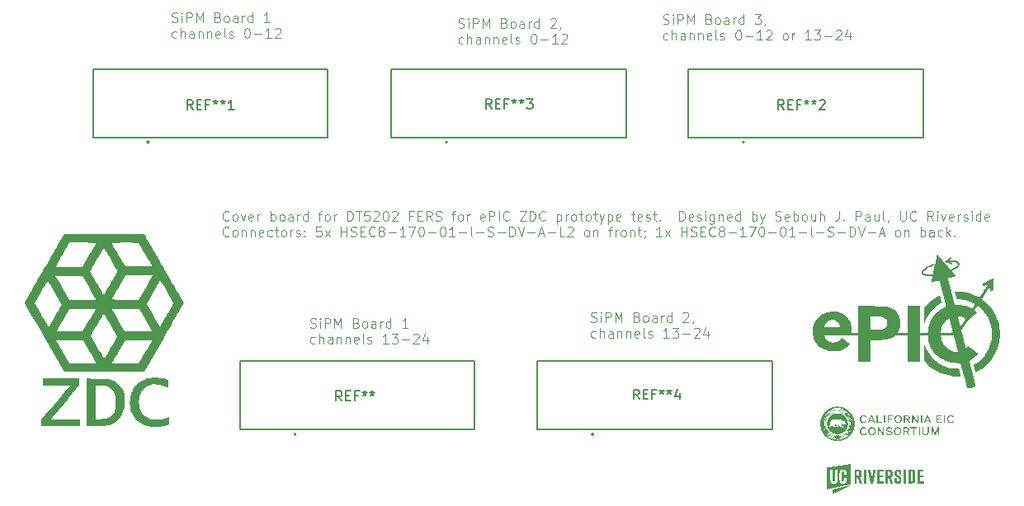
<source format=gbr>
%TF.GenerationSoftware,KiCad,Pcbnew,8.0.2-1*%
%TF.CreationDate,2024-06-18T10:28:37-04:00*%
%TF.ProjectId,Untitled,556e7469-746c-4656-942e-6b696361645f,rev?*%
%TF.SameCoordinates,Original*%
%TF.FileFunction,Legend,Top*%
%TF.FilePolarity,Positive*%
%FSLAX46Y46*%
G04 Gerber Fmt 4.6, Leading zero omitted, Abs format (unit mm)*
G04 Created by KiCad (PCBNEW 8.0.2-1) date 2024-06-18 10:28:37*
%MOMM*%
%LPD*%
G01*
G04 APERTURE LIST*
%ADD10C,0.100000*%
%ADD11C,0.150000*%
%ADD12C,0.000000*%
%ADD13C,0.200000*%
G04 APERTURE END LIST*
D10*
X94856265Y-77214856D02*
X94999122Y-77262475D01*
X94999122Y-77262475D02*
X95237217Y-77262475D01*
X95237217Y-77262475D02*
X95332455Y-77214856D01*
X95332455Y-77214856D02*
X95380074Y-77167236D01*
X95380074Y-77167236D02*
X95427693Y-77071998D01*
X95427693Y-77071998D02*
X95427693Y-76976760D01*
X95427693Y-76976760D02*
X95380074Y-76881522D01*
X95380074Y-76881522D02*
X95332455Y-76833903D01*
X95332455Y-76833903D02*
X95237217Y-76786284D01*
X95237217Y-76786284D02*
X95046741Y-76738665D01*
X95046741Y-76738665D02*
X94951503Y-76691046D01*
X94951503Y-76691046D02*
X94903884Y-76643427D01*
X94903884Y-76643427D02*
X94856265Y-76548189D01*
X94856265Y-76548189D02*
X94856265Y-76452951D01*
X94856265Y-76452951D02*
X94903884Y-76357713D01*
X94903884Y-76357713D02*
X94951503Y-76310094D01*
X94951503Y-76310094D02*
X95046741Y-76262475D01*
X95046741Y-76262475D02*
X95284836Y-76262475D01*
X95284836Y-76262475D02*
X95427693Y-76310094D01*
X95856265Y-77262475D02*
X95856265Y-76595808D01*
X95856265Y-76262475D02*
X95808646Y-76310094D01*
X95808646Y-76310094D02*
X95856265Y-76357713D01*
X95856265Y-76357713D02*
X95903884Y-76310094D01*
X95903884Y-76310094D02*
X95856265Y-76262475D01*
X95856265Y-76262475D02*
X95856265Y-76357713D01*
X96332455Y-77262475D02*
X96332455Y-76262475D01*
X96332455Y-76262475D02*
X96713407Y-76262475D01*
X96713407Y-76262475D02*
X96808645Y-76310094D01*
X96808645Y-76310094D02*
X96856264Y-76357713D01*
X96856264Y-76357713D02*
X96903883Y-76452951D01*
X96903883Y-76452951D02*
X96903883Y-76595808D01*
X96903883Y-76595808D02*
X96856264Y-76691046D01*
X96856264Y-76691046D02*
X96808645Y-76738665D01*
X96808645Y-76738665D02*
X96713407Y-76786284D01*
X96713407Y-76786284D02*
X96332455Y-76786284D01*
X97332455Y-77262475D02*
X97332455Y-76262475D01*
X97332455Y-76262475D02*
X97665788Y-76976760D01*
X97665788Y-76976760D02*
X97999121Y-76262475D01*
X97999121Y-76262475D02*
X97999121Y-77262475D01*
X99570550Y-76738665D02*
X99713407Y-76786284D01*
X99713407Y-76786284D02*
X99761026Y-76833903D01*
X99761026Y-76833903D02*
X99808645Y-76929141D01*
X99808645Y-76929141D02*
X99808645Y-77071998D01*
X99808645Y-77071998D02*
X99761026Y-77167236D01*
X99761026Y-77167236D02*
X99713407Y-77214856D01*
X99713407Y-77214856D02*
X99618169Y-77262475D01*
X99618169Y-77262475D02*
X99237217Y-77262475D01*
X99237217Y-77262475D02*
X99237217Y-76262475D01*
X99237217Y-76262475D02*
X99570550Y-76262475D01*
X99570550Y-76262475D02*
X99665788Y-76310094D01*
X99665788Y-76310094D02*
X99713407Y-76357713D01*
X99713407Y-76357713D02*
X99761026Y-76452951D01*
X99761026Y-76452951D02*
X99761026Y-76548189D01*
X99761026Y-76548189D02*
X99713407Y-76643427D01*
X99713407Y-76643427D02*
X99665788Y-76691046D01*
X99665788Y-76691046D02*
X99570550Y-76738665D01*
X99570550Y-76738665D02*
X99237217Y-76738665D01*
X100380074Y-77262475D02*
X100284836Y-77214856D01*
X100284836Y-77214856D02*
X100237217Y-77167236D01*
X100237217Y-77167236D02*
X100189598Y-77071998D01*
X100189598Y-77071998D02*
X100189598Y-76786284D01*
X100189598Y-76786284D02*
X100237217Y-76691046D01*
X100237217Y-76691046D02*
X100284836Y-76643427D01*
X100284836Y-76643427D02*
X100380074Y-76595808D01*
X100380074Y-76595808D02*
X100522931Y-76595808D01*
X100522931Y-76595808D02*
X100618169Y-76643427D01*
X100618169Y-76643427D02*
X100665788Y-76691046D01*
X100665788Y-76691046D02*
X100713407Y-76786284D01*
X100713407Y-76786284D02*
X100713407Y-77071998D01*
X100713407Y-77071998D02*
X100665788Y-77167236D01*
X100665788Y-77167236D02*
X100618169Y-77214856D01*
X100618169Y-77214856D02*
X100522931Y-77262475D01*
X100522931Y-77262475D02*
X100380074Y-77262475D01*
X101570550Y-77262475D02*
X101570550Y-76738665D01*
X101570550Y-76738665D02*
X101522931Y-76643427D01*
X101522931Y-76643427D02*
X101427693Y-76595808D01*
X101427693Y-76595808D02*
X101237217Y-76595808D01*
X101237217Y-76595808D02*
X101141979Y-76643427D01*
X101570550Y-77214856D02*
X101475312Y-77262475D01*
X101475312Y-77262475D02*
X101237217Y-77262475D01*
X101237217Y-77262475D02*
X101141979Y-77214856D01*
X101141979Y-77214856D02*
X101094360Y-77119617D01*
X101094360Y-77119617D02*
X101094360Y-77024379D01*
X101094360Y-77024379D02*
X101141979Y-76929141D01*
X101141979Y-76929141D02*
X101237217Y-76881522D01*
X101237217Y-76881522D02*
X101475312Y-76881522D01*
X101475312Y-76881522D02*
X101570550Y-76833903D01*
X102046741Y-77262475D02*
X102046741Y-76595808D01*
X102046741Y-76786284D02*
X102094360Y-76691046D01*
X102094360Y-76691046D02*
X102141979Y-76643427D01*
X102141979Y-76643427D02*
X102237217Y-76595808D01*
X102237217Y-76595808D02*
X102332455Y-76595808D01*
X103094360Y-77262475D02*
X103094360Y-76262475D01*
X103094360Y-77214856D02*
X102999122Y-77262475D01*
X102999122Y-77262475D02*
X102808646Y-77262475D01*
X102808646Y-77262475D02*
X102713408Y-77214856D01*
X102713408Y-77214856D02*
X102665789Y-77167236D01*
X102665789Y-77167236D02*
X102618170Y-77071998D01*
X102618170Y-77071998D02*
X102618170Y-76786284D01*
X102618170Y-76786284D02*
X102665789Y-76691046D01*
X102665789Y-76691046D02*
X102713408Y-76643427D01*
X102713408Y-76643427D02*
X102808646Y-76595808D01*
X102808646Y-76595808D02*
X102999122Y-76595808D01*
X102999122Y-76595808D02*
X103094360Y-76643427D01*
X104284837Y-76357713D02*
X104332456Y-76310094D01*
X104332456Y-76310094D02*
X104427694Y-76262475D01*
X104427694Y-76262475D02*
X104665789Y-76262475D01*
X104665789Y-76262475D02*
X104761027Y-76310094D01*
X104761027Y-76310094D02*
X104808646Y-76357713D01*
X104808646Y-76357713D02*
X104856265Y-76452951D01*
X104856265Y-76452951D02*
X104856265Y-76548189D01*
X104856265Y-76548189D02*
X104808646Y-76691046D01*
X104808646Y-76691046D02*
X104237218Y-77262475D01*
X104237218Y-77262475D02*
X104856265Y-77262475D01*
X105332456Y-77214856D02*
X105332456Y-77262475D01*
X105332456Y-77262475D02*
X105284837Y-77357713D01*
X105284837Y-77357713D02*
X105237218Y-77405332D01*
X95332455Y-78824800D02*
X95237217Y-78872419D01*
X95237217Y-78872419D02*
X95046741Y-78872419D01*
X95046741Y-78872419D02*
X94951503Y-78824800D01*
X94951503Y-78824800D02*
X94903884Y-78777180D01*
X94903884Y-78777180D02*
X94856265Y-78681942D01*
X94856265Y-78681942D02*
X94856265Y-78396228D01*
X94856265Y-78396228D02*
X94903884Y-78300990D01*
X94903884Y-78300990D02*
X94951503Y-78253371D01*
X94951503Y-78253371D02*
X95046741Y-78205752D01*
X95046741Y-78205752D02*
X95237217Y-78205752D01*
X95237217Y-78205752D02*
X95332455Y-78253371D01*
X95761027Y-78872419D02*
X95761027Y-77872419D01*
X96189598Y-78872419D02*
X96189598Y-78348609D01*
X96189598Y-78348609D02*
X96141979Y-78253371D01*
X96141979Y-78253371D02*
X96046741Y-78205752D01*
X96046741Y-78205752D02*
X95903884Y-78205752D01*
X95903884Y-78205752D02*
X95808646Y-78253371D01*
X95808646Y-78253371D02*
X95761027Y-78300990D01*
X97094360Y-78872419D02*
X97094360Y-78348609D01*
X97094360Y-78348609D02*
X97046741Y-78253371D01*
X97046741Y-78253371D02*
X96951503Y-78205752D01*
X96951503Y-78205752D02*
X96761027Y-78205752D01*
X96761027Y-78205752D02*
X96665789Y-78253371D01*
X97094360Y-78824800D02*
X96999122Y-78872419D01*
X96999122Y-78872419D02*
X96761027Y-78872419D01*
X96761027Y-78872419D02*
X96665789Y-78824800D01*
X96665789Y-78824800D02*
X96618170Y-78729561D01*
X96618170Y-78729561D02*
X96618170Y-78634323D01*
X96618170Y-78634323D02*
X96665789Y-78539085D01*
X96665789Y-78539085D02*
X96761027Y-78491466D01*
X96761027Y-78491466D02*
X96999122Y-78491466D01*
X96999122Y-78491466D02*
X97094360Y-78443847D01*
X97570551Y-78205752D02*
X97570551Y-78872419D01*
X97570551Y-78300990D02*
X97618170Y-78253371D01*
X97618170Y-78253371D02*
X97713408Y-78205752D01*
X97713408Y-78205752D02*
X97856265Y-78205752D01*
X97856265Y-78205752D02*
X97951503Y-78253371D01*
X97951503Y-78253371D02*
X97999122Y-78348609D01*
X97999122Y-78348609D02*
X97999122Y-78872419D01*
X98475313Y-78205752D02*
X98475313Y-78872419D01*
X98475313Y-78300990D02*
X98522932Y-78253371D01*
X98522932Y-78253371D02*
X98618170Y-78205752D01*
X98618170Y-78205752D02*
X98761027Y-78205752D01*
X98761027Y-78205752D02*
X98856265Y-78253371D01*
X98856265Y-78253371D02*
X98903884Y-78348609D01*
X98903884Y-78348609D02*
X98903884Y-78872419D01*
X99761027Y-78824800D02*
X99665789Y-78872419D01*
X99665789Y-78872419D02*
X99475313Y-78872419D01*
X99475313Y-78872419D02*
X99380075Y-78824800D01*
X99380075Y-78824800D02*
X99332456Y-78729561D01*
X99332456Y-78729561D02*
X99332456Y-78348609D01*
X99332456Y-78348609D02*
X99380075Y-78253371D01*
X99380075Y-78253371D02*
X99475313Y-78205752D01*
X99475313Y-78205752D02*
X99665789Y-78205752D01*
X99665789Y-78205752D02*
X99761027Y-78253371D01*
X99761027Y-78253371D02*
X99808646Y-78348609D01*
X99808646Y-78348609D02*
X99808646Y-78443847D01*
X99808646Y-78443847D02*
X99332456Y-78539085D01*
X100380075Y-78872419D02*
X100284837Y-78824800D01*
X100284837Y-78824800D02*
X100237218Y-78729561D01*
X100237218Y-78729561D02*
X100237218Y-77872419D01*
X100713409Y-78824800D02*
X100808647Y-78872419D01*
X100808647Y-78872419D02*
X100999123Y-78872419D01*
X100999123Y-78872419D02*
X101094361Y-78824800D01*
X101094361Y-78824800D02*
X101141980Y-78729561D01*
X101141980Y-78729561D02*
X101141980Y-78681942D01*
X101141980Y-78681942D02*
X101094361Y-78586704D01*
X101094361Y-78586704D02*
X100999123Y-78539085D01*
X100999123Y-78539085D02*
X100856266Y-78539085D01*
X100856266Y-78539085D02*
X100761028Y-78491466D01*
X100761028Y-78491466D02*
X100713409Y-78396228D01*
X100713409Y-78396228D02*
X100713409Y-78348609D01*
X100713409Y-78348609D02*
X100761028Y-78253371D01*
X100761028Y-78253371D02*
X100856266Y-78205752D01*
X100856266Y-78205752D02*
X100999123Y-78205752D01*
X100999123Y-78205752D02*
X101094361Y-78253371D01*
X102522933Y-77872419D02*
X102618171Y-77872419D01*
X102618171Y-77872419D02*
X102713409Y-77920038D01*
X102713409Y-77920038D02*
X102761028Y-77967657D01*
X102761028Y-77967657D02*
X102808647Y-78062895D01*
X102808647Y-78062895D02*
X102856266Y-78253371D01*
X102856266Y-78253371D02*
X102856266Y-78491466D01*
X102856266Y-78491466D02*
X102808647Y-78681942D01*
X102808647Y-78681942D02*
X102761028Y-78777180D01*
X102761028Y-78777180D02*
X102713409Y-78824800D01*
X102713409Y-78824800D02*
X102618171Y-78872419D01*
X102618171Y-78872419D02*
X102522933Y-78872419D01*
X102522933Y-78872419D02*
X102427695Y-78824800D01*
X102427695Y-78824800D02*
X102380076Y-78777180D01*
X102380076Y-78777180D02*
X102332457Y-78681942D01*
X102332457Y-78681942D02*
X102284838Y-78491466D01*
X102284838Y-78491466D02*
X102284838Y-78253371D01*
X102284838Y-78253371D02*
X102332457Y-78062895D01*
X102332457Y-78062895D02*
X102380076Y-77967657D01*
X102380076Y-77967657D02*
X102427695Y-77920038D01*
X102427695Y-77920038D02*
X102522933Y-77872419D01*
X103284838Y-78491466D02*
X104046743Y-78491466D01*
X105046742Y-78872419D02*
X104475314Y-78872419D01*
X104761028Y-78872419D02*
X104761028Y-77872419D01*
X104761028Y-77872419D02*
X104665790Y-78015276D01*
X104665790Y-78015276D02*
X104570552Y-78110514D01*
X104570552Y-78110514D02*
X104475314Y-78158133D01*
X105427695Y-77967657D02*
X105475314Y-77920038D01*
X105475314Y-77920038D02*
X105570552Y-77872419D01*
X105570552Y-77872419D02*
X105808647Y-77872419D01*
X105808647Y-77872419D02*
X105903885Y-77920038D01*
X105903885Y-77920038D02*
X105951504Y-77967657D01*
X105951504Y-77967657D02*
X105999123Y-78062895D01*
X105999123Y-78062895D02*
X105999123Y-78158133D01*
X105999123Y-78158133D02*
X105951504Y-78300990D01*
X105951504Y-78300990D02*
X105380076Y-78872419D01*
X105380076Y-78872419D02*
X105999123Y-78872419D01*
X65456265Y-76614856D02*
X65599122Y-76662475D01*
X65599122Y-76662475D02*
X65837217Y-76662475D01*
X65837217Y-76662475D02*
X65932455Y-76614856D01*
X65932455Y-76614856D02*
X65980074Y-76567236D01*
X65980074Y-76567236D02*
X66027693Y-76471998D01*
X66027693Y-76471998D02*
X66027693Y-76376760D01*
X66027693Y-76376760D02*
X65980074Y-76281522D01*
X65980074Y-76281522D02*
X65932455Y-76233903D01*
X65932455Y-76233903D02*
X65837217Y-76186284D01*
X65837217Y-76186284D02*
X65646741Y-76138665D01*
X65646741Y-76138665D02*
X65551503Y-76091046D01*
X65551503Y-76091046D02*
X65503884Y-76043427D01*
X65503884Y-76043427D02*
X65456265Y-75948189D01*
X65456265Y-75948189D02*
X65456265Y-75852951D01*
X65456265Y-75852951D02*
X65503884Y-75757713D01*
X65503884Y-75757713D02*
X65551503Y-75710094D01*
X65551503Y-75710094D02*
X65646741Y-75662475D01*
X65646741Y-75662475D02*
X65884836Y-75662475D01*
X65884836Y-75662475D02*
X66027693Y-75710094D01*
X66456265Y-76662475D02*
X66456265Y-75995808D01*
X66456265Y-75662475D02*
X66408646Y-75710094D01*
X66408646Y-75710094D02*
X66456265Y-75757713D01*
X66456265Y-75757713D02*
X66503884Y-75710094D01*
X66503884Y-75710094D02*
X66456265Y-75662475D01*
X66456265Y-75662475D02*
X66456265Y-75757713D01*
X66932455Y-76662475D02*
X66932455Y-75662475D01*
X66932455Y-75662475D02*
X67313407Y-75662475D01*
X67313407Y-75662475D02*
X67408645Y-75710094D01*
X67408645Y-75710094D02*
X67456264Y-75757713D01*
X67456264Y-75757713D02*
X67503883Y-75852951D01*
X67503883Y-75852951D02*
X67503883Y-75995808D01*
X67503883Y-75995808D02*
X67456264Y-76091046D01*
X67456264Y-76091046D02*
X67408645Y-76138665D01*
X67408645Y-76138665D02*
X67313407Y-76186284D01*
X67313407Y-76186284D02*
X66932455Y-76186284D01*
X67932455Y-76662475D02*
X67932455Y-75662475D01*
X67932455Y-75662475D02*
X68265788Y-76376760D01*
X68265788Y-76376760D02*
X68599121Y-75662475D01*
X68599121Y-75662475D02*
X68599121Y-76662475D01*
X70170550Y-76138665D02*
X70313407Y-76186284D01*
X70313407Y-76186284D02*
X70361026Y-76233903D01*
X70361026Y-76233903D02*
X70408645Y-76329141D01*
X70408645Y-76329141D02*
X70408645Y-76471998D01*
X70408645Y-76471998D02*
X70361026Y-76567236D01*
X70361026Y-76567236D02*
X70313407Y-76614856D01*
X70313407Y-76614856D02*
X70218169Y-76662475D01*
X70218169Y-76662475D02*
X69837217Y-76662475D01*
X69837217Y-76662475D02*
X69837217Y-75662475D01*
X69837217Y-75662475D02*
X70170550Y-75662475D01*
X70170550Y-75662475D02*
X70265788Y-75710094D01*
X70265788Y-75710094D02*
X70313407Y-75757713D01*
X70313407Y-75757713D02*
X70361026Y-75852951D01*
X70361026Y-75852951D02*
X70361026Y-75948189D01*
X70361026Y-75948189D02*
X70313407Y-76043427D01*
X70313407Y-76043427D02*
X70265788Y-76091046D01*
X70265788Y-76091046D02*
X70170550Y-76138665D01*
X70170550Y-76138665D02*
X69837217Y-76138665D01*
X70980074Y-76662475D02*
X70884836Y-76614856D01*
X70884836Y-76614856D02*
X70837217Y-76567236D01*
X70837217Y-76567236D02*
X70789598Y-76471998D01*
X70789598Y-76471998D02*
X70789598Y-76186284D01*
X70789598Y-76186284D02*
X70837217Y-76091046D01*
X70837217Y-76091046D02*
X70884836Y-76043427D01*
X70884836Y-76043427D02*
X70980074Y-75995808D01*
X70980074Y-75995808D02*
X71122931Y-75995808D01*
X71122931Y-75995808D02*
X71218169Y-76043427D01*
X71218169Y-76043427D02*
X71265788Y-76091046D01*
X71265788Y-76091046D02*
X71313407Y-76186284D01*
X71313407Y-76186284D02*
X71313407Y-76471998D01*
X71313407Y-76471998D02*
X71265788Y-76567236D01*
X71265788Y-76567236D02*
X71218169Y-76614856D01*
X71218169Y-76614856D02*
X71122931Y-76662475D01*
X71122931Y-76662475D02*
X70980074Y-76662475D01*
X72170550Y-76662475D02*
X72170550Y-76138665D01*
X72170550Y-76138665D02*
X72122931Y-76043427D01*
X72122931Y-76043427D02*
X72027693Y-75995808D01*
X72027693Y-75995808D02*
X71837217Y-75995808D01*
X71837217Y-75995808D02*
X71741979Y-76043427D01*
X72170550Y-76614856D02*
X72075312Y-76662475D01*
X72075312Y-76662475D02*
X71837217Y-76662475D01*
X71837217Y-76662475D02*
X71741979Y-76614856D01*
X71741979Y-76614856D02*
X71694360Y-76519617D01*
X71694360Y-76519617D02*
X71694360Y-76424379D01*
X71694360Y-76424379D02*
X71741979Y-76329141D01*
X71741979Y-76329141D02*
X71837217Y-76281522D01*
X71837217Y-76281522D02*
X72075312Y-76281522D01*
X72075312Y-76281522D02*
X72170550Y-76233903D01*
X72646741Y-76662475D02*
X72646741Y-75995808D01*
X72646741Y-76186284D02*
X72694360Y-76091046D01*
X72694360Y-76091046D02*
X72741979Y-76043427D01*
X72741979Y-76043427D02*
X72837217Y-75995808D01*
X72837217Y-75995808D02*
X72932455Y-75995808D01*
X73694360Y-76662475D02*
X73694360Y-75662475D01*
X73694360Y-76614856D02*
X73599122Y-76662475D01*
X73599122Y-76662475D02*
X73408646Y-76662475D01*
X73408646Y-76662475D02*
X73313408Y-76614856D01*
X73313408Y-76614856D02*
X73265789Y-76567236D01*
X73265789Y-76567236D02*
X73218170Y-76471998D01*
X73218170Y-76471998D02*
X73218170Y-76186284D01*
X73218170Y-76186284D02*
X73265789Y-76091046D01*
X73265789Y-76091046D02*
X73313408Y-76043427D01*
X73313408Y-76043427D02*
X73408646Y-75995808D01*
X73408646Y-75995808D02*
X73599122Y-75995808D01*
X73599122Y-75995808D02*
X73694360Y-76043427D01*
X75456265Y-76662475D02*
X74884837Y-76662475D01*
X75170551Y-76662475D02*
X75170551Y-75662475D01*
X75170551Y-75662475D02*
X75075313Y-75805332D01*
X75075313Y-75805332D02*
X74980075Y-75900570D01*
X74980075Y-75900570D02*
X74884837Y-75948189D01*
X65932455Y-78224800D02*
X65837217Y-78272419D01*
X65837217Y-78272419D02*
X65646741Y-78272419D01*
X65646741Y-78272419D02*
X65551503Y-78224800D01*
X65551503Y-78224800D02*
X65503884Y-78177180D01*
X65503884Y-78177180D02*
X65456265Y-78081942D01*
X65456265Y-78081942D02*
X65456265Y-77796228D01*
X65456265Y-77796228D02*
X65503884Y-77700990D01*
X65503884Y-77700990D02*
X65551503Y-77653371D01*
X65551503Y-77653371D02*
X65646741Y-77605752D01*
X65646741Y-77605752D02*
X65837217Y-77605752D01*
X65837217Y-77605752D02*
X65932455Y-77653371D01*
X66361027Y-78272419D02*
X66361027Y-77272419D01*
X66789598Y-78272419D02*
X66789598Y-77748609D01*
X66789598Y-77748609D02*
X66741979Y-77653371D01*
X66741979Y-77653371D02*
X66646741Y-77605752D01*
X66646741Y-77605752D02*
X66503884Y-77605752D01*
X66503884Y-77605752D02*
X66408646Y-77653371D01*
X66408646Y-77653371D02*
X66361027Y-77700990D01*
X67694360Y-78272419D02*
X67694360Y-77748609D01*
X67694360Y-77748609D02*
X67646741Y-77653371D01*
X67646741Y-77653371D02*
X67551503Y-77605752D01*
X67551503Y-77605752D02*
X67361027Y-77605752D01*
X67361027Y-77605752D02*
X67265789Y-77653371D01*
X67694360Y-78224800D02*
X67599122Y-78272419D01*
X67599122Y-78272419D02*
X67361027Y-78272419D01*
X67361027Y-78272419D02*
X67265789Y-78224800D01*
X67265789Y-78224800D02*
X67218170Y-78129561D01*
X67218170Y-78129561D02*
X67218170Y-78034323D01*
X67218170Y-78034323D02*
X67265789Y-77939085D01*
X67265789Y-77939085D02*
X67361027Y-77891466D01*
X67361027Y-77891466D02*
X67599122Y-77891466D01*
X67599122Y-77891466D02*
X67694360Y-77843847D01*
X68170551Y-77605752D02*
X68170551Y-78272419D01*
X68170551Y-77700990D02*
X68218170Y-77653371D01*
X68218170Y-77653371D02*
X68313408Y-77605752D01*
X68313408Y-77605752D02*
X68456265Y-77605752D01*
X68456265Y-77605752D02*
X68551503Y-77653371D01*
X68551503Y-77653371D02*
X68599122Y-77748609D01*
X68599122Y-77748609D02*
X68599122Y-78272419D01*
X69075313Y-77605752D02*
X69075313Y-78272419D01*
X69075313Y-77700990D02*
X69122932Y-77653371D01*
X69122932Y-77653371D02*
X69218170Y-77605752D01*
X69218170Y-77605752D02*
X69361027Y-77605752D01*
X69361027Y-77605752D02*
X69456265Y-77653371D01*
X69456265Y-77653371D02*
X69503884Y-77748609D01*
X69503884Y-77748609D02*
X69503884Y-78272419D01*
X70361027Y-78224800D02*
X70265789Y-78272419D01*
X70265789Y-78272419D02*
X70075313Y-78272419D01*
X70075313Y-78272419D02*
X69980075Y-78224800D01*
X69980075Y-78224800D02*
X69932456Y-78129561D01*
X69932456Y-78129561D02*
X69932456Y-77748609D01*
X69932456Y-77748609D02*
X69980075Y-77653371D01*
X69980075Y-77653371D02*
X70075313Y-77605752D01*
X70075313Y-77605752D02*
X70265789Y-77605752D01*
X70265789Y-77605752D02*
X70361027Y-77653371D01*
X70361027Y-77653371D02*
X70408646Y-77748609D01*
X70408646Y-77748609D02*
X70408646Y-77843847D01*
X70408646Y-77843847D02*
X69932456Y-77939085D01*
X70980075Y-78272419D02*
X70884837Y-78224800D01*
X70884837Y-78224800D02*
X70837218Y-78129561D01*
X70837218Y-78129561D02*
X70837218Y-77272419D01*
X71313409Y-78224800D02*
X71408647Y-78272419D01*
X71408647Y-78272419D02*
X71599123Y-78272419D01*
X71599123Y-78272419D02*
X71694361Y-78224800D01*
X71694361Y-78224800D02*
X71741980Y-78129561D01*
X71741980Y-78129561D02*
X71741980Y-78081942D01*
X71741980Y-78081942D02*
X71694361Y-77986704D01*
X71694361Y-77986704D02*
X71599123Y-77939085D01*
X71599123Y-77939085D02*
X71456266Y-77939085D01*
X71456266Y-77939085D02*
X71361028Y-77891466D01*
X71361028Y-77891466D02*
X71313409Y-77796228D01*
X71313409Y-77796228D02*
X71313409Y-77748609D01*
X71313409Y-77748609D02*
X71361028Y-77653371D01*
X71361028Y-77653371D02*
X71456266Y-77605752D01*
X71456266Y-77605752D02*
X71599123Y-77605752D01*
X71599123Y-77605752D02*
X71694361Y-77653371D01*
X73122933Y-77272419D02*
X73218171Y-77272419D01*
X73218171Y-77272419D02*
X73313409Y-77320038D01*
X73313409Y-77320038D02*
X73361028Y-77367657D01*
X73361028Y-77367657D02*
X73408647Y-77462895D01*
X73408647Y-77462895D02*
X73456266Y-77653371D01*
X73456266Y-77653371D02*
X73456266Y-77891466D01*
X73456266Y-77891466D02*
X73408647Y-78081942D01*
X73408647Y-78081942D02*
X73361028Y-78177180D01*
X73361028Y-78177180D02*
X73313409Y-78224800D01*
X73313409Y-78224800D02*
X73218171Y-78272419D01*
X73218171Y-78272419D02*
X73122933Y-78272419D01*
X73122933Y-78272419D02*
X73027695Y-78224800D01*
X73027695Y-78224800D02*
X72980076Y-78177180D01*
X72980076Y-78177180D02*
X72932457Y-78081942D01*
X72932457Y-78081942D02*
X72884838Y-77891466D01*
X72884838Y-77891466D02*
X72884838Y-77653371D01*
X72884838Y-77653371D02*
X72932457Y-77462895D01*
X72932457Y-77462895D02*
X72980076Y-77367657D01*
X72980076Y-77367657D02*
X73027695Y-77320038D01*
X73027695Y-77320038D02*
X73122933Y-77272419D01*
X73884838Y-77891466D02*
X74646743Y-77891466D01*
X75646742Y-78272419D02*
X75075314Y-78272419D01*
X75361028Y-78272419D02*
X75361028Y-77272419D01*
X75361028Y-77272419D02*
X75265790Y-77415276D01*
X75265790Y-77415276D02*
X75170552Y-77510514D01*
X75170552Y-77510514D02*
X75075314Y-77558133D01*
X76027695Y-77367657D02*
X76075314Y-77320038D01*
X76075314Y-77320038D02*
X76170552Y-77272419D01*
X76170552Y-77272419D02*
X76408647Y-77272419D01*
X76408647Y-77272419D02*
X76503885Y-77320038D01*
X76503885Y-77320038D02*
X76551504Y-77367657D01*
X76551504Y-77367657D02*
X76599123Y-77462895D01*
X76599123Y-77462895D02*
X76599123Y-77558133D01*
X76599123Y-77558133D02*
X76551504Y-77700990D01*
X76551504Y-77700990D02*
X75980076Y-78272419D01*
X75980076Y-78272419D02*
X76599123Y-78272419D01*
X79656265Y-108014856D02*
X79799122Y-108062475D01*
X79799122Y-108062475D02*
X80037217Y-108062475D01*
X80037217Y-108062475D02*
X80132455Y-108014856D01*
X80132455Y-108014856D02*
X80180074Y-107967236D01*
X80180074Y-107967236D02*
X80227693Y-107871998D01*
X80227693Y-107871998D02*
X80227693Y-107776760D01*
X80227693Y-107776760D02*
X80180074Y-107681522D01*
X80180074Y-107681522D02*
X80132455Y-107633903D01*
X80132455Y-107633903D02*
X80037217Y-107586284D01*
X80037217Y-107586284D02*
X79846741Y-107538665D01*
X79846741Y-107538665D02*
X79751503Y-107491046D01*
X79751503Y-107491046D02*
X79703884Y-107443427D01*
X79703884Y-107443427D02*
X79656265Y-107348189D01*
X79656265Y-107348189D02*
X79656265Y-107252951D01*
X79656265Y-107252951D02*
X79703884Y-107157713D01*
X79703884Y-107157713D02*
X79751503Y-107110094D01*
X79751503Y-107110094D02*
X79846741Y-107062475D01*
X79846741Y-107062475D02*
X80084836Y-107062475D01*
X80084836Y-107062475D02*
X80227693Y-107110094D01*
X80656265Y-108062475D02*
X80656265Y-107395808D01*
X80656265Y-107062475D02*
X80608646Y-107110094D01*
X80608646Y-107110094D02*
X80656265Y-107157713D01*
X80656265Y-107157713D02*
X80703884Y-107110094D01*
X80703884Y-107110094D02*
X80656265Y-107062475D01*
X80656265Y-107062475D02*
X80656265Y-107157713D01*
X81132455Y-108062475D02*
X81132455Y-107062475D01*
X81132455Y-107062475D02*
X81513407Y-107062475D01*
X81513407Y-107062475D02*
X81608645Y-107110094D01*
X81608645Y-107110094D02*
X81656264Y-107157713D01*
X81656264Y-107157713D02*
X81703883Y-107252951D01*
X81703883Y-107252951D02*
X81703883Y-107395808D01*
X81703883Y-107395808D02*
X81656264Y-107491046D01*
X81656264Y-107491046D02*
X81608645Y-107538665D01*
X81608645Y-107538665D02*
X81513407Y-107586284D01*
X81513407Y-107586284D02*
X81132455Y-107586284D01*
X82132455Y-108062475D02*
X82132455Y-107062475D01*
X82132455Y-107062475D02*
X82465788Y-107776760D01*
X82465788Y-107776760D02*
X82799121Y-107062475D01*
X82799121Y-107062475D02*
X82799121Y-108062475D01*
X84370550Y-107538665D02*
X84513407Y-107586284D01*
X84513407Y-107586284D02*
X84561026Y-107633903D01*
X84561026Y-107633903D02*
X84608645Y-107729141D01*
X84608645Y-107729141D02*
X84608645Y-107871998D01*
X84608645Y-107871998D02*
X84561026Y-107967236D01*
X84561026Y-107967236D02*
X84513407Y-108014856D01*
X84513407Y-108014856D02*
X84418169Y-108062475D01*
X84418169Y-108062475D02*
X84037217Y-108062475D01*
X84037217Y-108062475D02*
X84037217Y-107062475D01*
X84037217Y-107062475D02*
X84370550Y-107062475D01*
X84370550Y-107062475D02*
X84465788Y-107110094D01*
X84465788Y-107110094D02*
X84513407Y-107157713D01*
X84513407Y-107157713D02*
X84561026Y-107252951D01*
X84561026Y-107252951D02*
X84561026Y-107348189D01*
X84561026Y-107348189D02*
X84513407Y-107443427D01*
X84513407Y-107443427D02*
X84465788Y-107491046D01*
X84465788Y-107491046D02*
X84370550Y-107538665D01*
X84370550Y-107538665D02*
X84037217Y-107538665D01*
X85180074Y-108062475D02*
X85084836Y-108014856D01*
X85084836Y-108014856D02*
X85037217Y-107967236D01*
X85037217Y-107967236D02*
X84989598Y-107871998D01*
X84989598Y-107871998D02*
X84989598Y-107586284D01*
X84989598Y-107586284D02*
X85037217Y-107491046D01*
X85037217Y-107491046D02*
X85084836Y-107443427D01*
X85084836Y-107443427D02*
X85180074Y-107395808D01*
X85180074Y-107395808D02*
X85322931Y-107395808D01*
X85322931Y-107395808D02*
X85418169Y-107443427D01*
X85418169Y-107443427D02*
X85465788Y-107491046D01*
X85465788Y-107491046D02*
X85513407Y-107586284D01*
X85513407Y-107586284D02*
X85513407Y-107871998D01*
X85513407Y-107871998D02*
X85465788Y-107967236D01*
X85465788Y-107967236D02*
X85418169Y-108014856D01*
X85418169Y-108014856D02*
X85322931Y-108062475D01*
X85322931Y-108062475D02*
X85180074Y-108062475D01*
X86370550Y-108062475D02*
X86370550Y-107538665D01*
X86370550Y-107538665D02*
X86322931Y-107443427D01*
X86322931Y-107443427D02*
X86227693Y-107395808D01*
X86227693Y-107395808D02*
X86037217Y-107395808D01*
X86037217Y-107395808D02*
X85941979Y-107443427D01*
X86370550Y-108014856D02*
X86275312Y-108062475D01*
X86275312Y-108062475D02*
X86037217Y-108062475D01*
X86037217Y-108062475D02*
X85941979Y-108014856D01*
X85941979Y-108014856D02*
X85894360Y-107919617D01*
X85894360Y-107919617D02*
X85894360Y-107824379D01*
X85894360Y-107824379D02*
X85941979Y-107729141D01*
X85941979Y-107729141D02*
X86037217Y-107681522D01*
X86037217Y-107681522D02*
X86275312Y-107681522D01*
X86275312Y-107681522D02*
X86370550Y-107633903D01*
X86846741Y-108062475D02*
X86846741Y-107395808D01*
X86846741Y-107586284D02*
X86894360Y-107491046D01*
X86894360Y-107491046D02*
X86941979Y-107443427D01*
X86941979Y-107443427D02*
X87037217Y-107395808D01*
X87037217Y-107395808D02*
X87132455Y-107395808D01*
X87894360Y-108062475D02*
X87894360Y-107062475D01*
X87894360Y-108014856D02*
X87799122Y-108062475D01*
X87799122Y-108062475D02*
X87608646Y-108062475D01*
X87608646Y-108062475D02*
X87513408Y-108014856D01*
X87513408Y-108014856D02*
X87465789Y-107967236D01*
X87465789Y-107967236D02*
X87418170Y-107871998D01*
X87418170Y-107871998D02*
X87418170Y-107586284D01*
X87418170Y-107586284D02*
X87465789Y-107491046D01*
X87465789Y-107491046D02*
X87513408Y-107443427D01*
X87513408Y-107443427D02*
X87608646Y-107395808D01*
X87608646Y-107395808D02*
X87799122Y-107395808D01*
X87799122Y-107395808D02*
X87894360Y-107443427D01*
X89656265Y-108062475D02*
X89084837Y-108062475D01*
X89370551Y-108062475D02*
X89370551Y-107062475D01*
X89370551Y-107062475D02*
X89275313Y-107205332D01*
X89275313Y-107205332D02*
X89180075Y-107300570D01*
X89180075Y-107300570D02*
X89084837Y-107348189D01*
X80132455Y-109624800D02*
X80037217Y-109672419D01*
X80037217Y-109672419D02*
X79846741Y-109672419D01*
X79846741Y-109672419D02*
X79751503Y-109624800D01*
X79751503Y-109624800D02*
X79703884Y-109577180D01*
X79703884Y-109577180D02*
X79656265Y-109481942D01*
X79656265Y-109481942D02*
X79656265Y-109196228D01*
X79656265Y-109196228D02*
X79703884Y-109100990D01*
X79703884Y-109100990D02*
X79751503Y-109053371D01*
X79751503Y-109053371D02*
X79846741Y-109005752D01*
X79846741Y-109005752D02*
X80037217Y-109005752D01*
X80037217Y-109005752D02*
X80132455Y-109053371D01*
X80561027Y-109672419D02*
X80561027Y-108672419D01*
X80989598Y-109672419D02*
X80989598Y-109148609D01*
X80989598Y-109148609D02*
X80941979Y-109053371D01*
X80941979Y-109053371D02*
X80846741Y-109005752D01*
X80846741Y-109005752D02*
X80703884Y-109005752D01*
X80703884Y-109005752D02*
X80608646Y-109053371D01*
X80608646Y-109053371D02*
X80561027Y-109100990D01*
X81894360Y-109672419D02*
X81894360Y-109148609D01*
X81894360Y-109148609D02*
X81846741Y-109053371D01*
X81846741Y-109053371D02*
X81751503Y-109005752D01*
X81751503Y-109005752D02*
X81561027Y-109005752D01*
X81561027Y-109005752D02*
X81465789Y-109053371D01*
X81894360Y-109624800D02*
X81799122Y-109672419D01*
X81799122Y-109672419D02*
X81561027Y-109672419D01*
X81561027Y-109672419D02*
X81465789Y-109624800D01*
X81465789Y-109624800D02*
X81418170Y-109529561D01*
X81418170Y-109529561D02*
X81418170Y-109434323D01*
X81418170Y-109434323D02*
X81465789Y-109339085D01*
X81465789Y-109339085D02*
X81561027Y-109291466D01*
X81561027Y-109291466D02*
X81799122Y-109291466D01*
X81799122Y-109291466D02*
X81894360Y-109243847D01*
X82370551Y-109005752D02*
X82370551Y-109672419D01*
X82370551Y-109100990D02*
X82418170Y-109053371D01*
X82418170Y-109053371D02*
X82513408Y-109005752D01*
X82513408Y-109005752D02*
X82656265Y-109005752D01*
X82656265Y-109005752D02*
X82751503Y-109053371D01*
X82751503Y-109053371D02*
X82799122Y-109148609D01*
X82799122Y-109148609D02*
X82799122Y-109672419D01*
X83275313Y-109005752D02*
X83275313Y-109672419D01*
X83275313Y-109100990D02*
X83322932Y-109053371D01*
X83322932Y-109053371D02*
X83418170Y-109005752D01*
X83418170Y-109005752D02*
X83561027Y-109005752D01*
X83561027Y-109005752D02*
X83656265Y-109053371D01*
X83656265Y-109053371D02*
X83703884Y-109148609D01*
X83703884Y-109148609D02*
X83703884Y-109672419D01*
X84561027Y-109624800D02*
X84465789Y-109672419D01*
X84465789Y-109672419D02*
X84275313Y-109672419D01*
X84275313Y-109672419D02*
X84180075Y-109624800D01*
X84180075Y-109624800D02*
X84132456Y-109529561D01*
X84132456Y-109529561D02*
X84132456Y-109148609D01*
X84132456Y-109148609D02*
X84180075Y-109053371D01*
X84180075Y-109053371D02*
X84275313Y-109005752D01*
X84275313Y-109005752D02*
X84465789Y-109005752D01*
X84465789Y-109005752D02*
X84561027Y-109053371D01*
X84561027Y-109053371D02*
X84608646Y-109148609D01*
X84608646Y-109148609D02*
X84608646Y-109243847D01*
X84608646Y-109243847D02*
X84132456Y-109339085D01*
X85180075Y-109672419D02*
X85084837Y-109624800D01*
X85084837Y-109624800D02*
X85037218Y-109529561D01*
X85037218Y-109529561D02*
X85037218Y-108672419D01*
X85513409Y-109624800D02*
X85608647Y-109672419D01*
X85608647Y-109672419D02*
X85799123Y-109672419D01*
X85799123Y-109672419D02*
X85894361Y-109624800D01*
X85894361Y-109624800D02*
X85941980Y-109529561D01*
X85941980Y-109529561D02*
X85941980Y-109481942D01*
X85941980Y-109481942D02*
X85894361Y-109386704D01*
X85894361Y-109386704D02*
X85799123Y-109339085D01*
X85799123Y-109339085D02*
X85656266Y-109339085D01*
X85656266Y-109339085D02*
X85561028Y-109291466D01*
X85561028Y-109291466D02*
X85513409Y-109196228D01*
X85513409Y-109196228D02*
X85513409Y-109148609D01*
X85513409Y-109148609D02*
X85561028Y-109053371D01*
X85561028Y-109053371D02*
X85656266Y-109005752D01*
X85656266Y-109005752D02*
X85799123Y-109005752D01*
X85799123Y-109005752D02*
X85894361Y-109053371D01*
X87656266Y-109672419D02*
X87084838Y-109672419D01*
X87370552Y-109672419D02*
X87370552Y-108672419D01*
X87370552Y-108672419D02*
X87275314Y-108815276D01*
X87275314Y-108815276D02*
X87180076Y-108910514D01*
X87180076Y-108910514D02*
X87084838Y-108958133D01*
X87989600Y-108672419D02*
X88608647Y-108672419D01*
X88608647Y-108672419D02*
X88275314Y-109053371D01*
X88275314Y-109053371D02*
X88418171Y-109053371D01*
X88418171Y-109053371D02*
X88513409Y-109100990D01*
X88513409Y-109100990D02*
X88561028Y-109148609D01*
X88561028Y-109148609D02*
X88608647Y-109243847D01*
X88608647Y-109243847D02*
X88608647Y-109481942D01*
X88608647Y-109481942D02*
X88561028Y-109577180D01*
X88561028Y-109577180D02*
X88513409Y-109624800D01*
X88513409Y-109624800D02*
X88418171Y-109672419D01*
X88418171Y-109672419D02*
X88132457Y-109672419D01*
X88132457Y-109672419D02*
X88037219Y-109624800D01*
X88037219Y-109624800D02*
X87989600Y-109577180D01*
X89037219Y-109291466D02*
X89799124Y-109291466D01*
X90227695Y-108767657D02*
X90275314Y-108720038D01*
X90275314Y-108720038D02*
X90370552Y-108672419D01*
X90370552Y-108672419D02*
X90608647Y-108672419D01*
X90608647Y-108672419D02*
X90703885Y-108720038D01*
X90703885Y-108720038D02*
X90751504Y-108767657D01*
X90751504Y-108767657D02*
X90799123Y-108862895D01*
X90799123Y-108862895D02*
X90799123Y-108958133D01*
X90799123Y-108958133D02*
X90751504Y-109100990D01*
X90751504Y-109100990D02*
X90180076Y-109672419D01*
X90180076Y-109672419D02*
X90799123Y-109672419D01*
X91656266Y-109005752D02*
X91656266Y-109672419D01*
X91418171Y-108624800D02*
X91180076Y-109339085D01*
X91180076Y-109339085D02*
X91799123Y-109339085D01*
X71275312Y-96967236D02*
X71227693Y-97014856D01*
X71227693Y-97014856D02*
X71084836Y-97062475D01*
X71084836Y-97062475D02*
X70989598Y-97062475D01*
X70989598Y-97062475D02*
X70846741Y-97014856D01*
X70846741Y-97014856D02*
X70751503Y-96919617D01*
X70751503Y-96919617D02*
X70703884Y-96824379D01*
X70703884Y-96824379D02*
X70656265Y-96633903D01*
X70656265Y-96633903D02*
X70656265Y-96491046D01*
X70656265Y-96491046D02*
X70703884Y-96300570D01*
X70703884Y-96300570D02*
X70751503Y-96205332D01*
X70751503Y-96205332D02*
X70846741Y-96110094D01*
X70846741Y-96110094D02*
X70989598Y-96062475D01*
X70989598Y-96062475D02*
X71084836Y-96062475D01*
X71084836Y-96062475D02*
X71227693Y-96110094D01*
X71227693Y-96110094D02*
X71275312Y-96157713D01*
X71846741Y-97062475D02*
X71751503Y-97014856D01*
X71751503Y-97014856D02*
X71703884Y-96967236D01*
X71703884Y-96967236D02*
X71656265Y-96871998D01*
X71656265Y-96871998D02*
X71656265Y-96586284D01*
X71656265Y-96586284D02*
X71703884Y-96491046D01*
X71703884Y-96491046D02*
X71751503Y-96443427D01*
X71751503Y-96443427D02*
X71846741Y-96395808D01*
X71846741Y-96395808D02*
X71989598Y-96395808D01*
X71989598Y-96395808D02*
X72084836Y-96443427D01*
X72084836Y-96443427D02*
X72132455Y-96491046D01*
X72132455Y-96491046D02*
X72180074Y-96586284D01*
X72180074Y-96586284D02*
X72180074Y-96871998D01*
X72180074Y-96871998D02*
X72132455Y-96967236D01*
X72132455Y-96967236D02*
X72084836Y-97014856D01*
X72084836Y-97014856D02*
X71989598Y-97062475D01*
X71989598Y-97062475D02*
X71846741Y-97062475D01*
X72513408Y-96395808D02*
X72751503Y-97062475D01*
X72751503Y-97062475D02*
X72989598Y-96395808D01*
X73751503Y-97014856D02*
X73656265Y-97062475D01*
X73656265Y-97062475D02*
X73465789Y-97062475D01*
X73465789Y-97062475D02*
X73370551Y-97014856D01*
X73370551Y-97014856D02*
X73322932Y-96919617D01*
X73322932Y-96919617D02*
X73322932Y-96538665D01*
X73322932Y-96538665D02*
X73370551Y-96443427D01*
X73370551Y-96443427D02*
X73465789Y-96395808D01*
X73465789Y-96395808D02*
X73656265Y-96395808D01*
X73656265Y-96395808D02*
X73751503Y-96443427D01*
X73751503Y-96443427D02*
X73799122Y-96538665D01*
X73799122Y-96538665D02*
X73799122Y-96633903D01*
X73799122Y-96633903D02*
X73322932Y-96729141D01*
X74227694Y-97062475D02*
X74227694Y-96395808D01*
X74227694Y-96586284D02*
X74275313Y-96491046D01*
X74275313Y-96491046D02*
X74322932Y-96443427D01*
X74322932Y-96443427D02*
X74418170Y-96395808D01*
X74418170Y-96395808D02*
X74513408Y-96395808D01*
X75608647Y-97062475D02*
X75608647Y-96062475D01*
X75608647Y-96443427D02*
X75703885Y-96395808D01*
X75703885Y-96395808D02*
X75894361Y-96395808D01*
X75894361Y-96395808D02*
X75989599Y-96443427D01*
X75989599Y-96443427D02*
X76037218Y-96491046D01*
X76037218Y-96491046D02*
X76084837Y-96586284D01*
X76084837Y-96586284D02*
X76084837Y-96871998D01*
X76084837Y-96871998D02*
X76037218Y-96967236D01*
X76037218Y-96967236D02*
X75989599Y-97014856D01*
X75989599Y-97014856D02*
X75894361Y-97062475D01*
X75894361Y-97062475D02*
X75703885Y-97062475D01*
X75703885Y-97062475D02*
X75608647Y-97014856D01*
X76656266Y-97062475D02*
X76561028Y-97014856D01*
X76561028Y-97014856D02*
X76513409Y-96967236D01*
X76513409Y-96967236D02*
X76465790Y-96871998D01*
X76465790Y-96871998D02*
X76465790Y-96586284D01*
X76465790Y-96586284D02*
X76513409Y-96491046D01*
X76513409Y-96491046D02*
X76561028Y-96443427D01*
X76561028Y-96443427D02*
X76656266Y-96395808D01*
X76656266Y-96395808D02*
X76799123Y-96395808D01*
X76799123Y-96395808D02*
X76894361Y-96443427D01*
X76894361Y-96443427D02*
X76941980Y-96491046D01*
X76941980Y-96491046D02*
X76989599Y-96586284D01*
X76989599Y-96586284D02*
X76989599Y-96871998D01*
X76989599Y-96871998D02*
X76941980Y-96967236D01*
X76941980Y-96967236D02*
X76894361Y-97014856D01*
X76894361Y-97014856D02*
X76799123Y-97062475D01*
X76799123Y-97062475D02*
X76656266Y-97062475D01*
X77846742Y-97062475D02*
X77846742Y-96538665D01*
X77846742Y-96538665D02*
X77799123Y-96443427D01*
X77799123Y-96443427D02*
X77703885Y-96395808D01*
X77703885Y-96395808D02*
X77513409Y-96395808D01*
X77513409Y-96395808D02*
X77418171Y-96443427D01*
X77846742Y-97014856D02*
X77751504Y-97062475D01*
X77751504Y-97062475D02*
X77513409Y-97062475D01*
X77513409Y-97062475D02*
X77418171Y-97014856D01*
X77418171Y-97014856D02*
X77370552Y-96919617D01*
X77370552Y-96919617D02*
X77370552Y-96824379D01*
X77370552Y-96824379D02*
X77418171Y-96729141D01*
X77418171Y-96729141D02*
X77513409Y-96681522D01*
X77513409Y-96681522D02*
X77751504Y-96681522D01*
X77751504Y-96681522D02*
X77846742Y-96633903D01*
X78322933Y-97062475D02*
X78322933Y-96395808D01*
X78322933Y-96586284D02*
X78370552Y-96491046D01*
X78370552Y-96491046D02*
X78418171Y-96443427D01*
X78418171Y-96443427D02*
X78513409Y-96395808D01*
X78513409Y-96395808D02*
X78608647Y-96395808D01*
X79370552Y-97062475D02*
X79370552Y-96062475D01*
X79370552Y-97014856D02*
X79275314Y-97062475D01*
X79275314Y-97062475D02*
X79084838Y-97062475D01*
X79084838Y-97062475D02*
X78989600Y-97014856D01*
X78989600Y-97014856D02*
X78941981Y-96967236D01*
X78941981Y-96967236D02*
X78894362Y-96871998D01*
X78894362Y-96871998D02*
X78894362Y-96586284D01*
X78894362Y-96586284D02*
X78941981Y-96491046D01*
X78941981Y-96491046D02*
X78989600Y-96443427D01*
X78989600Y-96443427D02*
X79084838Y-96395808D01*
X79084838Y-96395808D02*
X79275314Y-96395808D01*
X79275314Y-96395808D02*
X79370552Y-96443427D01*
X80465791Y-96395808D02*
X80846743Y-96395808D01*
X80608648Y-97062475D02*
X80608648Y-96205332D01*
X80608648Y-96205332D02*
X80656267Y-96110094D01*
X80656267Y-96110094D02*
X80751505Y-96062475D01*
X80751505Y-96062475D02*
X80846743Y-96062475D01*
X81322934Y-97062475D02*
X81227696Y-97014856D01*
X81227696Y-97014856D02*
X81180077Y-96967236D01*
X81180077Y-96967236D02*
X81132458Y-96871998D01*
X81132458Y-96871998D02*
X81132458Y-96586284D01*
X81132458Y-96586284D02*
X81180077Y-96491046D01*
X81180077Y-96491046D02*
X81227696Y-96443427D01*
X81227696Y-96443427D02*
X81322934Y-96395808D01*
X81322934Y-96395808D02*
X81465791Y-96395808D01*
X81465791Y-96395808D02*
X81561029Y-96443427D01*
X81561029Y-96443427D02*
X81608648Y-96491046D01*
X81608648Y-96491046D02*
X81656267Y-96586284D01*
X81656267Y-96586284D02*
X81656267Y-96871998D01*
X81656267Y-96871998D02*
X81608648Y-96967236D01*
X81608648Y-96967236D02*
X81561029Y-97014856D01*
X81561029Y-97014856D02*
X81465791Y-97062475D01*
X81465791Y-97062475D02*
X81322934Y-97062475D01*
X82084839Y-97062475D02*
X82084839Y-96395808D01*
X82084839Y-96586284D02*
X82132458Y-96491046D01*
X82132458Y-96491046D02*
X82180077Y-96443427D01*
X82180077Y-96443427D02*
X82275315Y-96395808D01*
X82275315Y-96395808D02*
X82370553Y-96395808D01*
X83465792Y-97062475D02*
X83465792Y-96062475D01*
X83465792Y-96062475D02*
X83703887Y-96062475D01*
X83703887Y-96062475D02*
X83846744Y-96110094D01*
X83846744Y-96110094D02*
X83941982Y-96205332D01*
X83941982Y-96205332D02*
X83989601Y-96300570D01*
X83989601Y-96300570D02*
X84037220Y-96491046D01*
X84037220Y-96491046D02*
X84037220Y-96633903D01*
X84037220Y-96633903D02*
X83989601Y-96824379D01*
X83989601Y-96824379D02*
X83941982Y-96919617D01*
X83941982Y-96919617D02*
X83846744Y-97014856D01*
X83846744Y-97014856D02*
X83703887Y-97062475D01*
X83703887Y-97062475D02*
X83465792Y-97062475D01*
X84322935Y-96062475D02*
X84894363Y-96062475D01*
X84608649Y-97062475D02*
X84608649Y-96062475D01*
X85703887Y-96062475D02*
X85227697Y-96062475D01*
X85227697Y-96062475D02*
X85180078Y-96538665D01*
X85180078Y-96538665D02*
X85227697Y-96491046D01*
X85227697Y-96491046D02*
X85322935Y-96443427D01*
X85322935Y-96443427D02*
X85561030Y-96443427D01*
X85561030Y-96443427D02*
X85656268Y-96491046D01*
X85656268Y-96491046D02*
X85703887Y-96538665D01*
X85703887Y-96538665D02*
X85751506Y-96633903D01*
X85751506Y-96633903D02*
X85751506Y-96871998D01*
X85751506Y-96871998D02*
X85703887Y-96967236D01*
X85703887Y-96967236D02*
X85656268Y-97014856D01*
X85656268Y-97014856D02*
X85561030Y-97062475D01*
X85561030Y-97062475D02*
X85322935Y-97062475D01*
X85322935Y-97062475D02*
X85227697Y-97014856D01*
X85227697Y-97014856D02*
X85180078Y-96967236D01*
X86132459Y-96157713D02*
X86180078Y-96110094D01*
X86180078Y-96110094D02*
X86275316Y-96062475D01*
X86275316Y-96062475D02*
X86513411Y-96062475D01*
X86513411Y-96062475D02*
X86608649Y-96110094D01*
X86608649Y-96110094D02*
X86656268Y-96157713D01*
X86656268Y-96157713D02*
X86703887Y-96252951D01*
X86703887Y-96252951D02*
X86703887Y-96348189D01*
X86703887Y-96348189D02*
X86656268Y-96491046D01*
X86656268Y-96491046D02*
X86084840Y-97062475D01*
X86084840Y-97062475D02*
X86703887Y-97062475D01*
X87322935Y-96062475D02*
X87418173Y-96062475D01*
X87418173Y-96062475D02*
X87513411Y-96110094D01*
X87513411Y-96110094D02*
X87561030Y-96157713D01*
X87561030Y-96157713D02*
X87608649Y-96252951D01*
X87608649Y-96252951D02*
X87656268Y-96443427D01*
X87656268Y-96443427D02*
X87656268Y-96681522D01*
X87656268Y-96681522D02*
X87608649Y-96871998D01*
X87608649Y-96871998D02*
X87561030Y-96967236D01*
X87561030Y-96967236D02*
X87513411Y-97014856D01*
X87513411Y-97014856D02*
X87418173Y-97062475D01*
X87418173Y-97062475D02*
X87322935Y-97062475D01*
X87322935Y-97062475D02*
X87227697Y-97014856D01*
X87227697Y-97014856D02*
X87180078Y-96967236D01*
X87180078Y-96967236D02*
X87132459Y-96871998D01*
X87132459Y-96871998D02*
X87084840Y-96681522D01*
X87084840Y-96681522D02*
X87084840Y-96443427D01*
X87084840Y-96443427D02*
X87132459Y-96252951D01*
X87132459Y-96252951D02*
X87180078Y-96157713D01*
X87180078Y-96157713D02*
X87227697Y-96110094D01*
X87227697Y-96110094D02*
X87322935Y-96062475D01*
X88037221Y-96157713D02*
X88084840Y-96110094D01*
X88084840Y-96110094D02*
X88180078Y-96062475D01*
X88180078Y-96062475D02*
X88418173Y-96062475D01*
X88418173Y-96062475D02*
X88513411Y-96110094D01*
X88513411Y-96110094D02*
X88561030Y-96157713D01*
X88561030Y-96157713D02*
X88608649Y-96252951D01*
X88608649Y-96252951D02*
X88608649Y-96348189D01*
X88608649Y-96348189D02*
X88561030Y-96491046D01*
X88561030Y-96491046D02*
X87989602Y-97062475D01*
X87989602Y-97062475D02*
X88608649Y-97062475D01*
X90132459Y-96538665D02*
X89799126Y-96538665D01*
X89799126Y-97062475D02*
X89799126Y-96062475D01*
X89799126Y-96062475D02*
X90275316Y-96062475D01*
X90656269Y-96538665D02*
X90989602Y-96538665D01*
X91132459Y-97062475D02*
X90656269Y-97062475D01*
X90656269Y-97062475D02*
X90656269Y-96062475D01*
X90656269Y-96062475D02*
X91132459Y-96062475D01*
X92132459Y-97062475D02*
X91799126Y-96586284D01*
X91561031Y-97062475D02*
X91561031Y-96062475D01*
X91561031Y-96062475D02*
X91941983Y-96062475D01*
X91941983Y-96062475D02*
X92037221Y-96110094D01*
X92037221Y-96110094D02*
X92084840Y-96157713D01*
X92084840Y-96157713D02*
X92132459Y-96252951D01*
X92132459Y-96252951D02*
X92132459Y-96395808D01*
X92132459Y-96395808D02*
X92084840Y-96491046D01*
X92084840Y-96491046D02*
X92037221Y-96538665D01*
X92037221Y-96538665D02*
X91941983Y-96586284D01*
X91941983Y-96586284D02*
X91561031Y-96586284D01*
X92513412Y-97014856D02*
X92656269Y-97062475D01*
X92656269Y-97062475D02*
X92894364Y-97062475D01*
X92894364Y-97062475D02*
X92989602Y-97014856D01*
X92989602Y-97014856D02*
X93037221Y-96967236D01*
X93037221Y-96967236D02*
X93084840Y-96871998D01*
X93084840Y-96871998D02*
X93084840Y-96776760D01*
X93084840Y-96776760D02*
X93037221Y-96681522D01*
X93037221Y-96681522D02*
X92989602Y-96633903D01*
X92989602Y-96633903D02*
X92894364Y-96586284D01*
X92894364Y-96586284D02*
X92703888Y-96538665D01*
X92703888Y-96538665D02*
X92608650Y-96491046D01*
X92608650Y-96491046D02*
X92561031Y-96443427D01*
X92561031Y-96443427D02*
X92513412Y-96348189D01*
X92513412Y-96348189D02*
X92513412Y-96252951D01*
X92513412Y-96252951D02*
X92561031Y-96157713D01*
X92561031Y-96157713D02*
X92608650Y-96110094D01*
X92608650Y-96110094D02*
X92703888Y-96062475D01*
X92703888Y-96062475D02*
X92941983Y-96062475D01*
X92941983Y-96062475D02*
X93084840Y-96110094D01*
X94132460Y-96395808D02*
X94513412Y-96395808D01*
X94275317Y-97062475D02*
X94275317Y-96205332D01*
X94275317Y-96205332D02*
X94322936Y-96110094D01*
X94322936Y-96110094D02*
X94418174Y-96062475D01*
X94418174Y-96062475D02*
X94513412Y-96062475D01*
X94989603Y-97062475D02*
X94894365Y-97014856D01*
X94894365Y-97014856D02*
X94846746Y-96967236D01*
X94846746Y-96967236D02*
X94799127Y-96871998D01*
X94799127Y-96871998D02*
X94799127Y-96586284D01*
X94799127Y-96586284D02*
X94846746Y-96491046D01*
X94846746Y-96491046D02*
X94894365Y-96443427D01*
X94894365Y-96443427D02*
X94989603Y-96395808D01*
X94989603Y-96395808D02*
X95132460Y-96395808D01*
X95132460Y-96395808D02*
X95227698Y-96443427D01*
X95227698Y-96443427D02*
X95275317Y-96491046D01*
X95275317Y-96491046D02*
X95322936Y-96586284D01*
X95322936Y-96586284D02*
X95322936Y-96871998D01*
X95322936Y-96871998D02*
X95275317Y-96967236D01*
X95275317Y-96967236D02*
X95227698Y-97014856D01*
X95227698Y-97014856D02*
X95132460Y-97062475D01*
X95132460Y-97062475D02*
X94989603Y-97062475D01*
X95751508Y-97062475D02*
X95751508Y-96395808D01*
X95751508Y-96586284D02*
X95799127Y-96491046D01*
X95799127Y-96491046D02*
X95846746Y-96443427D01*
X95846746Y-96443427D02*
X95941984Y-96395808D01*
X95941984Y-96395808D02*
X96037222Y-96395808D01*
X97513413Y-97014856D02*
X97418175Y-97062475D01*
X97418175Y-97062475D02*
X97227699Y-97062475D01*
X97227699Y-97062475D02*
X97132461Y-97014856D01*
X97132461Y-97014856D02*
X97084842Y-96919617D01*
X97084842Y-96919617D02*
X97084842Y-96538665D01*
X97084842Y-96538665D02*
X97132461Y-96443427D01*
X97132461Y-96443427D02*
X97227699Y-96395808D01*
X97227699Y-96395808D02*
X97418175Y-96395808D01*
X97418175Y-96395808D02*
X97513413Y-96443427D01*
X97513413Y-96443427D02*
X97561032Y-96538665D01*
X97561032Y-96538665D02*
X97561032Y-96633903D01*
X97561032Y-96633903D02*
X97084842Y-96729141D01*
X97989604Y-97062475D02*
X97989604Y-96062475D01*
X97989604Y-96062475D02*
X98370556Y-96062475D01*
X98370556Y-96062475D02*
X98465794Y-96110094D01*
X98465794Y-96110094D02*
X98513413Y-96157713D01*
X98513413Y-96157713D02*
X98561032Y-96252951D01*
X98561032Y-96252951D02*
X98561032Y-96395808D01*
X98561032Y-96395808D02*
X98513413Y-96491046D01*
X98513413Y-96491046D02*
X98465794Y-96538665D01*
X98465794Y-96538665D02*
X98370556Y-96586284D01*
X98370556Y-96586284D02*
X97989604Y-96586284D01*
X98989604Y-97062475D02*
X98989604Y-96062475D01*
X100037222Y-96967236D02*
X99989603Y-97014856D01*
X99989603Y-97014856D02*
X99846746Y-97062475D01*
X99846746Y-97062475D02*
X99751508Y-97062475D01*
X99751508Y-97062475D02*
X99608651Y-97014856D01*
X99608651Y-97014856D02*
X99513413Y-96919617D01*
X99513413Y-96919617D02*
X99465794Y-96824379D01*
X99465794Y-96824379D02*
X99418175Y-96633903D01*
X99418175Y-96633903D02*
X99418175Y-96491046D01*
X99418175Y-96491046D02*
X99465794Y-96300570D01*
X99465794Y-96300570D02*
X99513413Y-96205332D01*
X99513413Y-96205332D02*
X99608651Y-96110094D01*
X99608651Y-96110094D02*
X99751508Y-96062475D01*
X99751508Y-96062475D02*
X99846746Y-96062475D01*
X99846746Y-96062475D02*
X99989603Y-96110094D01*
X99989603Y-96110094D02*
X100037222Y-96157713D01*
X101132461Y-96062475D02*
X101799127Y-96062475D01*
X101799127Y-96062475D02*
X101132461Y-97062475D01*
X101132461Y-97062475D02*
X101799127Y-97062475D01*
X102180080Y-97062475D02*
X102180080Y-96062475D01*
X102180080Y-96062475D02*
X102418175Y-96062475D01*
X102418175Y-96062475D02*
X102561032Y-96110094D01*
X102561032Y-96110094D02*
X102656270Y-96205332D01*
X102656270Y-96205332D02*
X102703889Y-96300570D01*
X102703889Y-96300570D02*
X102751508Y-96491046D01*
X102751508Y-96491046D02*
X102751508Y-96633903D01*
X102751508Y-96633903D02*
X102703889Y-96824379D01*
X102703889Y-96824379D02*
X102656270Y-96919617D01*
X102656270Y-96919617D02*
X102561032Y-97014856D01*
X102561032Y-97014856D02*
X102418175Y-97062475D01*
X102418175Y-97062475D02*
X102180080Y-97062475D01*
X103751508Y-96967236D02*
X103703889Y-97014856D01*
X103703889Y-97014856D02*
X103561032Y-97062475D01*
X103561032Y-97062475D02*
X103465794Y-97062475D01*
X103465794Y-97062475D02*
X103322937Y-97014856D01*
X103322937Y-97014856D02*
X103227699Y-96919617D01*
X103227699Y-96919617D02*
X103180080Y-96824379D01*
X103180080Y-96824379D02*
X103132461Y-96633903D01*
X103132461Y-96633903D02*
X103132461Y-96491046D01*
X103132461Y-96491046D02*
X103180080Y-96300570D01*
X103180080Y-96300570D02*
X103227699Y-96205332D01*
X103227699Y-96205332D02*
X103322937Y-96110094D01*
X103322937Y-96110094D02*
X103465794Y-96062475D01*
X103465794Y-96062475D02*
X103561032Y-96062475D01*
X103561032Y-96062475D02*
X103703889Y-96110094D01*
X103703889Y-96110094D02*
X103751508Y-96157713D01*
X104941985Y-96395808D02*
X104941985Y-97395808D01*
X104941985Y-96443427D02*
X105037223Y-96395808D01*
X105037223Y-96395808D02*
X105227699Y-96395808D01*
X105227699Y-96395808D02*
X105322937Y-96443427D01*
X105322937Y-96443427D02*
X105370556Y-96491046D01*
X105370556Y-96491046D02*
X105418175Y-96586284D01*
X105418175Y-96586284D02*
X105418175Y-96871998D01*
X105418175Y-96871998D02*
X105370556Y-96967236D01*
X105370556Y-96967236D02*
X105322937Y-97014856D01*
X105322937Y-97014856D02*
X105227699Y-97062475D01*
X105227699Y-97062475D02*
X105037223Y-97062475D01*
X105037223Y-97062475D02*
X104941985Y-97014856D01*
X105846747Y-97062475D02*
X105846747Y-96395808D01*
X105846747Y-96586284D02*
X105894366Y-96491046D01*
X105894366Y-96491046D02*
X105941985Y-96443427D01*
X105941985Y-96443427D02*
X106037223Y-96395808D01*
X106037223Y-96395808D02*
X106132461Y-96395808D01*
X106608652Y-97062475D02*
X106513414Y-97014856D01*
X106513414Y-97014856D02*
X106465795Y-96967236D01*
X106465795Y-96967236D02*
X106418176Y-96871998D01*
X106418176Y-96871998D02*
X106418176Y-96586284D01*
X106418176Y-96586284D02*
X106465795Y-96491046D01*
X106465795Y-96491046D02*
X106513414Y-96443427D01*
X106513414Y-96443427D02*
X106608652Y-96395808D01*
X106608652Y-96395808D02*
X106751509Y-96395808D01*
X106751509Y-96395808D02*
X106846747Y-96443427D01*
X106846747Y-96443427D02*
X106894366Y-96491046D01*
X106894366Y-96491046D02*
X106941985Y-96586284D01*
X106941985Y-96586284D02*
X106941985Y-96871998D01*
X106941985Y-96871998D02*
X106894366Y-96967236D01*
X106894366Y-96967236D02*
X106846747Y-97014856D01*
X106846747Y-97014856D02*
X106751509Y-97062475D01*
X106751509Y-97062475D02*
X106608652Y-97062475D01*
X107227700Y-96395808D02*
X107608652Y-96395808D01*
X107370557Y-96062475D02*
X107370557Y-96919617D01*
X107370557Y-96919617D02*
X107418176Y-97014856D01*
X107418176Y-97014856D02*
X107513414Y-97062475D01*
X107513414Y-97062475D02*
X107608652Y-97062475D01*
X108084843Y-97062475D02*
X107989605Y-97014856D01*
X107989605Y-97014856D02*
X107941986Y-96967236D01*
X107941986Y-96967236D02*
X107894367Y-96871998D01*
X107894367Y-96871998D02*
X107894367Y-96586284D01*
X107894367Y-96586284D02*
X107941986Y-96491046D01*
X107941986Y-96491046D02*
X107989605Y-96443427D01*
X107989605Y-96443427D02*
X108084843Y-96395808D01*
X108084843Y-96395808D02*
X108227700Y-96395808D01*
X108227700Y-96395808D02*
X108322938Y-96443427D01*
X108322938Y-96443427D02*
X108370557Y-96491046D01*
X108370557Y-96491046D02*
X108418176Y-96586284D01*
X108418176Y-96586284D02*
X108418176Y-96871998D01*
X108418176Y-96871998D02*
X108370557Y-96967236D01*
X108370557Y-96967236D02*
X108322938Y-97014856D01*
X108322938Y-97014856D02*
X108227700Y-97062475D01*
X108227700Y-97062475D02*
X108084843Y-97062475D01*
X108703891Y-96395808D02*
X109084843Y-96395808D01*
X108846748Y-96062475D02*
X108846748Y-96919617D01*
X108846748Y-96919617D02*
X108894367Y-97014856D01*
X108894367Y-97014856D02*
X108989605Y-97062475D01*
X108989605Y-97062475D02*
X109084843Y-97062475D01*
X109322939Y-96395808D02*
X109561034Y-97062475D01*
X109799129Y-96395808D02*
X109561034Y-97062475D01*
X109561034Y-97062475D02*
X109465796Y-97300570D01*
X109465796Y-97300570D02*
X109418177Y-97348189D01*
X109418177Y-97348189D02*
X109322939Y-97395808D01*
X110180082Y-96395808D02*
X110180082Y-97395808D01*
X110180082Y-96443427D02*
X110275320Y-96395808D01*
X110275320Y-96395808D02*
X110465796Y-96395808D01*
X110465796Y-96395808D02*
X110561034Y-96443427D01*
X110561034Y-96443427D02*
X110608653Y-96491046D01*
X110608653Y-96491046D02*
X110656272Y-96586284D01*
X110656272Y-96586284D02*
X110656272Y-96871998D01*
X110656272Y-96871998D02*
X110608653Y-96967236D01*
X110608653Y-96967236D02*
X110561034Y-97014856D01*
X110561034Y-97014856D02*
X110465796Y-97062475D01*
X110465796Y-97062475D02*
X110275320Y-97062475D01*
X110275320Y-97062475D02*
X110180082Y-97014856D01*
X111465796Y-97014856D02*
X111370558Y-97062475D01*
X111370558Y-97062475D02*
X111180082Y-97062475D01*
X111180082Y-97062475D02*
X111084844Y-97014856D01*
X111084844Y-97014856D02*
X111037225Y-96919617D01*
X111037225Y-96919617D02*
X111037225Y-96538665D01*
X111037225Y-96538665D02*
X111084844Y-96443427D01*
X111084844Y-96443427D02*
X111180082Y-96395808D01*
X111180082Y-96395808D02*
X111370558Y-96395808D01*
X111370558Y-96395808D02*
X111465796Y-96443427D01*
X111465796Y-96443427D02*
X111513415Y-96538665D01*
X111513415Y-96538665D02*
X111513415Y-96633903D01*
X111513415Y-96633903D02*
X111037225Y-96729141D01*
X112561035Y-96395808D02*
X112941987Y-96395808D01*
X112703892Y-96062475D02*
X112703892Y-96919617D01*
X112703892Y-96919617D02*
X112751511Y-97014856D01*
X112751511Y-97014856D02*
X112846749Y-97062475D01*
X112846749Y-97062475D02*
X112941987Y-97062475D01*
X113656273Y-97014856D02*
X113561035Y-97062475D01*
X113561035Y-97062475D02*
X113370559Y-97062475D01*
X113370559Y-97062475D02*
X113275321Y-97014856D01*
X113275321Y-97014856D02*
X113227702Y-96919617D01*
X113227702Y-96919617D02*
X113227702Y-96538665D01*
X113227702Y-96538665D02*
X113275321Y-96443427D01*
X113275321Y-96443427D02*
X113370559Y-96395808D01*
X113370559Y-96395808D02*
X113561035Y-96395808D01*
X113561035Y-96395808D02*
X113656273Y-96443427D01*
X113656273Y-96443427D02*
X113703892Y-96538665D01*
X113703892Y-96538665D02*
X113703892Y-96633903D01*
X113703892Y-96633903D02*
X113227702Y-96729141D01*
X114084845Y-97014856D02*
X114180083Y-97062475D01*
X114180083Y-97062475D02*
X114370559Y-97062475D01*
X114370559Y-97062475D02*
X114465797Y-97014856D01*
X114465797Y-97014856D02*
X114513416Y-96919617D01*
X114513416Y-96919617D02*
X114513416Y-96871998D01*
X114513416Y-96871998D02*
X114465797Y-96776760D01*
X114465797Y-96776760D02*
X114370559Y-96729141D01*
X114370559Y-96729141D02*
X114227702Y-96729141D01*
X114227702Y-96729141D02*
X114132464Y-96681522D01*
X114132464Y-96681522D02*
X114084845Y-96586284D01*
X114084845Y-96586284D02*
X114084845Y-96538665D01*
X114084845Y-96538665D02*
X114132464Y-96443427D01*
X114132464Y-96443427D02*
X114227702Y-96395808D01*
X114227702Y-96395808D02*
X114370559Y-96395808D01*
X114370559Y-96395808D02*
X114465797Y-96443427D01*
X114799131Y-96395808D02*
X115180083Y-96395808D01*
X114941988Y-96062475D02*
X114941988Y-96919617D01*
X114941988Y-96919617D02*
X114989607Y-97014856D01*
X114989607Y-97014856D02*
X115084845Y-97062475D01*
X115084845Y-97062475D02*
X115180083Y-97062475D01*
X115513417Y-96967236D02*
X115561036Y-97014856D01*
X115561036Y-97014856D02*
X115513417Y-97062475D01*
X115513417Y-97062475D02*
X115465798Y-97014856D01*
X115465798Y-97014856D02*
X115513417Y-96967236D01*
X115513417Y-96967236D02*
X115513417Y-97062475D01*
X117513417Y-97062475D02*
X117513417Y-96062475D01*
X117513417Y-96062475D02*
X117751512Y-96062475D01*
X117751512Y-96062475D02*
X117894369Y-96110094D01*
X117894369Y-96110094D02*
X117989607Y-96205332D01*
X117989607Y-96205332D02*
X118037226Y-96300570D01*
X118037226Y-96300570D02*
X118084845Y-96491046D01*
X118084845Y-96491046D02*
X118084845Y-96633903D01*
X118084845Y-96633903D02*
X118037226Y-96824379D01*
X118037226Y-96824379D02*
X117989607Y-96919617D01*
X117989607Y-96919617D02*
X117894369Y-97014856D01*
X117894369Y-97014856D02*
X117751512Y-97062475D01*
X117751512Y-97062475D02*
X117513417Y-97062475D01*
X118894369Y-97014856D02*
X118799131Y-97062475D01*
X118799131Y-97062475D02*
X118608655Y-97062475D01*
X118608655Y-97062475D02*
X118513417Y-97014856D01*
X118513417Y-97014856D02*
X118465798Y-96919617D01*
X118465798Y-96919617D02*
X118465798Y-96538665D01*
X118465798Y-96538665D02*
X118513417Y-96443427D01*
X118513417Y-96443427D02*
X118608655Y-96395808D01*
X118608655Y-96395808D02*
X118799131Y-96395808D01*
X118799131Y-96395808D02*
X118894369Y-96443427D01*
X118894369Y-96443427D02*
X118941988Y-96538665D01*
X118941988Y-96538665D02*
X118941988Y-96633903D01*
X118941988Y-96633903D02*
X118465798Y-96729141D01*
X119322941Y-97014856D02*
X119418179Y-97062475D01*
X119418179Y-97062475D02*
X119608655Y-97062475D01*
X119608655Y-97062475D02*
X119703893Y-97014856D01*
X119703893Y-97014856D02*
X119751512Y-96919617D01*
X119751512Y-96919617D02*
X119751512Y-96871998D01*
X119751512Y-96871998D02*
X119703893Y-96776760D01*
X119703893Y-96776760D02*
X119608655Y-96729141D01*
X119608655Y-96729141D02*
X119465798Y-96729141D01*
X119465798Y-96729141D02*
X119370560Y-96681522D01*
X119370560Y-96681522D02*
X119322941Y-96586284D01*
X119322941Y-96586284D02*
X119322941Y-96538665D01*
X119322941Y-96538665D02*
X119370560Y-96443427D01*
X119370560Y-96443427D02*
X119465798Y-96395808D01*
X119465798Y-96395808D02*
X119608655Y-96395808D01*
X119608655Y-96395808D02*
X119703893Y-96443427D01*
X120180084Y-97062475D02*
X120180084Y-96395808D01*
X120180084Y-96062475D02*
X120132465Y-96110094D01*
X120132465Y-96110094D02*
X120180084Y-96157713D01*
X120180084Y-96157713D02*
X120227703Y-96110094D01*
X120227703Y-96110094D02*
X120180084Y-96062475D01*
X120180084Y-96062475D02*
X120180084Y-96157713D01*
X121084845Y-96395808D02*
X121084845Y-97205332D01*
X121084845Y-97205332D02*
X121037226Y-97300570D01*
X121037226Y-97300570D02*
X120989607Y-97348189D01*
X120989607Y-97348189D02*
X120894369Y-97395808D01*
X120894369Y-97395808D02*
X120751512Y-97395808D01*
X120751512Y-97395808D02*
X120656274Y-97348189D01*
X121084845Y-97014856D02*
X120989607Y-97062475D01*
X120989607Y-97062475D02*
X120799131Y-97062475D01*
X120799131Y-97062475D02*
X120703893Y-97014856D01*
X120703893Y-97014856D02*
X120656274Y-96967236D01*
X120656274Y-96967236D02*
X120608655Y-96871998D01*
X120608655Y-96871998D02*
X120608655Y-96586284D01*
X120608655Y-96586284D02*
X120656274Y-96491046D01*
X120656274Y-96491046D02*
X120703893Y-96443427D01*
X120703893Y-96443427D02*
X120799131Y-96395808D01*
X120799131Y-96395808D02*
X120989607Y-96395808D01*
X120989607Y-96395808D02*
X121084845Y-96443427D01*
X121561036Y-96395808D02*
X121561036Y-97062475D01*
X121561036Y-96491046D02*
X121608655Y-96443427D01*
X121608655Y-96443427D02*
X121703893Y-96395808D01*
X121703893Y-96395808D02*
X121846750Y-96395808D01*
X121846750Y-96395808D02*
X121941988Y-96443427D01*
X121941988Y-96443427D02*
X121989607Y-96538665D01*
X121989607Y-96538665D02*
X121989607Y-97062475D01*
X122846750Y-97014856D02*
X122751512Y-97062475D01*
X122751512Y-97062475D02*
X122561036Y-97062475D01*
X122561036Y-97062475D02*
X122465798Y-97014856D01*
X122465798Y-97014856D02*
X122418179Y-96919617D01*
X122418179Y-96919617D02*
X122418179Y-96538665D01*
X122418179Y-96538665D02*
X122465798Y-96443427D01*
X122465798Y-96443427D02*
X122561036Y-96395808D01*
X122561036Y-96395808D02*
X122751512Y-96395808D01*
X122751512Y-96395808D02*
X122846750Y-96443427D01*
X122846750Y-96443427D02*
X122894369Y-96538665D01*
X122894369Y-96538665D02*
X122894369Y-96633903D01*
X122894369Y-96633903D02*
X122418179Y-96729141D01*
X123751512Y-97062475D02*
X123751512Y-96062475D01*
X123751512Y-97014856D02*
X123656274Y-97062475D01*
X123656274Y-97062475D02*
X123465798Y-97062475D01*
X123465798Y-97062475D02*
X123370560Y-97014856D01*
X123370560Y-97014856D02*
X123322941Y-96967236D01*
X123322941Y-96967236D02*
X123275322Y-96871998D01*
X123275322Y-96871998D02*
X123275322Y-96586284D01*
X123275322Y-96586284D02*
X123322941Y-96491046D01*
X123322941Y-96491046D02*
X123370560Y-96443427D01*
X123370560Y-96443427D02*
X123465798Y-96395808D01*
X123465798Y-96395808D02*
X123656274Y-96395808D01*
X123656274Y-96395808D02*
X123751512Y-96443427D01*
X124989608Y-97062475D02*
X124989608Y-96062475D01*
X124989608Y-96443427D02*
X125084846Y-96395808D01*
X125084846Y-96395808D02*
X125275322Y-96395808D01*
X125275322Y-96395808D02*
X125370560Y-96443427D01*
X125370560Y-96443427D02*
X125418179Y-96491046D01*
X125418179Y-96491046D02*
X125465798Y-96586284D01*
X125465798Y-96586284D02*
X125465798Y-96871998D01*
X125465798Y-96871998D02*
X125418179Y-96967236D01*
X125418179Y-96967236D02*
X125370560Y-97014856D01*
X125370560Y-97014856D02*
X125275322Y-97062475D01*
X125275322Y-97062475D02*
X125084846Y-97062475D01*
X125084846Y-97062475D02*
X124989608Y-97014856D01*
X125799132Y-96395808D02*
X126037227Y-97062475D01*
X126275322Y-96395808D02*
X126037227Y-97062475D01*
X126037227Y-97062475D02*
X125941989Y-97300570D01*
X125941989Y-97300570D02*
X125894370Y-97348189D01*
X125894370Y-97348189D02*
X125799132Y-97395808D01*
X127370561Y-97014856D02*
X127513418Y-97062475D01*
X127513418Y-97062475D02*
X127751513Y-97062475D01*
X127751513Y-97062475D02*
X127846751Y-97014856D01*
X127846751Y-97014856D02*
X127894370Y-96967236D01*
X127894370Y-96967236D02*
X127941989Y-96871998D01*
X127941989Y-96871998D02*
X127941989Y-96776760D01*
X127941989Y-96776760D02*
X127894370Y-96681522D01*
X127894370Y-96681522D02*
X127846751Y-96633903D01*
X127846751Y-96633903D02*
X127751513Y-96586284D01*
X127751513Y-96586284D02*
X127561037Y-96538665D01*
X127561037Y-96538665D02*
X127465799Y-96491046D01*
X127465799Y-96491046D02*
X127418180Y-96443427D01*
X127418180Y-96443427D02*
X127370561Y-96348189D01*
X127370561Y-96348189D02*
X127370561Y-96252951D01*
X127370561Y-96252951D02*
X127418180Y-96157713D01*
X127418180Y-96157713D02*
X127465799Y-96110094D01*
X127465799Y-96110094D02*
X127561037Y-96062475D01*
X127561037Y-96062475D02*
X127799132Y-96062475D01*
X127799132Y-96062475D02*
X127941989Y-96110094D01*
X128751513Y-97014856D02*
X128656275Y-97062475D01*
X128656275Y-97062475D02*
X128465799Y-97062475D01*
X128465799Y-97062475D02*
X128370561Y-97014856D01*
X128370561Y-97014856D02*
X128322942Y-96919617D01*
X128322942Y-96919617D02*
X128322942Y-96538665D01*
X128322942Y-96538665D02*
X128370561Y-96443427D01*
X128370561Y-96443427D02*
X128465799Y-96395808D01*
X128465799Y-96395808D02*
X128656275Y-96395808D01*
X128656275Y-96395808D02*
X128751513Y-96443427D01*
X128751513Y-96443427D02*
X128799132Y-96538665D01*
X128799132Y-96538665D02*
X128799132Y-96633903D01*
X128799132Y-96633903D02*
X128322942Y-96729141D01*
X129227704Y-97062475D02*
X129227704Y-96062475D01*
X129227704Y-96443427D02*
X129322942Y-96395808D01*
X129322942Y-96395808D02*
X129513418Y-96395808D01*
X129513418Y-96395808D02*
X129608656Y-96443427D01*
X129608656Y-96443427D02*
X129656275Y-96491046D01*
X129656275Y-96491046D02*
X129703894Y-96586284D01*
X129703894Y-96586284D02*
X129703894Y-96871998D01*
X129703894Y-96871998D02*
X129656275Y-96967236D01*
X129656275Y-96967236D02*
X129608656Y-97014856D01*
X129608656Y-97014856D02*
X129513418Y-97062475D01*
X129513418Y-97062475D02*
X129322942Y-97062475D01*
X129322942Y-97062475D02*
X129227704Y-97014856D01*
X130275323Y-97062475D02*
X130180085Y-97014856D01*
X130180085Y-97014856D02*
X130132466Y-96967236D01*
X130132466Y-96967236D02*
X130084847Y-96871998D01*
X130084847Y-96871998D02*
X130084847Y-96586284D01*
X130084847Y-96586284D02*
X130132466Y-96491046D01*
X130132466Y-96491046D02*
X130180085Y-96443427D01*
X130180085Y-96443427D02*
X130275323Y-96395808D01*
X130275323Y-96395808D02*
X130418180Y-96395808D01*
X130418180Y-96395808D02*
X130513418Y-96443427D01*
X130513418Y-96443427D02*
X130561037Y-96491046D01*
X130561037Y-96491046D02*
X130608656Y-96586284D01*
X130608656Y-96586284D02*
X130608656Y-96871998D01*
X130608656Y-96871998D02*
X130561037Y-96967236D01*
X130561037Y-96967236D02*
X130513418Y-97014856D01*
X130513418Y-97014856D02*
X130418180Y-97062475D01*
X130418180Y-97062475D02*
X130275323Y-97062475D01*
X131465799Y-96395808D02*
X131465799Y-97062475D01*
X131037228Y-96395808D02*
X131037228Y-96919617D01*
X131037228Y-96919617D02*
X131084847Y-97014856D01*
X131084847Y-97014856D02*
X131180085Y-97062475D01*
X131180085Y-97062475D02*
X131322942Y-97062475D01*
X131322942Y-97062475D02*
X131418180Y-97014856D01*
X131418180Y-97014856D02*
X131465799Y-96967236D01*
X131941990Y-97062475D02*
X131941990Y-96062475D01*
X132370561Y-97062475D02*
X132370561Y-96538665D01*
X132370561Y-96538665D02*
X132322942Y-96443427D01*
X132322942Y-96443427D02*
X132227704Y-96395808D01*
X132227704Y-96395808D02*
X132084847Y-96395808D01*
X132084847Y-96395808D02*
X131989609Y-96443427D01*
X131989609Y-96443427D02*
X131941990Y-96491046D01*
X133894371Y-96062475D02*
X133894371Y-96776760D01*
X133894371Y-96776760D02*
X133846752Y-96919617D01*
X133846752Y-96919617D02*
X133751514Y-97014856D01*
X133751514Y-97014856D02*
X133608657Y-97062475D01*
X133608657Y-97062475D02*
X133513419Y-97062475D01*
X134370562Y-96967236D02*
X134418181Y-97014856D01*
X134418181Y-97014856D02*
X134370562Y-97062475D01*
X134370562Y-97062475D02*
X134322943Y-97014856D01*
X134322943Y-97014856D02*
X134370562Y-96967236D01*
X134370562Y-96967236D02*
X134370562Y-97062475D01*
X135608657Y-97062475D02*
X135608657Y-96062475D01*
X135608657Y-96062475D02*
X135989609Y-96062475D01*
X135989609Y-96062475D02*
X136084847Y-96110094D01*
X136084847Y-96110094D02*
X136132466Y-96157713D01*
X136132466Y-96157713D02*
X136180085Y-96252951D01*
X136180085Y-96252951D02*
X136180085Y-96395808D01*
X136180085Y-96395808D02*
X136132466Y-96491046D01*
X136132466Y-96491046D02*
X136084847Y-96538665D01*
X136084847Y-96538665D02*
X135989609Y-96586284D01*
X135989609Y-96586284D02*
X135608657Y-96586284D01*
X137037228Y-97062475D02*
X137037228Y-96538665D01*
X137037228Y-96538665D02*
X136989609Y-96443427D01*
X136989609Y-96443427D02*
X136894371Y-96395808D01*
X136894371Y-96395808D02*
X136703895Y-96395808D01*
X136703895Y-96395808D02*
X136608657Y-96443427D01*
X137037228Y-97014856D02*
X136941990Y-97062475D01*
X136941990Y-97062475D02*
X136703895Y-97062475D01*
X136703895Y-97062475D02*
X136608657Y-97014856D01*
X136608657Y-97014856D02*
X136561038Y-96919617D01*
X136561038Y-96919617D02*
X136561038Y-96824379D01*
X136561038Y-96824379D02*
X136608657Y-96729141D01*
X136608657Y-96729141D02*
X136703895Y-96681522D01*
X136703895Y-96681522D02*
X136941990Y-96681522D01*
X136941990Y-96681522D02*
X137037228Y-96633903D01*
X137941990Y-96395808D02*
X137941990Y-97062475D01*
X137513419Y-96395808D02*
X137513419Y-96919617D01*
X137513419Y-96919617D02*
X137561038Y-97014856D01*
X137561038Y-97014856D02*
X137656276Y-97062475D01*
X137656276Y-97062475D02*
X137799133Y-97062475D01*
X137799133Y-97062475D02*
X137894371Y-97014856D01*
X137894371Y-97014856D02*
X137941990Y-96967236D01*
X138561038Y-97062475D02*
X138465800Y-97014856D01*
X138465800Y-97014856D02*
X138418181Y-96919617D01*
X138418181Y-96919617D02*
X138418181Y-96062475D01*
X138989610Y-97014856D02*
X138989610Y-97062475D01*
X138989610Y-97062475D02*
X138941991Y-97157713D01*
X138941991Y-97157713D02*
X138894372Y-97205332D01*
X140180086Y-96062475D02*
X140180086Y-96871998D01*
X140180086Y-96871998D02*
X140227705Y-96967236D01*
X140227705Y-96967236D02*
X140275324Y-97014856D01*
X140275324Y-97014856D02*
X140370562Y-97062475D01*
X140370562Y-97062475D02*
X140561038Y-97062475D01*
X140561038Y-97062475D02*
X140656276Y-97014856D01*
X140656276Y-97014856D02*
X140703895Y-96967236D01*
X140703895Y-96967236D02*
X140751514Y-96871998D01*
X140751514Y-96871998D02*
X140751514Y-96062475D01*
X141799133Y-96967236D02*
X141751514Y-97014856D01*
X141751514Y-97014856D02*
X141608657Y-97062475D01*
X141608657Y-97062475D02*
X141513419Y-97062475D01*
X141513419Y-97062475D02*
X141370562Y-97014856D01*
X141370562Y-97014856D02*
X141275324Y-96919617D01*
X141275324Y-96919617D02*
X141227705Y-96824379D01*
X141227705Y-96824379D02*
X141180086Y-96633903D01*
X141180086Y-96633903D02*
X141180086Y-96491046D01*
X141180086Y-96491046D02*
X141227705Y-96300570D01*
X141227705Y-96300570D02*
X141275324Y-96205332D01*
X141275324Y-96205332D02*
X141370562Y-96110094D01*
X141370562Y-96110094D02*
X141513419Y-96062475D01*
X141513419Y-96062475D02*
X141608657Y-96062475D01*
X141608657Y-96062475D02*
X141751514Y-96110094D01*
X141751514Y-96110094D02*
X141799133Y-96157713D01*
X143561038Y-97062475D02*
X143227705Y-96586284D01*
X142989610Y-97062475D02*
X142989610Y-96062475D01*
X142989610Y-96062475D02*
X143370562Y-96062475D01*
X143370562Y-96062475D02*
X143465800Y-96110094D01*
X143465800Y-96110094D02*
X143513419Y-96157713D01*
X143513419Y-96157713D02*
X143561038Y-96252951D01*
X143561038Y-96252951D02*
X143561038Y-96395808D01*
X143561038Y-96395808D02*
X143513419Y-96491046D01*
X143513419Y-96491046D02*
X143465800Y-96538665D01*
X143465800Y-96538665D02*
X143370562Y-96586284D01*
X143370562Y-96586284D02*
X142989610Y-96586284D01*
X143989610Y-97062475D02*
X143989610Y-96395808D01*
X143989610Y-96062475D02*
X143941991Y-96110094D01*
X143941991Y-96110094D02*
X143989610Y-96157713D01*
X143989610Y-96157713D02*
X144037229Y-96110094D01*
X144037229Y-96110094D02*
X143989610Y-96062475D01*
X143989610Y-96062475D02*
X143989610Y-96157713D01*
X144370562Y-96395808D02*
X144608657Y-97062475D01*
X144608657Y-97062475D02*
X144846752Y-96395808D01*
X145608657Y-97014856D02*
X145513419Y-97062475D01*
X145513419Y-97062475D02*
X145322943Y-97062475D01*
X145322943Y-97062475D02*
X145227705Y-97014856D01*
X145227705Y-97014856D02*
X145180086Y-96919617D01*
X145180086Y-96919617D02*
X145180086Y-96538665D01*
X145180086Y-96538665D02*
X145227705Y-96443427D01*
X145227705Y-96443427D02*
X145322943Y-96395808D01*
X145322943Y-96395808D02*
X145513419Y-96395808D01*
X145513419Y-96395808D02*
X145608657Y-96443427D01*
X145608657Y-96443427D02*
X145656276Y-96538665D01*
X145656276Y-96538665D02*
X145656276Y-96633903D01*
X145656276Y-96633903D02*
X145180086Y-96729141D01*
X146084848Y-97062475D02*
X146084848Y-96395808D01*
X146084848Y-96586284D02*
X146132467Y-96491046D01*
X146132467Y-96491046D02*
X146180086Y-96443427D01*
X146180086Y-96443427D02*
X146275324Y-96395808D01*
X146275324Y-96395808D02*
X146370562Y-96395808D01*
X146656277Y-97014856D02*
X146751515Y-97062475D01*
X146751515Y-97062475D02*
X146941991Y-97062475D01*
X146941991Y-97062475D02*
X147037229Y-97014856D01*
X147037229Y-97014856D02*
X147084848Y-96919617D01*
X147084848Y-96919617D02*
X147084848Y-96871998D01*
X147084848Y-96871998D02*
X147037229Y-96776760D01*
X147037229Y-96776760D02*
X146941991Y-96729141D01*
X146941991Y-96729141D02*
X146799134Y-96729141D01*
X146799134Y-96729141D02*
X146703896Y-96681522D01*
X146703896Y-96681522D02*
X146656277Y-96586284D01*
X146656277Y-96586284D02*
X146656277Y-96538665D01*
X146656277Y-96538665D02*
X146703896Y-96443427D01*
X146703896Y-96443427D02*
X146799134Y-96395808D01*
X146799134Y-96395808D02*
X146941991Y-96395808D01*
X146941991Y-96395808D02*
X147037229Y-96443427D01*
X147513420Y-97062475D02*
X147513420Y-96395808D01*
X147513420Y-96062475D02*
X147465801Y-96110094D01*
X147465801Y-96110094D02*
X147513420Y-96157713D01*
X147513420Y-96157713D02*
X147561039Y-96110094D01*
X147561039Y-96110094D02*
X147513420Y-96062475D01*
X147513420Y-96062475D02*
X147513420Y-96157713D01*
X148418181Y-97062475D02*
X148418181Y-96062475D01*
X148418181Y-97014856D02*
X148322943Y-97062475D01*
X148322943Y-97062475D02*
X148132467Y-97062475D01*
X148132467Y-97062475D02*
X148037229Y-97014856D01*
X148037229Y-97014856D02*
X147989610Y-96967236D01*
X147989610Y-96967236D02*
X147941991Y-96871998D01*
X147941991Y-96871998D02*
X147941991Y-96586284D01*
X147941991Y-96586284D02*
X147989610Y-96491046D01*
X147989610Y-96491046D02*
X148037229Y-96443427D01*
X148037229Y-96443427D02*
X148132467Y-96395808D01*
X148132467Y-96395808D02*
X148322943Y-96395808D01*
X148322943Y-96395808D02*
X148418181Y-96443427D01*
X149275324Y-97014856D02*
X149180086Y-97062475D01*
X149180086Y-97062475D02*
X148989610Y-97062475D01*
X148989610Y-97062475D02*
X148894372Y-97014856D01*
X148894372Y-97014856D02*
X148846753Y-96919617D01*
X148846753Y-96919617D02*
X148846753Y-96538665D01*
X148846753Y-96538665D02*
X148894372Y-96443427D01*
X148894372Y-96443427D02*
X148989610Y-96395808D01*
X148989610Y-96395808D02*
X149180086Y-96395808D01*
X149180086Y-96395808D02*
X149275324Y-96443427D01*
X149275324Y-96443427D02*
X149322943Y-96538665D01*
X149322943Y-96538665D02*
X149322943Y-96633903D01*
X149322943Y-96633903D02*
X148846753Y-96729141D01*
X71275312Y-98577180D02*
X71227693Y-98624800D01*
X71227693Y-98624800D02*
X71084836Y-98672419D01*
X71084836Y-98672419D02*
X70989598Y-98672419D01*
X70989598Y-98672419D02*
X70846741Y-98624800D01*
X70846741Y-98624800D02*
X70751503Y-98529561D01*
X70751503Y-98529561D02*
X70703884Y-98434323D01*
X70703884Y-98434323D02*
X70656265Y-98243847D01*
X70656265Y-98243847D02*
X70656265Y-98100990D01*
X70656265Y-98100990D02*
X70703884Y-97910514D01*
X70703884Y-97910514D02*
X70751503Y-97815276D01*
X70751503Y-97815276D02*
X70846741Y-97720038D01*
X70846741Y-97720038D02*
X70989598Y-97672419D01*
X70989598Y-97672419D02*
X71084836Y-97672419D01*
X71084836Y-97672419D02*
X71227693Y-97720038D01*
X71227693Y-97720038D02*
X71275312Y-97767657D01*
X71846741Y-98672419D02*
X71751503Y-98624800D01*
X71751503Y-98624800D02*
X71703884Y-98577180D01*
X71703884Y-98577180D02*
X71656265Y-98481942D01*
X71656265Y-98481942D02*
X71656265Y-98196228D01*
X71656265Y-98196228D02*
X71703884Y-98100990D01*
X71703884Y-98100990D02*
X71751503Y-98053371D01*
X71751503Y-98053371D02*
X71846741Y-98005752D01*
X71846741Y-98005752D02*
X71989598Y-98005752D01*
X71989598Y-98005752D02*
X72084836Y-98053371D01*
X72084836Y-98053371D02*
X72132455Y-98100990D01*
X72132455Y-98100990D02*
X72180074Y-98196228D01*
X72180074Y-98196228D02*
X72180074Y-98481942D01*
X72180074Y-98481942D02*
X72132455Y-98577180D01*
X72132455Y-98577180D02*
X72084836Y-98624800D01*
X72084836Y-98624800D02*
X71989598Y-98672419D01*
X71989598Y-98672419D02*
X71846741Y-98672419D01*
X72608646Y-98005752D02*
X72608646Y-98672419D01*
X72608646Y-98100990D02*
X72656265Y-98053371D01*
X72656265Y-98053371D02*
X72751503Y-98005752D01*
X72751503Y-98005752D02*
X72894360Y-98005752D01*
X72894360Y-98005752D02*
X72989598Y-98053371D01*
X72989598Y-98053371D02*
X73037217Y-98148609D01*
X73037217Y-98148609D02*
X73037217Y-98672419D01*
X73513408Y-98005752D02*
X73513408Y-98672419D01*
X73513408Y-98100990D02*
X73561027Y-98053371D01*
X73561027Y-98053371D02*
X73656265Y-98005752D01*
X73656265Y-98005752D02*
X73799122Y-98005752D01*
X73799122Y-98005752D02*
X73894360Y-98053371D01*
X73894360Y-98053371D02*
X73941979Y-98148609D01*
X73941979Y-98148609D02*
X73941979Y-98672419D01*
X74799122Y-98624800D02*
X74703884Y-98672419D01*
X74703884Y-98672419D02*
X74513408Y-98672419D01*
X74513408Y-98672419D02*
X74418170Y-98624800D01*
X74418170Y-98624800D02*
X74370551Y-98529561D01*
X74370551Y-98529561D02*
X74370551Y-98148609D01*
X74370551Y-98148609D02*
X74418170Y-98053371D01*
X74418170Y-98053371D02*
X74513408Y-98005752D01*
X74513408Y-98005752D02*
X74703884Y-98005752D01*
X74703884Y-98005752D02*
X74799122Y-98053371D01*
X74799122Y-98053371D02*
X74846741Y-98148609D01*
X74846741Y-98148609D02*
X74846741Y-98243847D01*
X74846741Y-98243847D02*
X74370551Y-98339085D01*
X75703884Y-98624800D02*
X75608646Y-98672419D01*
X75608646Y-98672419D02*
X75418170Y-98672419D01*
X75418170Y-98672419D02*
X75322932Y-98624800D01*
X75322932Y-98624800D02*
X75275313Y-98577180D01*
X75275313Y-98577180D02*
X75227694Y-98481942D01*
X75227694Y-98481942D02*
X75227694Y-98196228D01*
X75227694Y-98196228D02*
X75275313Y-98100990D01*
X75275313Y-98100990D02*
X75322932Y-98053371D01*
X75322932Y-98053371D02*
X75418170Y-98005752D01*
X75418170Y-98005752D02*
X75608646Y-98005752D01*
X75608646Y-98005752D02*
X75703884Y-98053371D01*
X75989599Y-98005752D02*
X76370551Y-98005752D01*
X76132456Y-97672419D02*
X76132456Y-98529561D01*
X76132456Y-98529561D02*
X76180075Y-98624800D01*
X76180075Y-98624800D02*
X76275313Y-98672419D01*
X76275313Y-98672419D02*
X76370551Y-98672419D01*
X76846742Y-98672419D02*
X76751504Y-98624800D01*
X76751504Y-98624800D02*
X76703885Y-98577180D01*
X76703885Y-98577180D02*
X76656266Y-98481942D01*
X76656266Y-98481942D02*
X76656266Y-98196228D01*
X76656266Y-98196228D02*
X76703885Y-98100990D01*
X76703885Y-98100990D02*
X76751504Y-98053371D01*
X76751504Y-98053371D02*
X76846742Y-98005752D01*
X76846742Y-98005752D02*
X76989599Y-98005752D01*
X76989599Y-98005752D02*
X77084837Y-98053371D01*
X77084837Y-98053371D02*
X77132456Y-98100990D01*
X77132456Y-98100990D02*
X77180075Y-98196228D01*
X77180075Y-98196228D02*
X77180075Y-98481942D01*
X77180075Y-98481942D02*
X77132456Y-98577180D01*
X77132456Y-98577180D02*
X77084837Y-98624800D01*
X77084837Y-98624800D02*
X76989599Y-98672419D01*
X76989599Y-98672419D02*
X76846742Y-98672419D01*
X77608647Y-98672419D02*
X77608647Y-98005752D01*
X77608647Y-98196228D02*
X77656266Y-98100990D01*
X77656266Y-98100990D02*
X77703885Y-98053371D01*
X77703885Y-98053371D02*
X77799123Y-98005752D01*
X77799123Y-98005752D02*
X77894361Y-98005752D01*
X78180076Y-98624800D02*
X78275314Y-98672419D01*
X78275314Y-98672419D02*
X78465790Y-98672419D01*
X78465790Y-98672419D02*
X78561028Y-98624800D01*
X78561028Y-98624800D02*
X78608647Y-98529561D01*
X78608647Y-98529561D02*
X78608647Y-98481942D01*
X78608647Y-98481942D02*
X78561028Y-98386704D01*
X78561028Y-98386704D02*
X78465790Y-98339085D01*
X78465790Y-98339085D02*
X78322933Y-98339085D01*
X78322933Y-98339085D02*
X78227695Y-98291466D01*
X78227695Y-98291466D02*
X78180076Y-98196228D01*
X78180076Y-98196228D02*
X78180076Y-98148609D01*
X78180076Y-98148609D02*
X78227695Y-98053371D01*
X78227695Y-98053371D02*
X78322933Y-98005752D01*
X78322933Y-98005752D02*
X78465790Y-98005752D01*
X78465790Y-98005752D02*
X78561028Y-98053371D01*
X79037219Y-98577180D02*
X79084838Y-98624800D01*
X79084838Y-98624800D02*
X79037219Y-98672419D01*
X79037219Y-98672419D02*
X78989600Y-98624800D01*
X78989600Y-98624800D02*
X79037219Y-98577180D01*
X79037219Y-98577180D02*
X79037219Y-98672419D01*
X79037219Y-98053371D02*
X79084838Y-98100990D01*
X79084838Y-98100990D02*
X79037219Y-98148609D01*
X79037219Y-98148609D02*
X78989600Y-98100990D01*
X78989600Y-98100990D02*
X79037219Y-98053371D01*
X79037219Y-98053371D02*
X79037219Y-98148609D01*
X80751504Y-97672419D02*
X80275314Y-97672419D01*
X80275314Y-97672419D02*
X80227695Y-98148609D01*
X80227695Y-98148609D02*
X80275314Y-98100990D01*
X80275314Y-98100990D02*
X80370552Y-98053371D01*
X80370552Y-98053371D02*
X80608647Y-98053371D01*
X80608647Y-98053371D02*
X80703885Y-98100990D01*
X80703885Y-98100990D02*
X80751504Y-98148609D01*
X80751504Y-98148609D02*
X80799123Y-98243847D01*
X80799123Y-98243847D02*
X80799123Y-98481942D01*
X80799123Y-98481942D02*
X80751504Y-98577180D01*
X80751504Y-98577180D02*
X80703885Y-98624800D01*
X80703885Y-98624800D02*
X80608647Y-98672419D01*
X80608647Y-98672419D02*
X80370552Y-98672419D01*
X80370552Y-98672419D02*
X80275314Y-98624800D01*
X80275314Y-98624800D02*
X80227695Y-98577180D01*
X81132457Y-98672419D02*
X81656266Y-98005752D01*
X81132457Y-98005752D02*
X81656266Y-98672419D01*
X82799124Y-98672419D02*
X82799124Y-97672419D01*
X82799124Y-98148609D02*
X83370552Y-98148609D01*
X83370552Y-98672419D02*
X83370552Y-97672419D01*
X83799124Y-98624800D02*
X83941981Y-98672419D01*
X83941981Y-98672419D02*
X84180076Y-98672419D01*
X84180076Y-98672419D02*
X84275314Y-98624800D01*
X84275314Y-98624800D02*
X84322933Y-98577180D01*
X84322933Y-98577180D02*
X84370552Y-98481942D01*
X84370552Y-98481942D02*
X84370552Y-98386704D01*
X84370552Y-98386704D02*
X84322933Y-98291466D01*
X84322933Y-98291466D02*
X84275314Y-98243847D01*
X84275314Y-98243847D02*
X84180076Y-98196228D01*
X84180076Y-98196228D02*
X83989600Y-98148609D01*
X83989600Y-98148609D02*
X83894362Y-98100990D01*
X83894362Y-98100990D02*
X83846743Y-98053371D01*
X83846743Y-98053371D02*
X83799124Y-97958133D01*
X83799124Y-97958133D02*
X83799124Y-97862895D01*
X83799124Y-97862895D02*
X83846743Y-97767657D01*
X83846743Y-97767657D02*
X83894362Y-97720038D01*
X83894362Y-97720038D02*
X83989600Y-97672419D01*
X83989600Y-97672419D02*
X84227695Y-97672419D01*
X84227695Y-97672419D02*
X84370552Y-97720038D01*
X84799124Y-98148609D02*
X85132457Y-98148609D01*
X85275314Y-98672419D02*
X84799124Y-98672419D01*
X84799124Y-98672419D02*
X84799124Y-97672419D01*
X84799124Y-97672419D02*
X85275314Y-97672419D01*
X86275314Y-98577180D02*
X86227695Y-98624800D01*
X86227695Y-98624800D02*
X86084838Y-98672419D01*
X86084838Y-98672419D02*
X85989600Y-98672419D01*
X85989600Y-98672419D02*
X85846743Y-98624800D01*
X85846743Y-98624800D02*
X85751505Y-98529561D01*
X85751505Y-98529561D02*
X85703886Y-98434323D01*
X85703886Y-98434323D02*
X85656267Y-98243847D01*
X85656267Y-98243847D02*
X85656267Y-98100990D01*
X85656267Y-98100990D02*
X85703886Y-97910514D01*
X85703886Y-97910514D02*
X85751505Y-97815276D01*
X85751505Y-97815276D02*
X85846743Y-97720038D01*
X85846743Y-97720038D02*
X85989600Y-97672419D01*
X85989600Y-97672419D02*
X86084838Y-97672419D01*
X86084838Y-97672419D02*
X86227695Y-97720038D01*
X86227695Y-97720038D02*
X86275314Y-97767657D01*
X86846743Y-98100990D02*
X86751505Y-98053371D01*
X86751505Y-98053371D02*
X86703886Y-98005752D01*
X86703886Y-98005752D02*
X86656267Y-97910514D01*
X86656267Y-97910514D02*
X86656267Y-97862895D01*
X86656267Y-97862895D02*
X86703886Y-97767657D01*
X86703886Y-97767657D02*
X86751505Y-97720038D01*
X86751505Y-97720038D02*
X86846743Y-97672419D01*
X86846743Y-97672419D02*
X87037219Y-97672419D01*
X87037219Y-97672419D02*
X87132457Y-97720038D01*
X87132457Y-97720038D02*
X87180076Y-97767657D01*
X87180076Y-97767657D02*
X87227695Y-97862895D01*
X87227695Y-97862895D02*
X87227695Y-97910514D01*
X87227695Y-97910514D02*
X87180076Y-98005752D01*
X87180076Y-98005752D02*
X87132457Y-98053371D01*
X87132457Y-98053371D02*
X87037219Y-98100990D01*
X87037219Y-98100990D02*
X86846743Y-98100990D01*
X86846743Y-98100990D02*
X86751505Y-98148609D01*
X86751505Y-98148609D02*
X86703886Y-98196228D01*
X86703886Y-98196228D02*
X86656267Y-98291466D01*
X86656267Y-98291466D02*
X86656267Y-98481942D01*
X86656267Y-98481942D02*
X86703886Y-98577180D01*
X86703886Y-98577180D02*
X86751505Y-98624800D01*
X86751505Y-98624800D02*
X86846743Y-98672419D01*
X86846743Y-98672419D02*
X87037219Y-98672419D01*
X87037219Y-98672419D02*
X87132457Y-98624800D01*
X87132457Y-98624800D02*
X87180076Y-98577180D01*
X87180076Y-98577180D02*
X87227695Y-98481942D01*
X87227695Y-98481942D02*
X87227695Y-98291466D01*
X87227695Y-98291466D02*
X87180076Y-98196228D01*
X87180076Y-98196228D02*
X87132457Y-98148609D01*
X87132457Y-98148609D02*
X87037219Y-98100990D01*
X87656267Y-98291466D02*
X88418172Y-98291466D01*
X89418171Y-98672419D02*
X88846743Y-98672419D01*
X89132457Y-98672419D02*
X89132457Y-97672419D01*
X89132457Y-97672419D02*
X89037219Y-97815276D01*
X89037219Y-97815276D02*
X88941981Y-97910514D01*
X88941981Y-97910514D02*
X88846743Y-97958133D01*
X89751505Y-97672419D02*
X90418171Y-97672419D01*
X90418171Y-97672419D02*
X89989600Y-98672419D01*
X90989600Y-97672419D02*
X91084838Y-97672419D01*
X91084838Y-97672419D02*
X91180076Y-97720038D01*
X91180076Y-97720038D02*
X91227695Y-97767657D01*
X91227695Y-97767657D02*
X91275314Y-97862895D01*
X91275314Y-97862895D02*
X91322933Y-98053371D01*
X91322933Y-98053371D02*
X91322933Y-98291466D01*
X91322933Y-98291466D02*
X91275314Y-98481942D01*
X91275314Y-98481942D02*
X91227695Y-98577180D01*
X91227695Y-98577180D02*
X91180076Y-98624800D01*
X91180076Y-98624800D02*
X91084838Y-98672419D01*
X91084838Y-98672419D02*
X90989600Y-98672419D01*
X90989600Y-98672419D02*
X90894362Y-98624800D01*
X90894362Y-98624800D02*
X90846743Y-98577180D01*
X90846743Y-98577180D02*
X90799124Y-98481942D01*
X90799124Y-98481942D02*
X90751505Y-98291466D01*
X90751505Y-98291466D02*
X90751505Y-98053371D01*
X90751505Y-98053371D02*
X90799124Y-97862895D01*
X90799124Y-97862895D02*
X90846743Y-97767657D01*
X90846743Y-97767657D02*
X90894362Y-97720038D01*
X90894362Y-97720038D02*
X90989600Y-97672419D01*
X91751505Y-98291466D02*
X92513410Y-98291466D01*
X93180076Y-97672419D02*
X93275314Y-97672419D01*
X93275314Y-97672419D02*
X93370552Y-97720038D01*
X93370552Y-97720038D02*
X93418171Y-97767657D01*
X93418171Y-97767657D02*
X93465790Y-97862895D01*
X93465790Y-97862895D02*
X93513409Y-98053371D01*
X93513409Y-98053371D02*
X93513409Y-98291466D01*
X93513409Y-98291466D02*
X93465790Y-98481942D01*
X93465790Y-98481942D02*
X93418171Y-98577180D01*
X93418171Y-98577180D02*
X93370552Y-98624800D01*
X93370552Y-98624800D02*
X93275314Y-98672419D01*
X93275314Y-98672419D02*
X93180076Y-98672419D01*
X93180076Y-98672419D02*
X93084838Y-98624800D01*
X93084838Y-98624800D02*
X93037219Y-98577180D01*
X93037219Y-98577180D02*
X92989600Y-98481942D01*
X92989600Y-98481942D02*
X92941981Y-98291466D01*
X92941981Y-98291466D02*
X92941981Y-98053371D01*
X92941981Y-98053371D02*
X92989600Y-97862895D01*
X92989600Y-97862895D02*
X93037219Y-97767657D01*
X93037219Y-97767657D02*
X93084838Y-97720038D01*
X93084838Y-97720038D02*
X93180076Y-97672419D01*
X94465790Y-98672419D02*
X93894362Y-98672419D01*
X94180076Y-98672419D02*
X94180076Y-97672419D01*
X94180076Y-97672419D02*
X94084838Y-97815276D01*
X94084838Y-97815276D02*
X93989600Y-97910514D01*
X93989600Y-97910514D02*
X93894362Y-97958133D01*
X94894362Y-98291466D02*
X95656267Y-98291466D01*
X96275314Y-98672419D02*
X96180076Y-98624800D01*
X96180076Y-98624800D02*
X96132457Y-98529561D01*
X96132457Y-98529561D02*
X96132457Y-97672419D01*
X96656267Y-98291466D02*
X97418172Y-98291466D01*
X97846743Y-98624800D02*
X97989600Y-98672419D01*
X97989600Y-98672419D02*
X98227695Y-98672419D01*
X98227695Y-98672419D02*
X98322933Y-98624800D01*
X98322933Y-98624800D02*
X98370552Y-98577180D01*
X98370552Y-98577180D02*
X98418171Y-98481942D01*
X98418171Y-98481942D02*
X98418171Y-98386704D01*
X98418171Y-98386704D02*
X98370552Y-98291466D01*
X98370552Y-98291466D02*
X98322933Y-98243847D01*
X98322933Y-98243847D02*
X98227695Y-98196228D01*
X98227695Y-98196228D02*
X98037219Y-98148609D01*
X98037219Y-98148609D02*
X97941981Y-98100990D01*
X97941981Y-98100990D02*
X97894362Y-98053371D01*
X97894362Y-98053371D02*
X97846743Y-97958133D01*
X97846743Y-97958133D02*
X97846743Y-97862895D01*
X97846743Y-97862895D02*
X97894362Y-97767657D01*
X97894362Y-97767657D02*
X97941981Y-97720038D01*
X97941981Y-97720038D02*
X98037219Y-97672419D01*
X98037219Y-97672419D02*
X98275314Y-97672419D01*
X98275314Y-97672419D02*
X98418171Y-97720038D01*
X98846743Y-98291466D02*
X99608648Y-98291466D01*
X100084838Y-98672419D02*
X100084838Y-97672419D01*
X100084838Y-97672419D02*
X100322933Y-97672419D01*
X100322933Y-97672419D02*
X100465790Y-97720038D01*
X100465790Y-97720038D02*
X100561028Y-97815276D01*
X100561028Y-97815276D02*
X100608647Y-97910514D01*
X100608647Y-97910514D02*
X100656266Y-98100990D01*
X100656266Y-98100990D02*
X100656266Y-98243847D01*
X100656266Y-98243847D02*
X100608647Y-98434323D01*
X100608647Y-98434323D02*
X100561028Y-98529561D01*
X100561028Y-98529561D02*
X100465790Y-98624800D01*
X100465790Y-98624800D02*
X100322933Y-98672419D01*
X100322933Y-98672419D02*
X100084838Y-98672419D01*
X100941981Y-97672419D02*
X101275314Y-98672419D01*
X101275314Y-98672419D02*
X101608647Y-97672419D01*
X101941981Y-98291466D02*
X102703886Y-98291466D01*
X103132457Y-98386704D02*
X103608647Y-98386704D01*
X103037219Y-98672419D02*
X103370552Y-97672419D01*
X103370552Y-97672419D02*
X103703885Y-98672419D01*
X104037219Y-98291466D02*
X104799124Y-98291466D01*
X105751504Y-98672419D02*
X105275314Y-98672419D01*
X105275314Y-98672419D02*
X105275314Y-97672419D01*
X106037219Y-97767657D02*
X106084838Y-97720038D01*
X106084838Y-97720038D02*
X106180076Y-97672419D01*
X106180076Y-97672419D02*
X106418171Y-97672419D01*
X106418171Y-97672419D02*
X106513409Y-97720038D01*
X106513409Y-97720038D02*
X106561028Y-97767657D01*
X106561028Y-97767657D02*
X106608647Y-97862895D01*
X106608647Y-97862895D02*
X106608647Y-97958133D01*
X106608647Y-97958133D02*
X106561028Y-98100990D01*
X106561028Y-98100990D02*
X105989600Y-98672419D01*
X105989600Y-98672419D02*
X106608647Y-98672419D01*
X107941981Y-98672419D02*
X107846743Y-98624800D01*
X107846743Y-98624800D02*
X107799124Y-98577180D01*
X107799124Y-98577180D02*
X107751505Y-98481942D01*
X107751505Y-98481942D02*
X107751505Y-98196228D01*
X107751505Y-98196228D02*
X107799124Y-98100990D01*
X107799124Y-98100990D02*
X107846743Y-98053371D01*
X107846743Y-98053371D02*
X107941981Y-98005752D01*
X107941981Y-98005752D02*
X108084838Y-98005752D01*
X108084838Y-98005752D02*
X108180076Y-98053371D01*
X108180076Y-98053371D02*
X108227695Y-98100990D01*
X108227695Y-98100990D02*
X108275314Y-98196228D01*
X108275314Y-98196228D02*
X108275314Y-98481942D01*
X108275314Y-98481942D02*
X108227695Y-98577180D01*
X108227695Y-98577180D02*
X108180076Y-98624800D01*
X108180076Y-98624800D02*
X108084838Y-98672419D01*
X108084838Y-98672419D02*
X107941981Y-98672419D01*
X108703886Y-98005752D02*
X108703886Y-98672419D01*
X108703886Y-98100990D02*
X108751505Y-98053371D01*
X108751505Y-98053371D02*
X108846743Y-98005752D01*
X108846743Y-98005752D02*
X108989600Y-98005752D01*
X108989600Y-98005752D02*
X109084838Y-98053371D01*
X109084838Y-98053371D02*
X109132457Y-98148609D01*
X109132457Y-98148609D02*
X109132457Y-98672419D01*
X110227696Y-98005752D02*
X110608648Y-98005752D01*
X110370553Y-98672419D02*
X110370553Y-97815276D01*
X110370553Y-97815276D02*
X110418172Y-97720038D01*
X110418172Y-97720038D02*
X110513410Y-97672419D01*
X110513410Y-97672419D02*
X110608648Y-97672419D01*
X110941982Y-98672419D02*
X110941982Y-98005752D01*
X110941982Y-98196228D02*
X110989601Y-98100990D01*
X110989601Y-98100990D02*
X111037220Y-98053371D01*
X111037220Y-98053371D02*
X111132458Y-98005752D01*
X111132458Y-98005752D02*
X111227696Y-98005752D01*
X111703887Y-98672419D02*
X111608649Y-98624800D01*
X111608649Y-98624800D02*
X111561030Y-98577180D01*
X111561030Y-98577180D02*
X111513411Y-98481942D01*
X111513411Y-98481942D02*
X111513411Y-98196228D01*
X111513411Y-98196228D02*
X111561030Y-98100990D01*
X111561030Y-98100990D02*
X111608649Y-98053371D01*
X111608649Y-98053371D02*
X111703887Y-98005752D01*
X111703887Y-98005752D02*
X111846744Y-98005752D01*
X111846744Y-98005752D02*
X111941982Y-98053371D01*
X111941982Y-98053371D02*
X111989601Y-98100990D01*
X111989601Y-98100990D02*
X112037220Y-98196228D01*
X112037220Y-98196228D02*
X112037220Y-98481942D01*
X112037220Y-98481942D02*
X111989601Y-98577180D01*
X111989601Y-98577180D02*
X111941982Y-98624800D01*
X111941982Y-98624800D02*
X111846744Y-98672419D01*
X111846744Y-98672419D02*
X111703887Y-98672419D01*
X112465792Y-98005752D02*
X112465792Y-98672419D01*
X112465792Y-98100990D02*
X112513411Y-98053371D01*
X112513411Y-98053371D02*
X112608649Y-98005752D01*
X112608649Y-98005752D02*
X112751506Y-98005752D01*
X112751506Y-98005752D02*
X112846744Y-98053371D01*
X112846744Y-98053371D02*
X112894363Y-98148609D01*
X112894363Y-98148609D02*
X112894363Y-98672419D01*
X113227697Y-98005752D02*
X113608649Y-98005752D01*
X113370554Y-97672419D02*
X113370554Y-98529561D01*
X113370554Y-98529561D02*
X113418173Y-98624800D01*
X113418173Y-98624800D02*
X113513411Y-98672419D01*
X113513411Y-98672419D02*
X113608649Y-98672419D01*
X113989602Y-98624800D02*
X113989602Y-98672419D01*
X113989602Y-98672419D02*
X113941983Y-98767657D01*
X113941983Y-98767657D02*
X113894364Y-98815276D01*
X113941983Y-98053371D02*
X113989602Y-98100990D01*
X113989602Y-98100990D02*
X113941983Y-98148609D01*
X113941983Y-98148609D02*
X113894364Y-98100990D01*
X113894364Y-98100990D02*
X113941983Y-98053371D01*
X113941983Y-98053371D02*
X113941983Y-98148609D01*
X115703887Y-98672419D02*
X115132459Y-98672419D01*
X115418173Y-98672419D02*
X115418173Y-97672419D01*
X115418173Y-97672419D02*
X115322935Y-97815276D01*
X115322935Y-97815276D02*
X115227697Y-97910514D01*
X115227697Y-97910514D02*
X115132459Y-97958133D01*
X116037221Y-98672419D02*
X116561030Y-98005752D01*
X116037221Y-98005752D02*
X116561030Y-98672419D01*
X117703888Y-98672419D02*
X117703888Y-97672419D01*
X117703888Y-98148609D02*
X118275316Y-98148609D01*
X118275316Y-98672419D02*
X118275316Y-97672419D01*
X118703888Y-98624800D02*
X118846745Y-98672419D01*
X118846745Y-98672419D02*
X119084840Y-98672419D01*
X119084840Y-98672419D02*
X119180078Y-98624800D01*
X119180078Y-98624800D02*
X119227697Y-98577180D01*
X119227697Y-98577180D02*
X119275316Y-98481942D01*
X119275316Y-98481942D02*
X119275316Y-98386704D01*
X119275316Y-98386704D02*
X119227697Y-98291466D01*
X119227697Y-98291466D02*
X119180078Y-98243847D01*
X119180078Y-98243847D02*
X119084840Y-98196228D01*
X119084840Y-98196228D02*
X118894364Y-98148609D01*
X118894364Y-98148609D02*
X118799126Y-98100990D01*
X118799126Y-98100990D02*
X118751507Y-98053371D01*
X118751507Y-98053371D02*
X118703888Y-97958133D01*
X118703888Y-97958133D02*
X118703888Y-97862895D01*
X118703888Y-97862895D02*
X118751507Y-97767657D01*
X118751507Y-97767657D02*
X118799126Y-97720038D01*
X118799126Y-97720038D02*
X118894364Y-97672419D01*
X118894364Y-97672419D02*
X119132459Y-97672419D01*
X119132459Y-97672419D02*
X119275316Y-97720038D01*
X119703888Y-98148609D02*
X120037221Y-98148609D01*
X120180078Y-98672419D02*
X119703888Y-98672419D01*
X119703888Y-98672419D02*
X119703888Y-97672419D01*
X119703888Y-97672419D02*
X120180078Y-97672419D01*
X121180078Y-98577180D02*
X121132459Y-98624800D01*
X121132459Y-98624800D02*
X120989602Y-98672419D01*
X120989602Y-98672419D02*
X120894364Y-98672419D01*
X120894364Y-98672419D02*
X120751507Y-98624800D01*
X120751507Y-98624800D02*
X120656269Y-98529561D01*
X120656269Y-98529561D02*
X120608650Y-98434323D01*
X120608650Y-98434323D02*
X120561031Y-98243847D01*
X120561031Y-98243847D02*
X120561031Y-98100990D01*
X120561031Y-98100990D02*
X120608650Y-97910514D01*
X120608650Y-97910514D02*
X120656269Y-97815276D01*
X120656269Y-97815276D02*
X120751507Y-97720038D01*
X120751507Y-97720038D02*
X120894364Y-97672419D01*
X120894364Y-97672419D02*
X120989602Y-97672419D01*
X120989602Y-97672419D02*
X121132459Y-97720038D01*
X121132459Y-97720038D02*
X121180078Y-97767657D01*
X121751507Y-98100990D02*
X121656269Y-98053371D01*
X121656269Y-98053371D02*
X121608650Y-98005752D01*
X121608650Y-98005752D02*
X121561031Y-97910514D01*
X121561031Y-97910514D02*
X121561031Y-97862895D01*
X121561031Y-97862895D02*
X121608650Y-97767657D01*
X121608650Y-97767657D02*
X121656269Y-97720038D01*
X121656269Y-97720038D02*
X121751507Y-97672419D01*
X121751507Y-97672419D02*
X121941983Y-97672419D01*
X121941983Y-97672419D02*
X122037221Y-97720038D01*
X122037221Y-97720038D02*
X122084840Y-97767657D01*
X122084840Y-97767657D02*
X122132459Y-97862895D01*
X122132459Y-97862895D02*
X122132459Y-97910514D01*
X122132459Y-97910514D02*
X122084840Y-98005752D01*
X122084840Y-98005752D02*
X122037221Y-98053371D01*
X122037221Y-98053371D02*
X121941983Y-98100990D01*
X121941983Y-98100990D02*
X121751507Y-98100990D01*
X121751507Y-98100990D02*
X121656269Y-98148609D01*
X121656269Y-98148609D02*
X121608650Y-98196228D01*
X121608650Y-98196228D02*
X121561031Y-98291466D01*
X121561031Y-98291466D02*
X121561031Y-98481942D01*
X121561031Y-98481942D02*
X121608650Y-98577180D01*
X121608650Y-98577180D02*
X121656269Y-98624800D01*
X121656269Y-98624800D02*
X121751507Y-98672419D01*
X121751507Y-98672419D02*
X121941983Y-98672419D01*
X121941983Y-98672419D02*
X122037221Y-98624800D01*
X122037221Y-98624800D02*
X122084840Y-98577180D01*
X122084840Y-98577180D02*
X122132459Y-98481942D01*
X122132459Y-98481942D02*
X122132459Y-98291466D01*
X122132459Y-98291466D02*
X122084840Y-98196228D01*
X122084840Y-98196228D02*
X122037221Y-98148609D01*
X122037221Y-98148609D02*
X121941983Y-98100990D01*
X122561031Y-98291466D02*
X123322936Y-98291466D01*
X124322935Y-98672419D02*
X123751507Y-98672419D01*
X124037221Y-98672419D02*
X124037221Y-97672419D01*
X124037221Y-97672419D02*
X123941983Y-97815276D01*
X123941983Y-97815276D02*
X123846745Y-97910514D01*
X123846745Y-97910514D02*
X123751507Y-97958133D01*
X124656269Y-97672419D02*
X125322935Y-97672419D01*
X125322935Y-97672419D02*
X124894364Y-98672419D01*
X125894364Y-97672419D02*
X125989602Y-97672419D01*
X125989602Y-97672419D02*
X126084840Y-97720038D01*
X126084840Y-97720038D02*
X126132459Y-97767657D01*
X126132459Y-97767657D02*
X126180078Y-97862895D01*
X126180078Y-97862895D02*
X126227697Y-98053371D01*
X126227697Y-98053371D02*
X126227697Y-98291466D01*
X126227697Y-98291466D02*
X126180078Y-98481942D01*
X126180078Y-98481942D02*
X126132459Y-98577180D01*
X126132459Y-98577180D02*
X126084840Y-98624800D01*
X126084840Y-98624800D02*
X125989602Y-98672419D01*
X125989602Y-98672419D02*
X125894364Y-98672419D01*
X125894364Y-98672419D02*
X125799126Y-98624800D01*
X125799126Y-98624800D02*
X125751507Y-98577180D01*
X125751507Y-98577180D02*
X125703888Y-98481942D01*
X125703888Y-98481942D02*
X125656269Y-98291466D01*
X125656269Y-98291466D02*
X125656269Y-98053371D01*
X125656269Y-98053371D02*
X125703888Y-97862895D01*
X125703888Y-97862895D02*
X125751507Y-97767657D01*
X125751507Y-97767657D02*
X125799126Y-97720038D01*
X125799126Y-97720038D02*
X125894364Y-97672419D01*
X126656269Y-98291466D02*
X127418174Y-98291466D01*
X128084840Y-97672419D02*
X128180078Y-97672419D01*
X128180078Y-97672419D02*
X128275316Y-97720038D01*
X128275316Y-97720038D02*
X128322935Y-97767657D01*
X128322935Y-97767657D02*
X128370554Y-97862895D01*
X128370554Y-97862895D02*
X128418173Y-98053371D01*
X128418173Y-98053371D02*
X128418173Y-98291466D01*
X128418173Y-98291466D02*
X128370554Y-98481942D01*
X128370554Y-98481942D02*
X128322935Y-98577180D01*
X128322935Y-98577180D02*
X128275316Y-98624800D01*
X128275316Y-98624800D02*
X128180078Y-98672419D01*
X128180078Y-98672419D02*
X128084840Y-98672419D01*
X128084840Y-98672419D02*
X127989602Y-98624800D01*
X127989602Y-98624800D02*
X127941983Y-98577180D01*
X127941983Y-98577180D02*
X127894364Y-98481942D01*
X127894364Y-98481942D02*
X127846745Y-98291466D01*
X127846745Y-98291466D02*
X127846745Y-98053371D01*
X127846745Y-98053371D02*
X127894364Y-97862895D01*
X127894364Y-97862895D02*
X127941983Y-97767657D01*
X127941983Y-97767657D02*
X127989602Y-97720038D01*
X127989602Y-97720038D02*
X128084840Y-97672419D01*
X129370554Y-98672419D02*
X128799126Y-98672419D01*
X129084840Y-98672419D02*
X129084840Y-97672419D01*
X129084840Y-97672419D02*
X128989602Y-97815276D01*
X128989602Y-97815276D02*
X128894364Y-97910514D01*
X128894364Y-97910514D02*
X128799126Y-97958133D01*
X129799126Y-98291466D02*
X130561031Y-98291466D01*
X131180078Y-98672419D02*
X131084840Y-98624800D01*
X131084840Y-98624800D02*
X131037221Y-98529561D01*
X131037221Y-98529561D02*
X131037221Y-97672419D01*
X131561031Y-98291466D02*
X132322936Y-98291466D01*
X132751507Y-98624800D02*
X132894364Y-98672419D01*
X132894364Y-98672419D02*
X133132459Y-98672419D01*
X133132459Y-98672419D02*
X133227697Y-98624800D01*
X133227697Y-98624800D02*
X133275316Y-98577180D01*
X133275316Y-98577180D02*
X133322935Y-98481942D01*
X133322935Y-98481942D02*
X133322935Y-98386704D01*
X133322935Y-98386704D02*
X133275316Y-98291466D01*
X133275316Y-98291466D02*
X133227697Y-98243847D01*
X133227697Y-98243847D02*
X133132459Y-98196228D01*
X133132459Y-98196228D02*
X132941983Y-98148609D01*
X132941983Y-98148609D02*
X132846745Y-98100990D01*
X132846745Y-98100990D02*
X132799126Y-98053371D01*
X132799126Y-98053371D02*
X132751507Y-97958133D01*
X132751507Y-97958133D02*
X132751507Y-97862895D01*
X132751507Y-97862895D02*
X132799126Y-97767657D01*
X132799126Y-97767657D02*
X132846745Y-97720038D01*
X132846745Y-97720038D02*
X132941983Y-97672419D01*
X132941983Y-97672419D02*
X133180078Y-97672419D01*
X133180078Y-97672419D02*
X133322935Y-97720038D01*
X133751507Y-98291466D02*
X134513412Y-98291466D01*
X134989602Y-98672419D02*
X134989602Y-97672419D01*
X134989602Y-97672419D02*
X135227697Y-97672419D01*
X135227697Y-97672419D02*
X135370554Y-97720038D01*
X135370554Y-97720038D02*
X135465792Y-97815276D01*
X135465792Y-97815276D02*
X135513411Y-97910514D01*
X135513411Y-97910514D02*
X135561030Y-98100990D01*
X135561030Y-98100990D02*
X135561030Y-98243847D01*
X135561030Y-98243847D02*
X135513411Y-98434323D01*
X135513411Y-98434323D02*
X135465792Y-98529561D01*
X135465792Y-98529561D02*
X135370554Y-98624800D01*
X135370554Y-98624800D02*
X135227697Y-98672419D01*
X135227697Y-98672419D02*
X134989602Y-98672419D01*
X135846745Y-97672419D02*
X136180078Y-98672419D01*
X136180078Y-98672419D02*
X136513411Y-97672419D01*
X136846745Y-98291466D02*
X137608650Y-98291466D01*
X138037221Y-98386704D02*
X138513411Y-98386704D01*
X137941983Y-98672419D02*
X138275316Y-97672419D01*
X138275316Y-97672419D02*
X138608649Y-98672419D01*
X139846745Y-98672419D02*
X139751507Y-98624800D01*
X139751507Y-98624800D02*
X139703888Y-98577180D01*
X139703888Y-98577180D02*
X139656269Y-98481942D01*
X139656269Y-98481942D02*
X139656269Y-98196228D01*
X139656269Y-98196228D02*
X139703888Y-98100990D01*
X139703888Y-98100990D02*
X139751507Y-98053371D01*
X139751507Y-98053371D02*
X139846745Y-98005752D01*
X139846745Y-98005752D02*
X139989602Y-98005752D01*
X139989602Y-98005752D02*
X140084840Y-98053371D01*
X140084840Y-98053371D02*
X140132459Y-98100990D01*
X140132459Y-98100990D02*
X140180078Y-98196228D01*
X140180078Y-98196228D02*
X140180078Y-98481942D01*
X140180078Y-98481942D02*
X140132459Y-98577180D01*
X140132459Y-98577180D02*
X140084840Y-98624800D01*
X140084840Y-98624800D02*
X139989602Y-98672419D01*
X139989602Y-98672419D02*
X139846745Y-98672419D01*
X140608650Y-98005752D02*
X140608650Y-98672419D01*
X140608650Y-98100990D02*
X140656269Y-98053371D01*
X140656269Y-98053371D02*
X140751507Y-98005752D01*
X140751507Y-98005752D02*
X140894364Y-98005752D01*
X140894364Y-98005752D02*
X140989602Y-98053371D01*
X140989602Y-98053371D02*
X141037221Y-98148609D01*
X141037221Y-98148609D02*
X141037221Y-98672419D01*
X142275317Y-98672419D02*
X142275317Y-97672419D01*
X142275317Y-98053371D02*
X142370555Y-98005752D01*
X142370555Y-98005752D02*
X142561031Y-98005752D01*
X142561031Y-98005752D02*
X142656269Y-98053371D01*
X142656269Y-98053371D02*
X142703888Y-98100990D01*
X142703888Y-98100990D02*
X142751507Y-98196228D01*
X142751507Y-98196228D02*
X142751507Y-98481942D01*
X142751507Y-98481942D02*
X142703888Y-98577180D01*
X142703888Y-98577180D02*
X142656269Y-98624800D01*
X142656269Y-98624800D02*
X142561031Y-98672419D01*
X142561031Y-98672419D02*
X142370555Y-98672419D01*
X142370555Y-98672419D02*
X142275317Y-98624800D01*
X143608650Y-98672419D02*
X143608650Y-98148609D01*
X143608650Y-98148609D02*
X143561031Y-98053371D01*
X143561031Y-98053371D02*
X143465793Y-98005752D01*
X143465793Y-98005752D02*
X143275317Y-98005752D01*
X143275317Y-98005752D02*
X143180079Y-98053371D01*
X143608650Y-98624800D02*
X143513412Y-98672419D01*
X143513412Y-98672419D02*
X143275317Y-98672419D01*
X143275317Y-98672419D02*
X143180079Y-98624800D01*
X143180079Y-98624800D02*
X143132460Y-98529561D01*
X143132460Y-98529561D02*
X143132460Y-98434323D01*
X143132460Y-98434323D02*
X143180079Y-98339085D01*
X143180079Y-98339085D02*
X143275317Y-98291466D01*
X143275317Y-98291466D02*
X143513412Y-98291466D01*
X143513412Y-98291466D02*
X143608650Y-98243847D01*
X144513412Y-98624800D02*
X144418174Y-98672419D01*
X144418174Y-98672419D02*
X144227698Y-98672419D01*
X144227698Y-98672419D02*
X144132460Y-98624800D01*
X144132460Y-98624800D02*
X144084841Y-98577180D01*
X144084841Y-98577180D02*
X144037222Y-98481942D01*
X144037222Y-98481942D02*
X144037222Y-98196228D01*
X144037222Y-98196228D02*
X144084841Y-98100990D01*
X144084841Y-98100990D02*
X144132460Y-98053371D01*
X144132460Y-98053371D02*
X144227698Y-98005752D01*
X144227698Y-98005752D02*
X144418174Y-98005752D01*
X144418174Y-98005752D02*
X144513412Y-98053371D01*
X144941984Y-98672419D02*
X144941984Y-97672419D01*
X145037222Y-98291466D02*
X145322936Y-98672419D01*
X145322936Y-98005752D02*
X144941984Y-98386704D01*
X145751508Y-98577180D02*
X145799127Y-98624800D01*
X145799127Y-98624800D02*
X145751508Y-98672419D01*
X145751508Y-98672419D02*
X145703889Y-98624800D01*
X145703889Y-98624800D02*
X145751508Y-98577180D01*
X145751508Y-98577180D02*
X145751508Y-98672419D01*
X108456265Y-107414856D02*
X108599122Y-107462475D01*
X108599122Y-107462475D02*
X108837217Y-107462475D01*
X108837217Y-107462475D02*
X108932455Y-107414856D01*
X108932455Y-107414856D02*
X108980074Y-107367236D01*
X108980074Y-107367236D02*
X109027693Y-107271998D01*
X109027693Y-107271998D02*
X109027693Y-107176760D01*
X109027693Y-107176760D02*
X108980074Y-107081522D01*
X108980074Y-107081522D02*
X108932455Y-107033903D01*
X108932455Y-107033903D02*
X108837217Y-106986284D01*
X108837217Y-106986284D02*
X108646741Y-106938665D01*
X108646741Y-106938665D02*
X108551503Y-106891046D01*
X108551503Y-106891046D02*
X108503884Y-106843427D01*
X108503884Y-106843427D02*
X108456265Y-106748189D01*
X108456265Y-106748189D02*
X108456265Y-106652951D01*
X108456265Y-106652951D02*
X108503884Y-106557713D01*
X108503884Y-106557713D02*
X108551503Y-106510094D01*
X108551503Y-106510094D02*
X108646741Y-106462475D01*
X108646741Y-106462475D02*
X108884836Y-106462475D01*
X108884836Y-106462475D02*
X109027693Y-106510094D01*
X109456265Y-107462475D02*
X109456265Y-106795808D01*
X109456265Y-106462475D02*
X109408646Y-106510094D01*
X109408646Y-106510094D02*
X109456265Y-106557713D01*
X109456265Y-106557713D02*
X109503884Y-106510094D01*
X109503884Y-106510094D02*
X109456265Y-106462475D01*
X109456265Y-106462475D02*
X109456265Y-106557713D01*
X109932455Y-107462475D02*
X109932455Y-106462475D01*
X109932455Y-106462475D02*
X110313407Y-106462475D01*
X110313407Y-106462475D02*
X110408645Y-106510094D01*
X110408645Y-106510094D02*
X110456264Y-106557713D01*
X110456264Y-106557713D02*
X110503883Y-106652951D01*
X110503883Y-106652951D02*
X110503883Y-106795808D01*
X110503883Y-106795808D02*
X110456264Y-106891046D01*
X110456264Y-106891046D02*
X110408645Y-106938665D01*
X110408645Y-106938665D02*
X110313407Y-106986284D01*
X110313407Y-106986284D02*
X109932455Y-106986284D01*
X110932455Y-107462475D02*
X110932455Y-106462475D01*
X110932455Y-106462475D02*
X111265788Y-107176760D01*
X111265788Y-107176760D02*
X111599121Y-106462475D01*
X111599121Y-106462475D02*
X111599121Y-107462475D01*
X113170550Y-106938665D02*
X113313407Y-106986284D01*
X113313407Y-106986284D02*
X113361026Y-107033903D01*
X113361026Y-107033903D02*
X113408645Y-107129141D01*
X113408645Y-107129141D02*
X113408645Y-107271998D01*
X113408645Y-107271998D02*
X113361026Y-107367236D01*
X113361026Y-107367236D02*
X113313407Y-107414856D01*
X113313407Y-107414856D02*
X113218169Y-107462475D01*
X113218169Y-107462475D02*
X112837217Y-107462475D01*
X112837217Y-107462475D02*
X112837217Y-106462475D01*
X112837217Y-106462475D02*
X113170550Y-106462475D01*
X113170550Y-106462475D02*
X113265788Y-106510094D01*
X113265788Y-106510094D02*
X113313407Y-106557713D01*
X113313407Y-106557713D02*
X113361026Y-106652951D01*
X113361026Y-106652951D02*
X113361026Y-106748189D01*
X113361026Y-106748189D02*
X113313407Y-106843427D01*
X113313407Y-106843427D02*
X113265788Y-106891046D01*
X113265788Y-106891046D02*
X113170550Y-106938665D01*
X113170550Y-106938665D02*
X112837217Y-106938665D01*
X113980074Y-107462475D02*
X113884836Y-107414856D01*
X113884836Y-107414856D02*
X113837217Y-107367236D01*
X113837217Y-107367236D02*
X113789598Y-107271998D01*
X113789598Y-107271998D02*
X113789598Y-106986284D01*
X113789598Y-106986284D02*
X113837217Y-106891046D01*
X113837217Y-106891046D02*
X113884836Y-106843427D01*
X113884836Y-106843427D02*
X113980074Y-106795808D01*
X113980074Y-106795808D02*
X114122931Y-106795808D01*
X114122931Y-106795808D02*
X114218169Y-106843427D01*
X114218169Y-106843427D02*
X114265788Y-106891046D01*
X114265788Y-106891046D02*
X114313407Y-106986284D01*
X114313407Y-106986284D02*
X114313407Y-107271998D01*
X114313407Y-107271998D02*
X114265788Y-107367236D01*
X114265788Y-107367236D02*
X114218169Y-107414856D01*
X114218169Y-107414856D02*
X114122931Y-107462475D01*
X114122931Y-107462475D02*
X113980074Y-107462475D01*
X115170550Y-107462475D02*
X115170550Y-106938665D01*
X115170550Y-106938665D02*
X115122931Y-106843427D01*
X115122931Y-106843427D02*
X115027693Y-106795808D01*
X115027693Y-106795808D02*
X114837217Y-106795808D01*
X114837217Y-106795808D02*
X114741979Y-106843427D01*
X115170550Y-107414856D02*
X115075312Y-107462475D01*
X115075312Y-107462475D02*
X114837217Y-107462475D01*
X114837217Y-107462475D02*
X114741979Y-107414856D01*
X114741979Y-107414856D02*
X114694360Y-107319617D01*
X114694360Y-107319617D02*
X114694360Y-107224379D01*
X114694360Y-107224379D02*
X114741979Y-107129141D01*
X114741979Y-107129141D02*
X114837217Y-107081522D01*
X114837217Y-107081522D02*
X115075312Y-107081522D01*
X115075312Y-107081522D02*
X115170550Y-107033903D01*
X115646741Y-107462475D02*
X115646741Y-106795808D01*
X115646741Y-106986284D02*
X115694360Y-106891046D01*
X115694360Y-106891046D02*
X115741979Y-106843427D01*
X115741979Y-106843427D02*
X115837217Y-106795808D01*
X115837217Y-106795808D02*
X115932455Y-106795808D01*
X116694360Y-107462475D02*
X116694360Y-106462475D01*
X116694360Y-107414856D02*
X116599122Y-107462475D01*
X116599122Y-107462475D02*
X116408646Y-107462475D01*
X116408646Y-107462475D02*
X116313408Y-107414856D01*
X116313408Y-107414856D02*
X116265789Y-107367236D01*
X116265789Y-107367236D02*
X116218170Y-107271998D01*
X116218170Y-107271998D02*
X116218170Y-106986284D01*
X116218170Y-106986284D02*
X116265789Y-106891046D01*
X116265789Y-106891046D02*
X116313408Y-106843427D01*
X116313408Y-106843427D02*
X116408646Y-106795808D01*
X116408646Y-106795808D02*
X116599122Y-106795808D01*
X116599122Y-106795808D02*
X116694360Y-106843427D01*
X117884837Y-106557713D02*
X117932456Y-106510094D01*
X117932456Y-106510094D02*
X118027694Y-106462475D01*
X118027694Y-106462475D02*
X118265789Y-106462475D01*
X118265789Y-106462475D02*
X118361027Y-106510094D01*
X118361027Y-106510094D02*
X118408646Y-106557713D01*
X118408646Y-106557713D02*
X118456265Y-106652951D01*
X118456265Y-106652951D02*
X118456265Y-106748189D01*
X118456265Y-106748189D02*
X118408646Y-106891046D01*
X118408646Y-106891046D02*
X117837218Y-107462475D01*
X117837218Y-107462475D02*
X118456265Y-107462475D01*
X118932456Y-107414856D02*
X118932456Y-107462475D01*
X118932456Y-107462475D02*
X118884837Y-107557713D01*
X118884837Y-107557713D02*
X118837218Y-107605332D01*
X108932455Y-109024800D02*
X108837217Y-109072419D01*
X108837217Y-109072419D02*
X108646741Y-109072419D01*
X108646741Y-109072419D02*
X108551503Y-109024800D01*
X108551503Y-109024800D02*
X108503884Y-108977180D01*
X108503884Y-108977180D02*
X108456265Y-108881942D01*
X108456265Y-108881942D02*
X108456265Y-108596228D01*
X108456265Y-108596228D02*
X108503884Y-108500990D01*
X108503884Y-108500990D02*
X108551503Y-108453371D01*
X108551503Y-108453371D02*
X108646741Y-108405752D01*
X108646741Y-108405752D02*
X108837217Y-108405752D01*
X108837217Y-108405752D02*
X108932455Y-108453371D01*
X109361027Y-109072419D02*
X109361027Y-108072419D01*
X109789598Y-109072419D02*
X109789598Y-108548609D01*
X109789598Y-108548609D02*
X109741979Y-108453371D01*
X109741979Y-108453371D02*
X109646741Y-108405752D01*
X109646741Y-108405752D02*
X109503884Y-108405752D01*
X109503884Y-108405752D02*
X109408646Y-108453371D01*
X109408646Y-108453371D02*
X109361027Y-108500990D01*
X110694360Y-109072419D02*
X110694360Y-108548609D01*
X110694360Y-108548609D02*
X110646741Y-108453371D01*
X110646741Y-108453371D02*
X110551503Y-108405752D01*
X110551503Y-108405752D02*
X110361027Y-108405752D01*
X110361027Y-108405752D02*
X110265789Y-108453371D01*
X110694360Y-109024800D02*
X110599122Y-109072419D01*
X110599122Y-109072419D02*
X110361027Y-109072419D01*
X110361027Y-109072419D02*
X110265789Y-109024800D01*
X110265789Y-109024800D02*
X110218170Y-108929561D01*
X110218170Y-108929561D02*
X110218170Y-108834323D01*
X110218170Y-108834323D02*
X110265789Y-108739085D01*
X110265789Y-108739085D02*
X110361027Y-108691466D01*
X110361027Y-108691466D02*
X110599122Y-108691466D01*
X110599122Y-108691466D02*
X110694360Y-108643847D01*
X111170551Y-108405752D02*
X111170551Y-109072419D01*
X111170551Y-108500990D02*
X111218170Y-108453371D01*
X111218170Y-108453371D02*
X111313408Y-108405752D01*
X111313408Y-108405752D02*
X111456265Y-108405752D01*
X111456265Y-108405752D02*
X111551503Y-108453371D01*
X111551503Y-108453371D02*
X111599122Y-108548609D01*
X111599122Y-108548609D02*
X111599122Y-109072419D01*
X112075313Y-108405752D02*
X112075313Y-109072419D01*
X112075313Y-108500990D02*
X112122932Y-108453371D01*
X112122932Y-108453371D02*
X112218170Y-108405752D01*
X112218170Y-108405752D02*
X112361027Y-108405752D01*
X112361027Y-108405752D02*
X112456265Y-108453371D01*
X112456265Y-108453371D02*
X112503884Y-108548609D01*
X112503884Y-108548609D02*
X112503884Y-109072419D01*
X113361027Y-109024800D02*
X113265789Y-109072419D01*
X113265789Y-109072419D02*
X113075313Y-109072419D01*
X113075313Y-109072419D02*
X112980075Y-109024800D01*
X112980075Y-109024800D02*
X112932456Y-108929561D01*
X112932456Y-108929561D02*
X112932456Y-108548609D01*
X112932456Y-108548609D02*
X112980075Y-108453371D01*
X112980075Y-108453371D02*
X113075313Y-108405752D01*
X113075313Y-108405752D02*
X113265789Y-108405752D01*
X113265789Y-108405752D02*
X113361027Y-108453371D01*
X113361027Y-108453371D02*
X113408646Y-108548609D01*
X113408646Y-108548609D02*
X113408646Y-108643847D01*
X113408646Y-108643847D02*
X112932456Y-108739085D01*
X113980075Y-109072419D02*
X113884837Y-109024800D01*
X113884837Y-109024800D02*
X113837218Y-108929561D01*
X113837218Y-108929561D02*
X113837218Y-108072419D01*
X114313409Y-109024800D02*
X114408647Y-109072419D01*
X114408647Y-109072419D02*
X114599123Y-109072419D01*
X114599123Y-109072419D02*
X114694361Y-109024800D01*
X114694361Y-109024800D02*
X114741980Y-108929561D01*
X114741980Y-108929561D02*
X114741980Y-108881942D01*
X114741980Y-108881942D02*
X114694361Y-108786704D01*
X114694361Y-108786704D02*
X114599123Y-108739085D01*
X114599123Y-108739085D02*
X114456266Y-108739085D01*
X114456266Y-108739085D02*
X114361028Y-108691466D01*
X114361028Y-108691466D02*
X114313409Y-108596228D01*
X114313409Y-108596228D02*
X114313409Y-108548609D01*
X114313409Y-108548609D02*
X114361028Y-108453371D01*
X114361028Y-108453371D02*
X114456266Y-108405752D01*
X114456266Y-108405752D02*
X114599123Y-108405752D01*
X114599123Y-108405752D02*
X114694361Y-108453371D01*
X116456266Y-109072419D02*
X115884838Y-109072419D01*
X116170552Y-109072419D02*
X116170552Y-108072419D01*
X116170552Y-108072419D02*
X116075314Y-108215276D01*
X116075314Y-108215276D02*
X115980076Y-108310514D01*
X115980076Y-108310514D02*
X115884838Y-108358133D01*
X116789600Y-108072419D02*
X117408647Y-108072419D01*
X117408647Y-108072419D02*
X117075314Y-108453371D01*
X117075314Y-108453371D02*
X117218171Y-108453371D01*
X117218171Y-108453371D02*
X117313409Y-108500990D01*
X117313409Y-108500990D02*
X117361028Y-108548609D01*
X117361028Y-108548609D02*
X117408647Y-108643847D01*
X117408647Y-108643847D02*
X117408647Y-108881942D01*
X117408647Y-108881942D02*
X117361028Y-108977180D01*
X117361028Y-108977180D02*
X117313409Y-109024800D01*
X117313409Y-109024800D02*
X117218171Y-109072419D01*
X117218171Y-109072419D02*
X116932457Y-109072419D01*
X116932457Y-109072419D02*
X116837219Y-109024800D01*
X116837219Y-109024800D02*
X116789600Y-108977180D01*
X117837219Y-108691466D02*
X118599124Y-108691466D01*
X119027695Y-108167657D02*
X119075314Y-108120038D01*
X119075314Y-108120038D02*
X119170552Y-108072419D01*
X119170552Y-108072419D02*
X119408647Y-108072419D01*
X119408647Y-108072419D02*
X119503885Y-108120038D01*
X119503885Y-108120038D02*
X119551504Y-108167657D01*
X119551504Y-108167657D02*
X119599123Y-108262895D01*
X119599123Y-108262895D02*
X119599123Y-108358133D01*
X119599123Y-108358133D02*
X119551504Y-108500990D01*
X119551504Y-108500990D02*
X118980076Y-109072419D01*
X118980076Y-109072419D02*
X119599123Y-109072419D01*
X120456266Y-108405752D02*
X120456266Y-109072419D01*
X120218171Y-108024800D02*
X119980076Y-108739085D01*
X119980076Y-108739085D02*
X120599123Y-108739085D01*
X115856265Y-76814856D02*
X115999122Y-76862475D01*
X115999122Y-76862475D02*
X116237217Y-76862475D01*
X116237217Y-76862475D02*
X116332455Y-76814856D01*
X116332455Y-76814856D02*
X116380074Y-76767236D01*
X116380074Y-76767236D02*
X116427693Y-76671998D01*
X116427693Y-76671998D02*
X116427693Y-76576760D01*
X116427693Y-76576760D02*
X116380074Y-76481522D01*
X116380074Y-76481522D02*
X116332455Y-76433903D01*
X116332455Y-76433903D02*
X116237217Y-76386284D01*
X116237217Y-76386284D02*
X116046741Y-76338665D01*
X116046741Y-76338665D02*
X115951503Y-76291046D01*
X115951503Y-76291046D02*
X115903884Y-76243427D01*
X115903884Y-76243427D02*
X115856265Y-76148189D01*
X115856265Y-76148189D02*
X115856265Y-76052951D01*
X115856265Y-76052951D02*
X115903884Y-75957713D01*
X115903884Y-75957713D02*
X115951503Y-75910094D01*
X115951503Y-75910094D02*
X116046741Y-75862475D01*
X116046741Y-75862475D02*
X116284836Y-75862475D01*
X116284836Y-75862475D02*
X116427693Y-75910094D01*
X116856265Y-76862475D02*
X116856265Y-76195808D01*
X116856265Y-75862475D02*
X116808646Y-75910094D01*
X116808646Y-75910094D02*
X116856265Y-75957713D01*
X116856265Y-75957713D02*
X116903884Y-75910094D01*
X116903884Y-75910094D02*
X116856265Y-75862475D01*
X116856265Y-75862475D02*
X116856265Y-75957713D01*
X117332455Y-76862475D02*
X117332455Y-75862475D01*
X117332455Y-75862475D02*
X117713407Y-75862475D01*
X117713407Y-75862475D02*
X117808645Y-75910094D01*
X117808645Y-75910094D02*
X117856264Y-75957713D01*
X117856264Y-75957713D02*
X117903883Y-76052951D01*
X117903883Y-76052951D02*
X117903883Y-76195808D01*
X117903883Y-76195808D02*
X117856264Y-76291046D01*
X117856264Y-76291046D02*
X117808645Y-76338665D01*
X117808645Y-76338665D02*
X117713407Y-76386284D01*
X117713407Y-76386284D02*
X117332455Y-76386284D01*
X118332455Y-76862475D02*
X118332455Y-75862475D01*
X118332455Y-75862475D02*
X118665788Y-76576760D01*
X118665788Y-76576760D02*
X118999121Y-75862475D01*
X118999121Y-75862475D02*
X118999121Y-76862475D01*
X120570550Y-76338665D02*
X120713407Y-76386284D01*
X120713407Y-76386284D02*
X120761026Y-76433903D01*
X120761026Y-76433903D02*
X120808645Y-76529141D01*
X120808645Y-76529141D02*
X120808645Y-76671998D01*
X120808645Y-76671998D02*
X120761026Y-76767236D01*
X120761026Y-76767236D02*
X120713407Y-76814856D01*
X120713407Y-76814856D02*
X120618169Y-76862475D01*
X120618169Y-76862475D02*
X120237217Y-76862475D01*
X120237217Y-76862475D02*
X120237217Y-75862475D01*
X120237217Y-75862475D02*
X120570550Y-75862475D01*
X120570550Y-75862475D02*
X120665788Y-75910094D01*
X120665788Y-75910094D02*
X120713407Y-75957713D01*
X120713407Y-75957713D02*
X120761026Y-76052951D01*
X120761026Y-76052951D02*
X120761026Y-76148189D01*
X120761026Y-76148189D02*
X120713407Y-76243427D01*
X120713407Y-76243427D02*
X120665788Y-76291046D01*
X120665788Y-76291046D02*
X120570550Y-76338665D01*
X120570550Y-76338665D02*
X120237217Y-76338665D01*
X121380074Y-76862475D02*
X121284836Y-76814856D01*
X121284836Y-76814856D02*
X121237217Y-76767236D01*
X121237217Y-76767236D02*
X121189598Y-76671998D01*
X121189598Y-76671998D02*
X121189598Y-76386284D01*
X121189598Y-76386284D02*
X121237217Y-76291046D01*
X121237217Y-76291046D02*
X121284836Y-76243427D01*
X121284836Y-76243427D02*
X121380074Y-76195808D01*
X121380074Y-76195808D02*
X121522931Y-76195808D01*
X121522931Y-76195808D02*
X121618169Y-76243427D01*
X121618169Y-76243427D02*
X121665788Y-76291046D01*
X121665788Y-76291046D02*
X121713407Y-76386284D01*
X121713407Y-76386284D02*
X121713407Y-76671998D01*
X121713407Y-76671998D02*
X121665788Y-76767236D01*
X121665788Y-76767236D02*
X121618169Y-76814856D01*
X121618169Y-76814856D02*
X121522931Y-76862475D01*
X121522931Y-76862475D02*
X121380074Y-76862475D01*
X122570550Y-76862475D02*
X122570550Y-76338665D01*
X122570550Y-76338665D02*
X122522931Y-76243427D01*
X122522931Y-76243427D02*
X122427693Y-76195808D01*
X122427693Y-76195808D02*
X122237217Y-76195808D01*
X122237217Y-76195808D02*
X122141979Y-76243427D01*
X122570550Y-76814856D02*
X122475312Y-76862475D01*
X122475312Y-76862475D02*
X122237217Y-76862475D01*
X122237217Y-76862475D02*
X122141979Y-76814856D01*
X122141979Y-76814856D02*
X122094360Y-76719617D01*
X122094360Y-76719617D02*
X122094360Y-76624379D01*
X122094360Y-76624379D02*
X122141979Y-76529141D01*
X122141979Y-76529141D02*
X122237217Y-76481522D01*
X122237217Y-76481522D02*
X122475312Y-76481522D01*
X122475312Y-76481522D02*
X122570550Y-76433903D01*
X123046741Y-76862475D02*
X123046741Y-76195808D01*
X123046741Y-76386284D02*
X123094360Y-76291046D01*
X123094360Y-76291046D02*
X123141979Y-76243427D01*
X123141979Y-76243427D02*
X123237217Y-76195808D01*
X123237217Y-76195808D02*
X123332455Y-76195808D01*
X124094360Y-76862475D02*
X124094360Y-75862475D01*
X124094360Y-76814856D02*
X123999122Y-76862475D01*
X123999122Y-76862475D02*
X123808646Y-76862475D01*
X123808646Y-76862475D02*
X123713408Y-76814856D01*
X123713408Y-76814856D02*
X123665789Y-76767236D01*
X123665789Y-76767236D02*
X123618170Y-76671998D01*
X123618170Y-76671998D02*
X123618170Y-76386284D01*
X123618170Y-76386284D02*
X123665789Y-76291046D01*
X123665789Y-76291046D02*
X123713408Y-76243427D01*
X123713408Y-76243427D02*
X123808646Y-76195808D01*
X123808646Y-76195808D02*
X123999122Y-76195808D01*
X123999122Y-76195808D02*
X124094360Y-76243427D01*
X125237218Y-75862475D02*
X125856265Y-75862475D01*
X125856265Y-75862475D02*
X125522932Y-76243427D01*
X125522932Y-76243427D02*
X125665789Y-76243427D01*
X125665789Y-76243427D02*
X125761027Y-76291046D01*
X125761027Y-76291046D02*
X125808646Y-76338665D01*
X125808646Y-76338665D02*
X125856265Y-76433903D01*
X125856265Y-76433903D02*
X125856265Y-76671998D01*
X125856265Y-76671998D02*
X125808646Y-76767236D01*
X125808646Y-76767236D02*
X125761027Y-76814856D01*
X125761027Y-76814856D02*
X125665789Y-76862475D01*
X125665789Y-76862475D02*
X125380075Y-76862475D01*
X125380075Y-76862475D02*
X125284837Y-76814856D01*
X125284837Y-76814856D02*
X125237218Y-76767236D01*
X126332456Y-76814856D02*
X126332456Y-76862475D01*
X126332456Y-76862475D02*
X126284837Y-76957713D01*
X126284837Y-76957713D02*
X126237218Y-77005332D01*
X116332455Y-78424800D02*
X116237217Y-78472419D01*
X116237217Y-78472419D02*
X116046741Y-78472419D01*
X116046741Y-78472419D02*
X115951503Y-78424800D01*
X115951503Y-78424800D02*
X115903884Y-78377180D01*
X115903884Y-78377180D02*
X115856265Y-78281942D01*
X115856265Y-78281942D02*
X115856265Y-77996228D01*
X115856265Y-77996228D02*
X115903884Y-77900990D01*
X115903884Y-77900990D02*
X115951503Y-77853371D01*
X115951503Y-77853371D02*
X116046741Y-77805752D01*
X116046741Y-77805752D02*
X116237217Y-77805752D01*
X116237217Y-77805752D02*
X116332455Y-77853371D01*
X116761027Y-78472419D02*
X116761027Y-77472419D01*
X117189598Y-78472419D02*
X117189598Y-77948609D01*
X117189598Y-77948609D02*
X117141979Y-77853371D01*
X117141979Y-77853371D02*
X117046741Y-77805752D01*
X117046741Y-77805752D02*
X116903884Y-77805752D01*
X116903884Y-77805752D02*
X116808646Y-77853371D01*
X116808646Y-77853371D02*
X116761027Y-77900990D01*
X118094360Y-78472419D02*
X118094360Y-77948609D01*
X118094360Y-77948609D02*
X118046741Y-77853371D01*
X118046741Y-77853371D02*
X117951503Y-77805752D01*
X117951503Y-77805752D02*
X117761027Y-77805752D01*
X117761027Y-77805752D02*
X117665789Y-77853371D01*
X118094360Y-78424800D02*
X117999122Y-78472419D01*
X117999122Y-78472419D02*
X117761027Y-78472419D01*
X117761027Y-78472419D02*
X117665789Y-78424800D01*
X117665789Y-78424800D02*
X117618170Y-78329561D01*
X117618170Y-78329561D02*
X117618170Y-78234323D01*
X117618170Y-78234323D02*
X117665789Y-78139085D01*
X117665789Y-78139085D02*
X117761027Y-78091466D01*
X117761027Y-78091466D02*
X117999122Y-78091466D01*
X117999122Y-78091466D02*
X118094360Y-78043847D01*
X118570551Y-77805752D02*
X118570551Y-78472419D01*
X118570551Y-77900990D02*
X118618170Y-77853371D01*
X118618170Y-77853371D02*
X118713408Y-77805752D01*
X118713408Y-77805752D02*
X118856265Y-77805752D01*
X118856265Y-77805752D02*
X118951503Y-77853371D01*
X118951503Y-77853371D02*
X118999122Y-77948609D01*
X118999122Y-77948609D02*
X118999122Y-78472419D01*
X119475313Y-77805752D02*
X119475313Y-78472419D01*
X119475313Y-77900990D02*
X119522932Y-77853371D01*
X119522932Y-77853371D02*
X119618170Y-77805752D01*
X119618170Y-77805752D02*
X119761027Y-77805752D01*
X119761027Y-77805752D02*
X119856265Y-77853371D01*
X119856265Y-77853371D02*
X119903884Y-77948609D01*
X119903884Y-77948609D02*
X119903884Y-78472419D01*
X120761027Y-78424800D02*
X120665789Y-78472419D01*
X120665789Y-78472419D02*
X120475313Y-78472419D01*
X120475313Y-78472419D02*
X120380075Y-78424800D01*
X120380075Y-78424800D02*
X120332456Y-78329561D01*
X120332456Y-78329561D02*
X120332456Y-77948609D01*
X120332456Y-77948609D02*
X120380075Y-77853371D01*
X120380075Y-77853371D02*
X120475313Y-77805752D01*
X120475313Y-77805752D02*
X120665789Y-77805752D01*
X120665789Y-77805752D02*
X120761027Y-77853371D01*
X120761027Y-77853371D02*
X120808646Y-77948609D01*
X120808646Y-77948609D02*
X120808646Y-78043847D01*
X120808646Y-78043847D02*
X120332456Y-78139085D01*
X121380075Y-78472419D02*
X121284837Y-78424800D01*
X121284837Y-78424800D02*
X121237218Y-78329561D01*
X121237218Y-78329561D02*
X121237218Y-77472419D01*
X121713409Y-78424800D02*
X121808647Y-78472419D01*
X121808647Y-78472419D02*
X121999123Y-78472419D01*
X121999123Y-78472419D02*
X122094361Y-78424800D01*
X122094361Y-78424800D02*
X122141980Y-78329561D01*
X122141980Y-78329561D02*
X122141980Y-78281942D01*
X122141980Y-78281942D02*
X122094361Y-78186704D01*
X122094361Y-78186704D02*
X121999123Y-78139085D01*
X121999123Y-78139085D02*
X121856266Y-78139085D01*
X121856266Y-78139085D02*
X121761028Y-78091466D01*
X121761028Y-78091466D02*
X121713409Y-77996228D01*
X121713409Y-77996228D02*
X121713409Y-77948609D01*
X121713409Y-77948609D02*
X121761028Y-77853371D01*
X121761028Y-77853371D02*
X121856266Y-77805752D01*
X121856266Y-77805752D02*
X121999123Y-77805752D01*
X121999123Y-77805752D02*
X122094361Y-77853371D01*
X123522933Y-77472419D02*
X123618171Y-77472419D01*
X123618171Y-77472419D02*
X123713409Y-77520038D01*
X123713409Y-77520038D02*
X123761028Y-77567657D01*
X123761028Y-77567657D02*
X123808647Y-77662895D01*
X123808647Y-77662895D02*
X123856266Y-77853371D01*
X123856266Y-77853371D02*
X123856266Y-78091466D01*
X123856266Y-78091466D02*
X123808647Y-78281942D01*
X123808647Y-78281942D02*
X123761028Y-78377180D01*
X123761028Y-78377180D02*
X123713409Y-78424800D01*
X123713409Y-78424800D02*
X123618171Y-78472419D01*
X123618171Y-78472419D02*
X123522933Y-78472419D01*
X123522933Y-78472419D02*
X123427695Y-78424800D01*
X123427695Y-78424800D02*
X123380076Y-78377180D01*
X123380076Y-78377180D02*
X123332457Y-78281942D01*
X123332457Y-78281942D02*
X123284838Y-78091466D01*
X123284838Y-78091466D02*
X123284838Y-77853371D01*
X123284838Y-77853371D02*
X123332457Y-77662895D01*
X123332457Y-77662895D02*
X123380076Y-77567657D01*
X123380076Y-77567657D02*
X123427695Y-77520038D01*
X123427695Y-77520038D02*
X123522933Y-77472419D01*
X124284838Y-78091466D02*
X125046743Y-78091466D01*
X126046742Y-78472419D02*
X125475314Y-78472419D01*
X125761028Y-78472419D02*
X125761028Y-77472419D01*
X125761028Y-77472419D02*
X125665790Y-77615276D01*
X125665790Y-77615276D02*
X125570552Y-77710514D01*
X125570552Y-77710514D02*
X125475314Y-77758133D01*
X126427695Y-77567657D02*
X126475314Y-77520038D01*
X126475314Y-77520038D02*
X126570552Y-77472419D01*
X126570552Y-77472419D02*
X126808647Y-77472419D01*
X126808647Y-77472419D02*
X126903885Y-77520038D01*
X126903885Y-77520038D02*
X126951504Y-77567657D01*
X126951504Y-77567657D02*
X126999123Y-77662895D01*
X126999123Y-77662895D02*
X126999123Y-77758133D01*
X126999123Y-77758133D02*
X126951504Y-77900990D01*
X126951504Y-77900990D02*
X126380076Y-78472419D01*
X126380076Y-78472419D02*
X126999123Y-78472419D01*
X128332457Y-78472419D02*
X128237219Y-78424800D01*
X128237219Y-78424800D02*
X128189600Y-78377180D01*
X128189600Y-78377180D02*
X128141981Y-78281942D01*
X128141981Y-78281942D02*
X128141981Y-77996228D01*
X128141981Y-77996228D02*
X128189600Y-77900990D01*
X128189600Y-77900990D02*
X128237219Y-77853371D01*
X128237219Y-77853371D02*
X128332457Y-77805752D01*
X128332457Y-77805752D02*
X128475314Y-77805752D01*
X128475314Y-77805752D02*
X128570552Y-77853371D01*
X128570552Y-77853371D02*
X128618171Y-77900990D01*
X128618171Y-77900990D02*
X128665790Y-77996228D01*
X128665790Y-77996228D02*
X128665790Y-78281942D01*
X128665790Y-78281942D02*
X128618171Y-78377180D01*
X128618171Y-78377180D02*
X128570552Y-78424800D01*
X128570552Y-78424800D02*
X128475314Y-78472419D01*
X128475314Y-78472419D02*
X128332457Y-78472419D01*
X129094362Y-78472419D02*
X129094362Y-77805752D01*
X129094362Y-77996228D02*
X129141981Y-77900990D01*
X129141981Y-77900990D02*
X129189600Y-77853371D01*
X129189600Y-77853371D02*
X129284838Y-77805752D01*
X129284838Y-77805752D02*
X129380076Y-77805752D01*
X130999124Y-78472419D02*
X130427696Y-78472419D01*
X130713410Y-78472419D02*
X130713410Y-77472419D01*
X130713410Y-77472419D02*
X130618172Y-77615276D01*
X130618172Y-77615276D02*
X130522934Y-77710514D01*
X130522934Y-77710514D02*
X130427696Y-77758133D01*
X131332458Y-77472419D02*
X131951505Y-77472419D01*
X131951505Y-77472419D02*
X131618172Y-77853371D01*
X131618172Y-77853371D02*
X131761029Y-77853371D01*
X131761029Y-77853371D02*
X131856267Y-77900990D01*
X131856267Y-77900990D02*
X131903886Y-77948609D01*
X131903886Y-77948609D02*
X131951505Y-78043847D01*
X131951505Y-78043847D02*
X131951505Y-78281942D01*
X131951505Y-78281942D02*
X131903886Y-78377180D01*
X131903886Y-78377180D02*
X131856267Y-78424800D01*
X131856267Y-78424800D02*
X131761029Y-78472419D01*
X131761029Y-78472419D02*
X131475315Y-78472419D01*
X131475315Y-78472419D02*
X131380077Y-78424800D01*
X131380077Y-78424800D02*
X131332458Y-78377180D01*
X132380077Y-78091466D02*
X133141982Y-78091466D01*
X133570553Y-77567657D02*
X133618172Y-77520038D01*
X133618172Y-77520038D02*
X133713410Y-77472419D01*
X133713410Y-77472419D02*
X133951505Y-77472419D01*
X133951505Y-77472419D02*
X134046743Y-77520038D01*
X134046743Y-77520038D02*
X134094362Y-77567657D01*
X134094362Y-77567657D02*
X134141981Y-77662895D01*
X134141981Y-77662895D02*
X134141981Y-77758133D01*
X134141981Y-77758133D02*
X134094362Y-77900990D01*
X134094362Y-77900990D02*
X133522934Y-78472419D01*
X133522934Y-78472419D02*
X134141981Y-78472419D01*
X134999124Y-77805752D02*
X134999124Y-78472419D01*
X134761029Y-77424800D02*
X134522934Y-78139085D01*
X134522934Y-78139085D02*
X135141981Y-78139085D01*
D11*
X113390475Y-115404819D02*
X113057142Y-114928628D01*
X112819047Y-115404819D02*
X112819047Y-114404819D01*
X112819047Y-114404819D02*
X113199999Y-114404819D01*
X113199999Y-114404819D02*
X113295237Y-114452438D01*
X113295237Y-114452438D02*
X113342856Y-114500057D01*
X113342856Y-114500057D02*
X113390475Y-114595295D01*
X113390475Y-114595295D02*
X113390475Y-114738152D01*
X113390475Y-114738152D02*
X113342856Y-114833390D01*
X113342856Y-114833390D02*
X113295237Y-114881009D01*
X113295237Y-114881009D02*
X113199999Y-114928628D01*
X113199999Y-114928628D02*
X112819047Y-114928628D01*
X113819047Y-114881009D02*
X114152380Y-114881009D01*
X114295237Y-115404819D02*
X113819047Y-115404819D01*
X113819047Y-115404819D02*
X113819047Y-114404819D01*
X113819047Y-114404819D02*
X114295237Y-114404819D01*
X115057142Y-114881009D02*
X114723809Y-114881009D01*
X114723809Y-115404819D02*
X114723809Y-114404819D01*
X114723809Y-114404819D02*
X115199999Y-114404819D01*
X115723809Y-114404819D02*
X115723809Y-114642914D01*
X115485714Y-114547676D02*
X115723809Y-114642914D01*
X115723809Y-114642914D02*
X115961904Y-114547676D01*
X115580952Y-114833390D02*
X115723809Y-114642914D01*
X115723809Y-114642914D02*
X115866666Y-114833390D01*
X116485714Y-114404819D02*
X116485714Y-114642914D01*
X116247619Y-114547676D02*
X116485714Y-114642914D01*
X116485714Y-114642914D02*
X116723809Y-114547676D01*
X116342857Y-114833390D02*
X116485714Y-114642914D01*
X116485714Y-114642914D02*
X116628571Y-114833390D01*
X117533333Y-114738152D02*
X117533333Y-115404819D01*
X117295238Y-114357200D02*
X117057143Y-115071485D01*
X117057143Y-115071485D02*
X117676190Y-115071485D01*
X82871666Y-115554819D02*
X82538333Y-115078628D01*
X82300238Y-115554819D02*
X82300238Y-114554819D01*
X82300238Y-114554819D02*
X82681190Y-114554819D01*
X82681190Y-114554819D02*
X82776428Y-114602438D01*
X82776428Y-114602438D02*
X82824047Y-114650057D01*
X82824047Y-114650057D02*
X82871666Y-114745295D01*
X82871666Y-114745295D02*
X82871666Y-114888152D01*
X82871666Y-114888152D02*
X82824047Y-114983390D01*
X82824047Y-114983390D02*
X82776428Y-115031009D01*
X82776428Y-115031009D02*
X82681190Y-115078628D01*
X82681190Y-115078628D02*
X82300238Y-115078628D01*
X83300238Y-115031009D02*
X83633571Y-115031009D01*
X83776428Y-115554819D02*
X83300238Y-115554819D01*
X83300238Y-115554819D02*
X83300238Y-114554819D01*
X83300238Y-114554819D02*
X83776428Y-114554819D01*
X84538333Y-115031009D02*
X84205000Y-115031009D01*
X84205000Y-115554819D02*
X84205000Y-114554819D01*
X84205000Y-114554819D02*
X84681190Y-114554819D01*
X85205000Y-114554819D02*
X85205000Y-114792914D01*
X84966905Y-114697676D02*
X85205000Y-114792914D01*
X85205000Y-114792914D02*
X85443095Y-114697676D01*
X85062143Y-114983390D02*
X85205000Y-114792914D01*
X85205000Y-114792914D02*
X85347857Y-114983390D01*
X85966905Y-114554819D02*
X85966905Y-114792914D01*
X85728810Y-114697676D02*
X85966905Y-114792914D01*
X85966905Y-114792914D02*
X86205000Y-114697676D01*
X85824048Y-114983390D02*
X85966905Y-114792914D01*
X85966905Y-114792914D02*
X86109762Y-114983390D01*
X128235475Y-85654819D02*
X127902142Y-85178628D01*
X127664047Y-85654819D02*
X127664047Y-84654819D01*
X127664047Y-84654819D02*
X128044999Y-84654819D01*
X128044999Y-84654819D02*
X128140237Y-84702438D01*
X128140237Y-84702438D02*
X128187856Y-84750057D01*
X128187856Y-84750057D02*
X128235475Y-84845295D01*
X128235475Y-84845295D02*
X128235475Y-84988152D01*
X128235475Y-84988152D02*
X128187856Y-85083390D01*
X128187856Y-85083390D02*
X128140237Y-85131009D01*
X128140237Y-85131009D02*
X128044999Y-85178628D01*
X128044999Y-85178628D02*
X127664047Y-85178628D01*
X128664047Y-85131009D02*
X128997380Y-85131009D01*
X129140237Y-85654819D02*
X128664047Y-85654819D01*
X128664047Y-85654819D02*
X128664047Y-84654819D01*
X128664047Y-84654819D02*
X129140237Y-84654819D01*
X129902142Y-85131009D02*
X129568809Y-85131009D01*
X129568809Y-85654819D02*
X129568809Y-84654819D01*
X129568809Y-84654819D02*
X130044999Y-84654819D01*
X130568809Y-84654819D02*
X130568809Y-84892914D01*
X130330714Y-84797676D02*
X130568809Y-84892914D01*
X130568809Y-84892914D02*
X130806904Y-84797676D01*
X130425952Y-85083390D02*
X130568809Y-84892914D01*
X130568809Y-84892914D02*
X130711666Y-85083390D01*
X131330714Y-84654819D02*
X131330714Y-84892914D01*
X131092619Y-84797676D02*
X131330714Y-84892914D01*
X131330714Y-84892914D02*
X131568809Y-84797676D01*
X131187857Y-85083390D02*
X131330714Y-84892914D01*
X131330714Y-84892914D02*
X131473571Y-85083390D01*
X131902143Y-84750057D02*
X131949762Y-84702438D01*
X131949762Y-84702438D02*
X132045000Y-84654819D01*
X132045000Y-84654819D02*
X132283095Y-84654819D01*
X132283095Y-84654819D02*
X132378333Y-84702438D01*
X132378333Y-84702438D02*
X132425952Y-84750057D01*
X132425952Y-84750057D02*
X132473571Y-84845295D01*
X132473571Y-84845295D02*
X132473571Y-84940533D01*
X132473571Y-84940533D02*
X132425952Y-85083390D01*
X132425952Y-85083390D02*
X131854524Y-85654819D01*
X131854524Y-85654819D02*
X132473571Y-85654819D01*
X67590475Y-85654819D02*
X67257142Y-85178628D01*
X67019047Y-85654819D02*
X67019047Y-84654819D01*
X67019047Y-84654819D02*
X67399999Y-84654819D01*
X67399999Y-84654819D02*
X67495237Y-84702438D01*
X67495237Y-84702438D02*
X67542856Y-84750057D01*
X67542856Y-84750057D02*
X67590475Y-84845295D01*
X67590475Y-84845295D02*
X67590475Y-84988152D01*
X67590475Y-84988152D02*
X67542856Y-85083390D01*
X67542856Y-85083390D02*
X67495237Y-85131009D01*
X67495237Y-85131009D02*
X67399999Y-85178628D01*
X67399999Y-85178628D02*
X67019047Y-85178628D01*
X68019047Y-85131009D02*
X68352380Y-85131009D01*
X68495237Y-85654819D02*
X68019047Y-85654819D01*
X68019047Y-85654819D02*
X68019047Y-84654819D01*
X68019047Y-84654819D02*
X68495237Y-84654819D01*
X69257142Y-85131009D02*
X68923809Y-85131009D01*
X68923809Y-85654819D02*
X68923809Y-84654819D01*
X68923809Y-84654819D02*
X69399999Y-84654819D01*
X69923809Y-84654819D02*
X69923809Y-84892914D01*
X69685714Y-84797676D02*
X69923809Y-84892914D01*
X69923809Y-84892914D02*
X70161904Y-84797676D01*
X69780952Y-85083390D02*
X69923809Y-84892914D01*
X69923809Y-84892914D02*
X70066666Y-85083390D01*
X70685714Y-84654819D02*
X70685714Y-84892914D01*
X70447619Y-84797676D02*
X70685714Y-84892914D01*
X70685714Y-84892914D02*
X70923809Y-84797676D01*
X70542857Y-85083390D02*
X70685714Y-84892914D01*
X70685714Y-84892914D02*
X70828571Y-85083390D01*
X71828571Y-85654819D02*
X71257143Y-85654819D01*
X71542857Y-85654819D02*
X71542857Y-84654819D01*
X71542857Y-84654819D02*
X71447619Y-84797676D01*
X71447619Y-84797676D02*
X71352381Y-84892914D01*
X71352381Y-84892914D02*
X71257143Y-84940533D01*
X98240475Y-85554819D02*
X97907142Y-85078628D01*
X97669047Y-85554819D02*
X97669047Y-84554819D01*
X97669047Y-84554819D02*
X98049999Y-84554819D01*
X98049999Y-84554819D02*
X98145237Y-84602438D01*
X98145237Y-84602438D02*
X98192856Y-84650057D01*
X98192856Y-84650057D02*
X98240475Y-84745295D01*
X98240475Y-84745295D02*
X98240475Y-84888152D01*
X98240475Y-84888152D02*
X98192856Y-84983390D01*
X98192856Y-84983390D02*
X98145237Y-85031009D01*
X98145237Y-85031009D02*
X98049999Y-85078628D01*
X98049999Y-85078628D02*
X97669047Y-85078628D01*
X98669047Y-85031009D02*
X99002380Y-85031009D01*
X99145237Y-85554819D02*
X98669047Y-85554819D01*
X98669047Y-85554819D02*
X98669047Y-84554819D01*
X98669047Y-84554819D02*
X99145237Y-84554819D01*
X99907142Y-85031009D02*
X99573809Y-85031009D01*
X99573809Y-85554819D02*
X99573809Y-84554819D01*
X99573809Y-84554819D02*
X100049999Y-84554819D01*
X100573809Y-84554819D02*
X100573809Y-84792914D01*
X100335714Y-84697676D02*
X100573809Y-84792914D01*
X100573809Y-84792914D02*
X100811904Y-84697676D01*
X100430952Y-84983390D02*
X100573809Y-84792914D01*
X100573809Y-84792914D02*
X100716666Y-84983390D01*
X101335714Y-84554819D02*
X101335714Y-84792914D01*
X101097619Y-84697676D02*
X101335714Y-84792914D01*
X101335714Y-84792914D02*
X101573809Y-84697676D01*
X101192857Y-84983390D02*
X101335714Y-84792914D01*
X101335714Y-84792914D02*
X101478571Y-84983390D01*
X101859524Y-84554819D02*
X102478571Y-84554819D01*
X102478571Y-84554819D02*
X102145238Y-84935771D01*
X102145238Y-84935771D02*
X102288095Y-84935771D01*
X102288095Y-84935771D02*
X102383333Y-84983390D01*
X102383333Y-84983390D02*
X102430952Y-85031009D01*
X102430952Y-85031009D02*
X102478571Y-85126247D01*
X102478571Y-85126247D02*
X102478571Y-85364342D01*
X102478571Y-85364342D02*
X102430952Y-85459580D01*
X102430952Y-85459580D02*
X102383333Y-85507200D01*
X102383333Y-85507200D02*
X102288095Y-85554819D01*
X102288095Y-85554819D02*
X102002381Y-85554819D01*
X102002381Y-85554819D02*
X101907143Y-85507200D01*
X101907143Y-85507200D02*
X101859524Y-85459580D01*
D12*
%TO.C,G\u002A\u002A\u002A*%
G36*
X143972355Y-100498876D02*
G01*
X143973866Y-100501119D01*
X143975301Y-100502237D01*
X143984912Y-100512068D01*
X144009693Y-100539372D01*
X144048411Y-100582746D01*
X144099833Y-100640790D01*
X144162725Y-100712101D01*
X144235854Y-100795278D01*
X144317988Y-100888920D01*
X144407894Y-100991625D01*
X144504339Y-101101992D01*
X144606089Y-101218619D01*
X144662823Y-101283726D01*
X144766990Y-101403241D01*
X144866553Y-101517326D01*
X144960276Y-101624572D01*
X145046920Y-101723569D01*
X145125248Y-101812908D01*
X145194021Y-101891179D01*
X145252003Y-101956974D01*
X145297954Y-102008881D01*
X145330639Y-102045492D01*
X145348817Y-102065397D01*
X145352159Y-102068699D01*
X145367145Y-102066044D01*
X145399826Y-102053560D01*
X145445796Y-102033129D01*
X145500650Y-102006629D01*
X145517389Y-101998180D01*
X145649516Y-101926610D01*
X145767119Y-101854304D01*
X145868759Y-101782517D01*
X145953002Y-101712502D01*
X146018410Y-101645510D01*
X146063547Y-101582794D01*
X146086976Y-101525608D01*
X146090104Y-101498752D01*
X146078021Y-101462662D01*
X146043439Y-101427096D01*
X145988856Y-101393420D01*
X145916771Y-101362998D01*
X145829682Y-101337197D01*
X145771197Y-101324488D01*
X145734122Y-101319285D01*
X145682051Y-101314477D01*
X145619373Y-101310205D01*
X145550479Y-101306611D01*
X145479756Y-101303837D01*
X145411596Y-101302026D01*
X145350387Y-101301320D01*
X145300519Y-101301860D01*
X145266381Y-101303788D01*
X145252363Y-101307248D01*
X145252236Y-101307691D01*
X145263118Y-101316808D01*
X145292244Y-101332007D01*
X145334397Y-101350699D01*
X145358725Y-101360545D01*
X145411140Y-101383249D01*
X145451815Y-101405019D01*
X145475444Y-101422915D01*
X145478260Y-101426788D01*
X145488172Y-101469379D01*
X145476185Y-101511488D01*
X145449355Y-101541686D01*
X145415155Y-101567094D01*
X145076135Y-101430422D01*
X144989270Y-101395305D01*
X144909680Y-101362940D01*
X144840400Y-101334576D01*
X144784465Y-101311464D01*
X144744911Y-101294851D01*
X144724773Y-101285988D01*
X144723125Y-101285128D01*
X144720777Y-101272190D01*
X144739921Y-101252171D01*
X144757781Y-101238019D01*
X144792281Y-101210654D01*
X144840477Y-101172412D01*
X144899424Y-101125630D01*
X144966176Y-101072646D01*
X145033015Y-101019585D01*
X145118569Y-100952059D01*
X145187171Y-100899298D01*
X145241189Y-100860188D01*
X145282994Y-100833619D01*
X145314955Y-100818479D01*
X145339439Y-100813656D01*
X145358818Y-100818037D01*
X145375460Y-100830512D01*
X145391735Y-100849968D01*
X145392442Y-100850917D01*
X145408379Y-100880309D01*
X145409301Y-100909000D01*
X145393541Y-100940125D01*
X145359431Y-100976817D01*
X145305304Y-101022213D01*
X145298552Y-101027487D01*
X145253815Y-101062365D01*
X145214967Y-101092839D01*
X145187265Y-101114775D01*
X145177813Y-101122425D01*
X145173400Y-101129115D01*
X145181736Y-101133070D01*
X145205928Y-101134490D01*
X145249082Y-101133576D01*
X145308469Y-101130829D01*
X145406601Y-101128730D01*
X145515474Y-101131395D01*
X145627243Y-101138265D01*
X145734067Y-101148783D01*
X145828104Y-101162389D01*
X145871246Y-101170922D01*
X145979096Y-101202486D01*
X146074039Y-101245123D01*
X146152800Y-101296840D01*
X146212105Y-101355644D01*
X146237121Y-101393750D01*
X146254528Y-101449331D01*
X146257167Y-101516557D01*
X146245527Y-101587261D01*
X146221796Y-101650000D01*
X146173048Y-101724934D01*
X146101819Y-101804181D01*
X146009955Y-101886249D01*
X145899305Y-101969642D01*
X145771713Y-102052865D01*
X145629028Y-102134426D01*
X145611704Y-102143647D01*
X145555465Y-102173545D01*
X145518278Y-102194447D01*
X145497079Y-102209039D01*
X145488805Y-102220005D01*
X145490393Y-102230028D01*
X145498777Y-102241792D01*
X145499148Y-102242258D01*
X145513404Y-102259297D01*
X145541501Y-102292147D01*
X145580830Y-102337787D01*
X145628785Y-102393195D01*
X145682756Y-102455348D01*
X145716645Y-102494280D01*
X145771566Y-102557800D01*
X145820563Y-102615398D01*
X145861354Y-102664313D01*
X145891656Y-102701784D01*
X145909185Y-102725052D01*
X145912648Y-102731250D01*
X145901086Y-102737196D01*
X145868030Y-102748468D01*
X145816236Y-102764269D01*
X145748462Y-102783801D01*
X145667462Y-102806266D01*
X145575995Y-102830868D01*
X145493687Y-102852445D01*
X145395491Y-102877982D01*
X145305312Y-102901601D01*
X145225927Y-102922562D01*
X145160115Y-102940124D01*
X145110654Y-102953547D01*
X145080323Y-102962089D01*
X145071665Y-102964945D01*
X145074385Y-102977299D01*
X145082988Y-103012322D01*
X145097081Y-103068479D01*
X145116273Y-103144241D01*
X145140170Y-103238073D01*
X145168380Y-103348444D01*
X145200512Y-103473822D01*
X145236172Y-103612673D01*
X145274968Y-103763467D01*
X145316508Y-103924669D01*
X145360399Y-104094749D01*
X145406249Y-104272173D01*
X145421529Y-104331250D01*
X145774024Y-105693750D01*
X145972709Y-105689542D01*
X146226301Y-105693328D01*
X146473752Y-105715133D01*
X146712595Y-105754382D01*
X146940368Y-105810499D01*
X147154605Y-105882906D01*
X147352842Y-105971028D01*
X147482193Y-106042616D01*
X147554883Y-106086614D01*
X147698821Y-105866995D01*
X147742121Y-105800631D01*
X147780781Y-105740817D01*
X147812672Y-105690893D01*
X147835664Y-105654199D01*
X147847629Y-105634073D01*
X147848729Y-105631822D01*
X147840350Y-105620642D01*
X147812651Y-105601139D01*
X147769161Y-105575153D01*
X147713413Y-105544521D01*
X147648938Y-105511084D01*
X147579267Y-105476681D01*
X147507932Y-105443151D01*
X147438464Y-105412333D01*
X147384491Y-105390028D01*
X147104028Y-105291428D01*
X146818335Y-105215384D01*
X146569242Y-105168551D01*
X146520751Y-105162277D01*
X146457410Y-105155623D01*
X146384134Y-105148942D01*
X146305834Y-105142590D01*
X146227425Y-105136918D01*
X146153820Y-105132280D01*
X146089931Y-105129031D01*
X146040673Y-105127523D01*
X146010959Y-105128110D01*
X146009444Y-105128274D01*
X146002050Y-105127132D01*
X145994617Y-105120218D01*
X145986348Y-105105097D01*
X145976446Y-105079334D01*
X145964114Y-105040493D01*
X145948554Y-104986139D01*
X145928970Y-104913838D01*
X145904564Y-104821153D01*
X145887665Y-104756250D01*
X145863488Y-104662438D01*
X145841488Y-104575685D01*
X145822436Y-104499146D01*
X145807106Y-104435975D01*
X145796269Y-104389327D01*
X145790697Y-104362357D01*
X145790113Y-104357621D01*
X145791030Y-104350516D01*
X145795761Y-104345093D01*
X145807116Y-104341212D01*
X145827903Y-104338734D01*
X145860932Y-104337518D01*
X145909012Y-104337425D01*
X145974952Y-104338315D01*
X146061562Y-104340048D01*
X146118242Y-104341293D01*
X146294985Y-104347059D01*
X146453168Y-104356516D01*
X146599073Y-104370454D01*
X146738982Y-104389661D01*
X146879179Y-104414926D01*
X147025947Y-104447038D01*
X147096849Y-104464191D01*
X147402716Y-104551190D01*
X147694769Y-104657347D01*
X147976912Y-104784171D01*
X148132573Y-104865075D01*
X148189377Y-104895625D01*
X148237900Y-104920912D01*
X148274187Y-104938938D01*
X148294280Y-104947703D01*
X148296966Y-104948119D01*
X148304298Y-104937186D01*
X148323870Y-104907405D01*
X148354303Y-104860895D01*
X148394217Y-104799776D01*
X148442234Y-104726168D01*
X148496973Y-104642192D01*
X148557055Y-104549967D01*
X148621102Y-104451613D01*
X148687733Y-104349251D01*
X148755569Y-104245000D01*
X148823232Y-104140980D01*
X148889341Y-104039312D01*
X148952517Y-103942116D01*
X149011381Y-103851511D01*
X149064554Y-103769617D01*
X149110656Y-103698555D01*
X149148308Y-103640444D01*
X149176130Y-103597405D01*
X149192743Y-103571558D01*
X149196876Y-103564983D01*
X149189465Y-103565045D01*
X149163086Y-103575076D01*
X149121028Y-103593629D01*
X149066574Y-103619258D01*
X149005319Y-103649358D01*
X148916649Y-103692441D01*
X148846251Y-103723242D01*
X148791036Y-103742485D01*
X148747917Y-103750896D01*
X148713805Y-103749199D01*
X148685612Y-103738119D01*
X148670962Y-103727847D01*
X148634966Y-103684791D01*
X148617610Y-103633143D01*
X148619904Y-103579930D01*
X148642819Y-103532233D01*
X148659922Y-103518722D01*
X148695825Y-103496457D01*
X148747993Y-103466702D01*
X148813893Y-103430720D01*
X148890990Y-103389775D01*
X148976748Y-103345129D01*
X149068632Y-103298048D01*
X149164109Y-103249793D01*
X149260643Y-103201629D01*
X149355700Y-103154819D01*
X149446745Y-103110626D01*
X149531242Y-103070315D01*
X149606659Y-103035147D01*
X149670458Y-103006388D01*
X149720107Y-102985300D01*
X149753069Y-102973147D01*
X149766811Y-102971192D01*
X149767058Y-102971847D01*
X149766499Y-102994807D01*
X149764782Y-103039499D01*
X149762068Y-103102691D01*
X149758518Y-103181151D01*
X149754290Y-103271645D01*
X149749546Y-103370940D01*
X149744446Y-103475804D01*
X149739150Y-103583005D01*
X149733818Y-103689309D01*
X149728611Y-103791483D01*
X149723689Y-103886296D01*
X149719211Y-103970514D01*
X149715338Y-104040904D01*
X149712231Y-104094234D01*
X149710050Y-104127271D01*
X149709429Y-104134504D01*
X149693481Y-104198080D01*
X149662653Y-104245989D01*
X149620292Y-104275957D01*
X149569746Y-104285713D01*
X149514365Y-104272983D01*
X149509009Y-104270538D01*
X149481405Y-104255078D01*
X149460791Y-104236293D01*
X149446426Y-104210754D01*
X149437566Y-104175035D01*
X149433468Y-104125707D01*
X149433390Y-104059341D01*
X149436591Y-103972509D01*
X149438033Y-103942870D01*
X149442146Y-103857953D01*
X149444731Y-103795242D01*
X149445786Y-103751988D01*
X149445306Y-103725442D01*
X149443291Y-103712858D01*
X149439738Y-103711486D01*
X149437824Y-103713541D01*
X149430516Y-103724653D01*
X149410739Y-103754978D01*
X149379637Y-103802758D01*
X149338353Y-103866231D01*
X149288033Y-103943640D01*
X149229819Y-104033223D01*
X149164856Y-104133221D01*
X149094286Y-104241874D01*
X149019255Y-104357424D01*
X148991613Y-104400000D01*
X148915062Y-104517881D01*
X148842397Y-104629718D01*
X148774786Y-104733720D01*
X148713391Y-104828098D01*
X148659380Y-104911063D01*
X148613916Y-104980823D01*
X148578166Y-105035592D01*
X148553295Y-105073577D01*
X148540467Y-105092991D01*
X148539050Y-105095051D01*
X148543059Y-105109761D01*
X148568021Y-105134390D01*
X148604851Y-105162195D01*
X148729287Y-105254892D01*
X148861109Y-105362886D01*
X148993995Y-105480562D01*
X149121623Y-105602307D01*
X149237669Y-105722506D01*
X149245681Y-105731250D01*
X149464595Y-105988371D01*
X149660481Y-106254977D01*
X149833555Y-106531528D01*
X149984031Y-106818487D01*
X150112124Y-107116313D01*
X150218049Y-107425469D01*
X150302020Y-107746415D01*
X150364254Y-108079613D01*
X150375273Y-108156250D01*
X150384250Y-108241429D01*
X150391108Y-108346029D01*
X150395847Y-108464814D01*
X150398468Y-108592549D01*
X150398969Y-108723998D01*
X150397350Y-108853926D01*
X150393613Y-108977097D01*
X150387755Y-109088276D01*
X150379777Y-109182227D01*
X150375321Y-109218750D01*
X150319719Y-109546939D01*
X150245420Y-109859705D01*
X150151538Y-110159176D01*
X150037185Y-110447482D01*
X149901476Y-110726753D01*
X149743522Y-110999117D01*
X149562438Y-111266704D01*
X149472111Y-111387500D01*
X149416099Y-111456012D01*
X149344784Y-111536697D01*
X149262043Y-111625680D01*
X149171751Y-111719088D01*
X149077785Y-111813045D01*
X148984020Y-111903677D01*
X148894334Y-111987109D01*
X148812603Y-112059467D01*
X148742702Y-112116876D01*
X148741408Y-112117879D01*
X148639550Y-112193775D01*
X148524898Y-112274306D01*
X148405381Y-112354171D01*
X148288925Y-112428071D01*
X148184884Y-112489898D01*
X148121949Y-112524997D01*
X148061441Y-112557534D01*
X148007274Y-112585531D01*
X147963360Y-112607011D01*
X147933612Y-112619998D01*
X147922060Y-112622693D01*
X147918073Y-112610084D01*
X147908599Y-112576174D01*
X147894416Y-112523866D01*
X147876300Y-112456060D01*
X147855030Y-112375660D01*
X147831382Y-112285568D01*
X147817205Y-112231250D01*
X147787763Y-112117120D01*
X147764735Y-112025202D01*
X147747724Y-111953649D01*
X147736333Y-111900617D01*
X147730164Y-111864262D01*
X147728820Y-111842738D01*
X147731718Y-111834307D01*
X147747818Y-111824591D01*
X147780807Y-111804768D01*
X147826119Y-111777578D01*
X147879186Y-111745765D01*
X147887918Y-111740533D01*
X148100732Y-111600612D01*
X148308692Y-111439735D01*
X148508075Y-111261568D01*
X148695153Y-111069778D01*
X148866201Y-110868031D01*
X149017494Y-110659995D01*
X149072166Y-110575000D01*
X149218869Y-110314431D01*
X149342710Y-110044465D01*
X149443407Y-109766450D01*
X149520681Y-109481736D01*
X149574252Y-109191672D01*
X149603840Y-108897607D01*
X149609166Y-108600891D01*
X149589949Y-108302872D01*
X149572462Y-108163446D01*
X149519467Y-107883938D01*
X149442662Y-107608279D01*
X149343187Y-107338536D01*
X149222179Y-107076778D01*
X149080779Y-106825073D01*
X148920124Y-106585488D01*
X148741354Y-106360092D01*
X148545607Y-106150953D01*
X148380658Y-105999397D01*
X148323221Y-105950861D01*
X148265923Y-105903744D01*
X148214381Y-105862582D01*
X148174213Y-105831910D01*
X148164608Y-105825000D01*
X148094307Y-105775659D01*
X147959233Y-105984704D01*
X147916619Y-106050665D01*
X147877669Y-106110973D01*
X147844796Y-106161889D01*
X147820412Y-106199679D01*
X147806929Y-106220605D01*
X147806234Y-106221688D01*
X147800156Y-106233439D01*
X147799619Y-106245617D01*
X147806845Y-106261519D01*
X147824054Y-106284445D01*
X147853468Y-106317695D01*
X147897306Y-106364566D01*
X147914999Y-106383250D01*
X147959362Y-106431053D01*
X147996406Y-106472910D01*
X148023191Y-106505343D01*
X148036777Y-106524875D01*
X148037811Y-106528503D01*
X148027636Y-106538512D01*
X147999956Y-106562731D01*
X147956661Y-106599580D01*
X147899640Y-106647479D01*
X147830781Y-106704850D01*
X147751973Y-106770113D01*
X147665106Y-106841689D01*
X147572067Y-106917999D01*
X147565723Y-106923191D01*
X147097513Y-107306250D01*
X146775462Y-107800000D01*
X146710448Y-107899964D01*
X146649811Y-107993752D01*
X146594896Y-108079247D01*
X146547043Y-108154335D01*
X146507595Y-108216898D01*
X146477895Y-108264822D01*
X146459284Y-108295989D01*
X146453097Y-108308183D01*
X146456090Y-108321804D01*
X146464758Y-108357329D01*
X146478511Y-108412460D01*
X146496759Y-108484897D01*
X146518911Y-108572341D01*
X146544377Y-108672493D01*
X146572566Y-108783055D01*
X146602889Y-108901727D01*
X146634756Y-109026211D01*
X146667574Y-109154208D01*
X146700756Y-109283418D01*
X146733709Y-109411544D01*
X146765844Y-109536285D01*
X146796571Y-109655344D01*
X146825299Y-109766420D01*
X146851437Y-109867216D01*
X146874396Y-109955432D01*
X146893586Y-110028770D01*
X146908415Y-110084930D01*
X146918294Y-110121614D01*
X146922464Y-110136076D01*
X146930179Y-110143677D01*
X146944866Y-110137794D01*
X146968335Y-110116767D01*
X147002395Y-110078931D01*
X147048857Y-110022624D01*
X147056994Y-110012500D01*
X147090192Y-109972580D01*
X147118111Y-109941770D01*
X147136886Y-109924193D01*
X147142105Y-109921698D01*
X147153774Y-109929508D01*
X147183137Y-109950573D01*
X147227866Y-109983163D01*
X147285634Y-110025550D01*
X147354114Y-110076004D01*
X147430977Y-110132794D01*
X147513896Y-110194192D01*
X147600545Y-110258469D01*
X147688594Y-110323893D01*
X147775718Y-110388737D01*
X147859588Y-110451270D01*
X147937877Y-110509762D01*
X148008257Y-110562485D01*
X148068402Y-110607709D01*
X148115982Y-110643705D01*
X148148672Y-110668741D01*
X148164143Y-110681091D01*
X148164577Y-110681488D01*
X148171044Y-110692721D01*
X148167530Y-110709064D01*
X148151951Y-110735080D01*
X148122221Y-110775333D01*
X148120923Y-110777024D01*
X147986653Y-110934111D01*
X147834563Y-111080534D01*
X147669403Y-111212378D01*
X147495923Y-111325725D01*
X147379239Y-111388469D01*
X147331798Y-111412930D01*
X147294148Y-111434531D01*
X147271127Y-111450367D01*
X147266298Y-111456250D01*
X147269304Y-111469798D01*
X147278175Y-111505970D01*
X147292506Y-111563184D01*
X147311893Y-111639863D01*
X147335933Y-111734425D01*
X147364222Y-111845292D01*
X147396356Y-111970884D01*
X147431933Y-112109622D01*
X147470548Y-112259925D01*
X147511797Y-112420215D01*
X147555277Y-112588911D01*
X147600584Y-112764434D01*
X147603210Y-112774602D01*
X147648505Y-112950326D01*
X147691847Y-113119238D01*
X147732843Y-113279767D01*
X147771100Y-113430342D01*
X147806227Y-113569392D01*
X147837830Y-113695345D01*
X147865518Y-113806630D01*
X147888896Y-113901677D01*
X147907574Y-113978913D01*
X147921158Y-114036768D01*
X147929256Y-114073671D01*
X147931475Y-114088050D01*
X147931408Y-114088167D01*
X147917503Y-114093020D01*
X147882265Y-114103237D01*
X147828605Y-114118030D01*
X147759435Y-114136615D01*
X147677667Y-114158207D01*
X147586210Y-114182021D01*
X147522058Y-114198548D01*
X147425173Y-114223428D01*
X147335465Y-114246511D01*
X147255960Y-114267015D01*
X147189680Y-114284159D01*
X147139650Y-114297161D01*
X147108895Y-114305239D01*
X147100730Y-114307461D01*
X147083567Y-114304786D01*
X147071141Y-114281943D01*
X147068315Y-114272478D01*
X147063693Y-114254924D01*
X147053248Y-114214811D01*
X147037404Y-114153786D01*
X147016589Y-114073498D01*
X146991229Y-113975593D01*
X146961751Y-113861719D01*
X146928580Y-113733523D01*
X146892143Y-113592654D01*
X146852867Y-113440758D01*
X146811177Y-113279484D01*
X146767501Y-113110479D01*
X146727654Y-112956250D01*
X146398277Y-111681250D01*
X146103496Y-111681174D01*
X145846317Y-111674294D01*
X145605823Y-111653255D01*
X145377559Y-111617261D01*
X145157067Y-111565510D01*
X144939891Y-111497205D01*
X144814701Y-111450089D01*
X144570964Y-111340062D01*
X144342451Y-111210573D01*
X144129898Y-111062538D01*
X143934040Y-110896874D01*
X143755613Y-110714496D01*
X143595353Y-110516320D01*
X143453994Y-110303264D01*
X143332273Y-110076243D01*
X143230924Y-109836173D01*
X143150684Y-109583972D01*
X143092288Y-109320554D01*
X143088747Y-109300000D01*
X143079742Y-109241601D01*
X143070225Y-109171391D01*
X143060873Y-109095409D01*
X143052362Y-109019694D01*
X143045371Y-108950285D01*
X143040576Y-108893221D01*
X143038653Y-108854541D01*
X143038645Y-108853125D01*
X143033370Y-108848674D01*
X143016214Y-108845094D01*
X142985139Y-108842306D01*
X142938107Y-108840233D01*
X142873081Y-108838799D01*
X142788023Y-108837926D01*
X142680895Y-108837537D01*
X142625899Y-108837500D01*
X144348834Y-108837500D01*
X144357416Y-108921875D01*
X144391079Y-109139110D01*
X144446573Y-109347496D01*
X144523121Y-109545334D01*
X144619945Y-109730925D01*
X144736268Y-109902569D01*
X144871313Y-110058566D01*
X144882630Y-110070047D01*
X145031253Y-110203197D01*
X145189092Y-110313122D01*
X145356417Y-110399936D01*
X145533498Y-110463752D01*
X145720605Y-110504684D01*
X145918008Y-110522846D01*
X145961915Y-110523789D01*
X146020813Y-110523786D01*
X146058874Y-110522058D01*
X146080248Y-110518025D01*
X146089085Y-110511110D01*
X146090104Y-110505931D01*
X146087049Y-110491243D01*
X146078225Y-110454347D01*
X146064138Y-110397234D01*
X146045299Y-110321895D01*
X146022214Y-110230322D01*
X145995393Y-110124505D01*
X145965344Y-110006436D01*
X145932574Y-109878107D01*
X145897593Y-109741508D01*
X145860909Y-109598631D01*
X145823029Y-109451467D01*
X145784463Y-109302008D01*
X145745719Y-109152244D01*
X145707305Y-109004167D01*
X145676141Y-108884375D01*
X145663930Y-108837500D01*
X145006382Y-108837500D01*
X144348834Y-108837500D01*
X142625899Y-108837500D01*
X142213196Y-108837500D01*
X142213196Y-110187500D01*
X142213196Y-111537500D01*
X141581635Y-111537500D01*
X140950074Y-111537500D01*
X140950074Y-110187500D01*
X140950074Y-108837500D01*
X140329628Y-108837500D01*
X139709183Y-108837500D01*
X139651170Y-108885874D01*
X139507694Y-108990232D01*
X139344577Y-109080867D01*
X139163572Y-109157001D01*
X138966437Y-109217860D01*
X138830281Y-109248898D01*
X138755701Y-109263035D01*
X138683792Y-109275093D01*
X138611662Y-109285267D01*
X138536423Y-109293753D01*
X138455184Y-109300746D01*
X138365055Y-109306442D01*
X138263148Y-109311035D01*
X138146571Y-109314722D01*
X138012435Y-109317698D01*
X137857851Y-109320158D01*
X137757878Y-109321423D01*
X137148203Y-109328596D01*
X137148203Y-110433048D01*
X137148203Y-111537500D01*
X136516642Y-111537500D01*
X135885081Y-111537500D01*
X135885081Y-110187500D01*
X135885081Y-108837500D01*
X134147400Y-108837500D01*
X132409719Y-108837500D01*
X132428276Y-108903125D01*
X132442058Y-108943357D01*
X132463722Y-108997136D01*
X132489678Y-109055794D01*
X132504270Y-109086564D01*
X132576158Y-109206516D01*
X132667275Y-109313544D01*
X132774275Y-109404748D01*
X132893813Y-109477227D01*
X133008666Y-109523835D01*
X133120075Y-109550436D01*
X133243378Y-109565067D01*
X133368004Y-109566751D01*
X133426652Y-109562522D01*
X133550907Y-109543184D01*
X133663217Y-109511165D01*
X133767693Y-109464265D01*
X133868445Y-109400285D01*
X133969586Y-109317025D01*
X134069104Y-109218774D01*
X134182927Y-109098563D01*
X134580656Y-109388806D01*
X134669223Y-109453550D01*
X134752087Y-109514337D01*
X134826920Y-109569446D01*
X134891396Y-109617152D01*
X134943186Y-109655733D01*
X134979964Y-109683466D01*
X134999402Y-109698627D01*
X135001228Y-109700204D01*
X135011048Y-109711125D01*
X135013059Y-109722763D01*
X135005103Y-109739561D01*
X134985021Y-109765961D01*
X134950654Y-109806406D01*
X134948288Y-109809147D01*
X134845347Y-109915901D01*
X134723506Y-110021150D01*
X134588697Y-110120404D01*
X134446854Y-110209175D01*
X134353077Y-110259436D01*
X134146089Y-110350081D01*
X133934239Y-110417453D01*
X133715256Y-110462074D01*
X133486868Y-110484466D01*
X133361000Y-110487500D01*
X133117828Y-110476602D01*
X132884458Y-110444459D01*
X132661879Y-110391898D01*
X132451080Y-110319744D01*
X132253050Y-110228824D01*
X132068778Y-110119965D01*
X131899253Y-109993992D01*
X131745464Y-109851731D01*
X131608400Y-109694009D01*
X131489049Y-109521653D01*
X131388402Y-109335488D01*
X131307446Y-109136340D01*
X131247172Y-108925037D01*
X131208567Y-108702403D01*
X131206859Y-108687805D01*
X131199172Y-108586773D01*
X131196578Y-108470718D01*
X131198783Y-108347493D01*
X131205492Y-108224951D01*
X131216411Y-108110944D01*
X131231247Y-108013326D01*
X131232312Y-108007876D01*
X131243747Y-107963115D01*
X132408370Y-107963115D01*
X132408918Y-107968041D01*
X132411768Y-107972255D01*
X132418733Y-107975812D01*
X132431622Y-107978769D01*
X132452247Y-107981179D01*
X132482420Y-107983099D01*
X132523952Y-107984586D01*
X132578653Y-107985693D01*
X132648335Y-107986477D01*
X132734809Y-107986994D01*
X132839886Y-107987299D01*
X132965377Y-107987448D01*
X133113094Y-107987496D01*
X133202511Y-107987500D01*
X133996652Y-107987500D01*
X133996467Y-107934375D01*
X133984656Y-107828286D01*
X133951533Y-107719487D01*
X133899491Y-107613243D01*
X133830925Y-107514824D01*
X133780836Y-107459717D01*
X133679636Y-107376683D01*
X133565566Y-107314538D01*
X133440213Y-107273773D01*
X133305164Y-107254876D01*
X133162003Y-107258335D01*
X133136488Y-107261243D01*
X132992361Y-107289850D01*
X132862554Y-107337952D01*
X132744105Y-107406968D01*
X132634049Y-107498322D01*
X132625913Y-107506250D01*
X132572420Y-107562864D01*
X132532109Y-107616452D01*
X132497264Y-107677727D01*
X132486345Y-107700000D01*
X132451668Y-107781280D01*
X132425965Y-107859333D01*
X132411190Y-107927572D01*
X132408370Y-107963115D01*
X131243747Y-107963115D01*
X131287581Y-107791534D01*
X131364803Y-107586434D01*
X131463076Y-107393659D01*
X131581499Y-107214291D01*
X131719171Y-107049410D01*
X131875192Y-106900099D01*
X132048661Y-106767440D01*
X132238675Y-106652513D01*
X132439636Y-106558312D01*
X132644825Y-106486098D01*
X132858107Y-106432612D01*
X133075903Y-106398030D01*
X133294634Y-106382526D01*
X133510723Y-106386274D01*
X133720591Y-106409448D01*
X133920661Y-106452224D01*
X134016990Y-106481382D01*
X134116207Y-106520058D01*
X134224618Y-106571444D01*
X134333436Y-106630867D01*
X134433878Y-106693655D01*
X134486627Y-106731120D01*
X134629904Y-106854391D01*
X134759114Y-106997140D01*
X134873542Y-107157705D01*
X134972476Y-107334424D01*
X135055201Y-107525637D01*
X135121002Y-107729680D01*
X135169166Y-107944894D01*
X135198978Y-108169615D01*
X135209725Y-108402182D01*
X135209749Y-108413824D01*
X135209749Y-108550000D01*
X135547415Y-108550000D01*
X135885081Y-108550000D01*
X135885081Y-108251868D01*
X137148203Y-108251868D01*
X137689094Y-108246774D01*
X137820823Y-108245470D01*
X137930199Y-108244179D01*
X138019879Y-108242767D01*
X138092523Y-108241101D01*
X138150789Y-108239047D01*
X138197335Y-108236472D01*
X138234820Y-108233241D01*
X138265902Y-108229222D01*
X138293240Y-108224281D01*
X138319492Y-108218285D01*
X138335047Y-108214328D01*
X138460185Y-108174030D01*
X138565456Y-108122898D01*
X138654290Y-108059197D01*
X138670780Y-108044431D01*
X138752135Y-107954103D01*
X138811179Y-107855533D01*
X138842257Y-107769248D01*
X138854284Y-107700628D01*
X138860245Y-107617592D01*
X138860142Y-107529876D01*
X138853979Y-107447210D01*
X138842164Y-107380874D01*
X138803488Y-107281399D01*
X138742209Y-107191171D01*
X138659296Y-107111085D01*
X138555722Y-107042036D01*
X138432455Y-106984916D01*
X138398875Y-106972674D01*
X138351603Y-106957719D01*
X138301606Y-106945157D01*
X138246152Y-106934745D01*
X138182512Y-106926242D01*
X138107953Y-106919403D01*
X138019747Y-106913987D01*
X137915163Y-106909750D01*
X137791469Y-106906450D01*
X137645936Y-106903845D01*
X137620310Y-106903474D01*
X137148203Y-106896833D01*
X137148203Y-107574351D01*
X137148203Y-108251868D01*
X135885081Y-108251868D01*
X135885081Y-107574351D01*
X135885081Y-107193750D01*
X135885081Y-105837500D01*
X137057533Y-105837628D01*
X137252586Y-105837792D01*
X137437653Y-105838228D01*
X137611139Y-105838921D01*
X137771449Y-105839856D01*
X137916987Y-105841016D01*
X138046157Y-105842387D01*
X138157364Y-105843953D01*
X138249011Y-105845697D01*
X138319504Y-105847605D01*
X138367246Y-105849661D01*
X138380059Y-105850559D01*
X138629785Y-105879224D01*
X138858709Y-105921054D01*
X139067524Y-105976426D01*
X139256919Y-106045717D01*
X139427586Y-106129304D01*
X139580217Y-106227564D01*
X139715501Y-106340874D01*
X139834131Y-106469611D01*
X139936798Y-106614152D01*
X140005934Y-106737500D01*
X140053377Y-106841339D01*
X140091710Y-106948408D01*
X140123729Y-107067155D01*
X140140183Y-107143092D01*
X140152440Y-107223236D01*
X140161490Y-107322168D01*
X140167296Y-107433880D01*
X140169823Y-107552360D01*
X140169037Y-107671599D01*
X140164901Y-107785589D01*
X140157379Y-107888318D01*
X140146437Y-107973777D01*
X140145134Y-107981250D01*
X140120753Y-108092690D01*
X140087654Y-108208965D01*
X140048691Y-108321389D01*
X140006718Y-108421276D01*
X139988358Y-108458395D01*
X139940333Y-108550000D01*
X140445204Y-108550000D01*
X140950074Y-108550000D01*
X140950074Y-107193750D01*
X140950074Y-105837500D01*
X141581635Y-105837500D01*
X142213196Y-105837500D01*
X142213196Y-107193750D01*
X142213196Y-108550000D01*
X142625899Y-108550000D01*
X144348516Y-108550000D01*
X144970030Y-108550000D01*
X145110786Y-108549959D01*
X145228543Y-108549791D01*
X145325311Y-108549423D01*
X145403102Y-108548784D01*
X145463930Y-108547802D01*
X145509804Y-108546406D01*
X145542738Y-108544524D01*
X145564743Y-108542084D01*
X145577831Y-108539015D01*
X145584014Y-108535245D01*
X145585305Y-108530702D01*
X145584746Y-108528125D01*
X145580456Y-108512306D01*
X145570507Y-108474487D01*
X145555471Y-108416877D01*
X145535923Y-108341688D01*
X145512434Y-108251128D01*
X145485579Y-108147409D01*
X145455931Y-108032741D01*
X145424064Y-107909335D01*
X145395860Y-107800000D01*
X145362607Y-107671121D01*
X145331115Y-107549262D01*
X145301954Y-107436613D01*
X145275693Y-107335362D01*
X145252902Y-107247700D01*
X145234148Y-107175818D01*
X145220003Y-107121903D01*
X145211035Y-107088148D01*
X145207906Y-107076937D01*
X145199191Y-107068658D01*
X145180009Y-107074849D01*
X145161458Y-107085787D01*
X145003621Y-107200173D01*
X144859901Y-107333941D01*
X144731478Y-107485074D01*
X144619532Y-107651557D01*
X144525244Y-107831375D01*
X144449793Y-108022512D01*
X144394360Y-108222953D01*
X144360124Y-108430683D01*
X144357172Y-108459375D01*
X144348516Y-108550000D01*
X142625899Y-108550000D01*
X142738574Y-108549925D01*
X142828729Y-108549615D01*
X142898855Y-108548937D01*
X142951446Y-108547758D01*
X142988992Y-108545947D01*
X143013986Y-108543371D01*
X143028919Y-108539899D01*
X143036285Y-108535398D01*
X143038574Y-108529737D01*
X143038645Y-108528125D01*
X143040462Y-108486622D01*
X143045333Y-108426605D01*
X143052560Y-108354279D01*
X143061447Y-108275848D01*
X143071298Y-108197515D01*
X143081417Y-108125484D01*
X143089507Y-108075000D01*
X143146932Y-107812052D01*
X143225844Y-107559316D01*
X143325533Y-107318029D01*
X143445288Y-107089425D01*
X143584396Y-106874743D01*
X143594892Y-106861467D01*
X146077597Y-106861467D01*
X146080601Y-106874612D01*
X146089092Y-106908922D01*
X146102291Y-106961364D01*
X146119417Y-107028899D01*
X146139691Y-107108493D01*
X146162333Y-107197108D01*
X146186562Y-107291710D01*
X146211600Y-107389262D01*
X146236666Y-107486728D01*
X146260981Y-107581071D01*
X146283763Y-107669257D01*
X146304234Y-107748248D01*
X146321614Y-107815009D01*
X146335123Y-107866503D01*
X146343980Y-107899695D01*
X146347239Y-107911164D01*
X146355047Y-107923935D01*
X146357872Y-107923664D01*
X146365544Y-107912391D01*
X146385241Y-107882638D01*
X146415341Y-107836878D01*
X146454223Y-107777583D01*
X146500265Y-107707225D01*
X146551844Y-107628275D01*
X146590685Y-107568750D01*
X146646644Y-107482906D01*
X146699439Y-107401839D01*
X146747201Y-107328425D01*
X146788060Y-107265541D01*
X146820145Y-107216065D01*
X146841586Y-107182874D01*
X146848694Y-107171767D01*
X146878440Y-107124785D01*
X146788218Y-107066450D01*
X146646631Y-106988505D01*
X146490656Y-106927256D01*
X146326099Y-106884646D01*
X146185353Y-106864666D01*
X146137062Y-106861101D01*
X146099962Y-106859630D01*
X146079714Y-106860422D01*
X146077597Y-106861467D01*
X143594892Y-106861467D01*
X143742147Y-106675217D01*
X143917829Y-106492084D01*
X144082866Y-106348524D01*
X144242378Y-106231053D01*
X144414599Y-106122130D01*
X144591588Y-106026415D01*
X144762740Y-105949629D01*
X144822371Y-105925317D01*
X144862054Y-105907424D01*
X144885338Y-105893802D01*
X144895776Y-105882304D01*
X144896915Y-105870782D01*
X144896461Y-105868750D01*
X144868553Y-105759418D01*
X144837189Y-105636968D01*
X144802836Y-105503193D01*
X144765959Y-105359889D01*
X144727024Y-105208851D01*
X144686500Y-105051875D01*
X144644851Y-104890755D01*
X144602544Y-104727287D01*
X144560047Y-104563266D01*
X144517823Y-104400487D01*
X144476342Y-104240746D01*
X144436068Y-104085837D01*
X144397468Y-103937556D01*
X144361009Y-103797699D01*
X144327157Y-103668059D01*
X144296378Y-103550433D01*
X144269139Y-103446616D01*
X144245906Y-103358403D01*
X144227146Y-103287589D01*
X144213324Y-103235969D01*
X144204908Y-103205339D01*
X144202386Y-103197159D01*
X144188903Y-103198020D01*
X144154076Y-103204597D01*
X144100745Y-103216231D01*
X144031753Y-103232267D01*
X143949941Y-103252047D01*
X143858150Y-103274916D01*
X143782378Y-103294237D01*
X143684523Y-103319241D01*
X143594212Y-103341956D01*
X143514338Y-103361681D01*
X143447792Y-103377717D01*
X143397466Y-103389364D01*
X143366253Y-103395924D01*
X143357096Y-103397077D01*
X143356730Y-103384731D01*
X143360968Y-103351653D01*
X143369090Y-103301543D01*
X143380382Y-103238095D01*
X143394127Y-103165009D01*
X143409606Y-103085980D01*
X143426103Y-103004707D01*
X143442902Y-102924886D01*
X143459285Y-102850215D01*
X143474536Y-102784390D01*
X143481090Y-102757633D01*
X143482631Y-102749316D01*
X143480618Y-102742957D01*
X143472152Y-102738290D01*
X143454332Y-102735047D01*
X143424261Y-102732962D01*
X143379037Y-102731766D01*
X143315763Y-102731194D01*
X143231538Y-102730977D01*
X143191241Y-102730931D01*
X143087535Y-102730434D01*
X143004622Y-102729034D01*
X142938290Y-102726487D01*
X142884329Y-102722553D01*
X142838527Y-102716990D01*
X142796674Y-102709557D01*
X142788479Y-102707840D01*
X142661306Y-102673708D01*
X142556353Y-102630684D01*
X142473929Y-102579031D01*
X142414343Y-102519008D01*
X142377904Y-102450878D01*
X142364921Y-102374901D01*
X142365633Y-102350801D01*
X142376710Y-102283287D01*
X142401364Y-102219670D01*
X142442133Y-102155421D01*
X142501558Y-102086011D01*
X142531060Y-102055848D01*
X142608396Y-101984826D01*
X142694438Y-101917556D01*
X142793031Y-101851463D01*
X142908021Y-101783970D01*
X143043254Y-101712502D01*
X143044855Y-101711691D01*
X143104788Y-101682330D01*
X143173727Y-101650163D01*
X143247702Y-101616870D01*
X143322745Y-101584130D01*
X143394885Y-101553622D01*
X143460152Y-101527025D01*
X143514577Y-101506021D01*
X143554190Y-101492286D01*
X143574776Y-101487500D01*
X143583663Y-101498061D01*
X143597499Y-101524722D01*
X143613088Y-101559943D01*
X143627229Y-101596188D01*
X143636725Y-101625919D01*
X143638897Y-101638612D01*
X143629277Y-101649598D01*
X143625847Y-101650000D01*
X143605207Y-101654974D01*
X143565974Y-101668749D01*
X143512245Y-101689600D01*
X143448114Y-101715801D01*
X143377678Y-101745628D01*
X143305033Y-101777358D01*
X143234273Y-101809264D01*
X143169495Y-101839623D01*
X143132398Y-101857779D01*
X142999814Y-101928079D01*
X142881610Y-101998740D01*
X142778874Y-102068683D01*
X142692692Y-102136832D01*
X142624153Y-102202110D01*
X142574345Y-102263438D01*
X142544354Y-102319740D01*
X142535269Y-102369938D01*
X142548177Y-102412956D01*
X142558337Y-102426388D01*
X142609413Y-102466676D01*
X142683839Y-102500911D01*
X142780623Y-102528797D01*
X142898776Y-102550040D01*
X143013988Y-102562546D01*
X143074348Y-102566122D01*
X143144462Y-102568108D01*
X143219634Y-102568617D01*
X143295168Y-102567762D01*
X143366369Y-102565654D01*
X143428540Y-102562406D01*
X143476988Y-102558129D01*
X143507015Y-102552937D01*
X143512830Y-102550621D01*
X143517432Y-102537410D01*
X143526793Y-102501576D01*
X143540500Y-102444957D01*
X143558137Y-102369390D01*
X143579290Y-102276711D01*
X143603546Y-102168757D01*
X143630490Y-102047365D01*
X143659707Y-101914373D01*
X143690784Y-101771616D01*
X143723305Y-101620932D01*
X143738659Y-101549354D01*
X143778340Y-101363959D01*
X143813101Y-101201510D01*
X143843279Y-101060510D01*
X143869212Y-100939464D01*
X143891238Y-100836877D01*
X143909695Y-100751252D01*
X143924922Y-100681094D01*
X143937256Y-100624906D01*
X143947036Y-100581194D01*
X143954598Y-100548462D01*
X143960283Y-100525213D01*
X143964426Y-100509953D01*
X143967367Y-100501184D01*
X143969444Y-100497413D01*
X143970994Y-100497142D01*
X143972355Y-100498876D01*
G37*
G36*
X142630944Y-109736010D02*
G01*
X142643637Y-109765152D01*
X142658491Y-109806592D01*
X142661433Y-109815625D01*
X142708010Y-109949280D01*
X142763198Y-110085012D01*
X142829829Y-110229516D01*
X142874204Y-110318750D01*
X143018526Y-110575068D01*
X143183733Y-110818256D01*
X143368708Y-111047067D01*
X143572332Y-111260257D01*
X143793486Y-111456581D01*
X144031053Y-111634795D01*
X144095372Y-111678011D01*
X144180238Y-111730553D01*
X144281134Y-111787921D01*
X144391755Y-111846926D01*
X144505799Y-111904377D01*
X144616961Y-111957085D01*
X144718936Y-112001862D01*
X144793551Y-112031254D01*
X145079733Y-112123275D01*
X145367359Y-112190649D01*
X145658312Y-112233724D01*
X145954477Y-112252848D01*
X145995474Y-112253621D01*
X146190872Y-112256250D01*
X146202254Y-112300000D01*
X146246945Y-112472404D01*
X146285137Y-112621076D01*
X146316924Y-112746401D01*
X146342402Y-112848762D01*
X146361664Y-112928543D01*
X146374804Y-112986128D01*
X146381917Y-113021901D01*
X146383096Y-113036247D01*
X146382949Y-113036469D01*
X146368943Y-113038547D01*
X146333936Y-113040420D01*
X146281941Y-113042057D01*
X146216967Y-113043423D01*
X146143028Y-113044488D01*
X146064133Y-113045218D01*
X145984294Y-113045582D01*
X145907524Y-113045546D01*
X145837832Y-113045078D01*
X145779230Y-113044146D01*
X145735731Y-113042717D01*
X145721172Y-113041828D01*
X145394703Y-113003865D01*
X145073575Y-112942119D01*
X144759132Y-112857204D01*
X144452718Y-112749736D01*
X144155677Y-112620327D01*
X143869355Y-112469592D01*
X143595096Y-112298146D01*
X143334244Y-112106602D01*
X143088143Y-111895575D01*
X142975606Y-111787500D01*
X142913628Y-111724600D01*
X142849836Y-111657865D01*
X142789562Y-111593009D01*
X142738136Y-111535743D01*
X142709816Y-111502700D01*
X142613393Y-111386650D01*
X142613393Y-110555825D01*
X142613532Y-110414225D01*
X142613933Y-110280234D01*
X142614573Y-110155904D01*
X142615429Y-110043288D01*
X142616476Y-109944438D01*
X142617692Y-109861407D01*
X142619054Y-109796247D01*
X142620536Y-109751012D01*
X142622117Y-109727755D01*
X142622891Y-109725000D01*
X142630944Y-109736010D01*
G37*
G36*
X144244686Y-104736270D02*
G01*
X144249810Y-104751431D01*
X144260043Y-104787179D01*
X144274440Y-104839844D01*
X144292055Y-104905757D01*
X144311940Y-104981249D01*
X144333149Y-105062651D01*
X144354737Y-105146292D01*
X144375756Y-105228505D01*
X144395261Y-105305619D01*
X144412305Y-105373965D01*
X144425942Y-105429874D01*
X144435225Y-105469677D01*
X144439209Y-105489703D01*
X144439291Y-105490832D01*
X144428758Y-105504919D01*
X144399636Y-105527642D01*
X144355638Y-105556324D01*
X144316347Y-105579439D01*
X144057554Y-105739669D01*
X143815874Y-105917565D01*
X143591925Y-106112486D01*
X143386325Y-106323789D01*
X143199694Y-106550834D01*
X143032650Y-106792978D01*
X142885812Y-107049580D01*
X142871091Y-107078322D01*
X142810070Y-107204195D01*
X142754019Y-107330276D01*
X142705504Y-107450400D01*
X142667090Y-107558402D01*
X142654541Y-107598816D01*
X142641627Y-107638130D01*
X142630003Y-107665638D01*
X142622772Y-107674982D01*
X142621177Y-107662827D01*
X142619668Y-107627719D01*
X142618266Y-107571708D01*
X142616997Y-107496840D01*
X142615882Y-107405165D01*
X142614944Y-107298730D01*
X142614207Y-107179583D01*
X142613693Y-107049772D01*
X142613426Y-106911345D01*
X142613393Y-106840402D01*
X142613393Y-106005805D01*
X142736629Y-105862277D01*
X142959381Y-105621665D01*
X143199438Y-105398077D01*
X143455004Y-105192920D01*
X143724282Y-105007599D01*
X144005477Y-104843519D01*
X144102383Y-104793370D01*
X144155024Y-104768082D01*
X144199279Y-104748896D01*
X144230627Y-104737628D01*
X144244546Y-104736089D01*
X144244686Y-104736270D01*
G37*
D13*
%TO.C,REF\u002A\u002A4*%
X102965000Y-111500000D02*
X127035000Y-111500000D01*
X102965000Y-118500000D02*
X102965000Y-111500000D01*
X127035000Y-111500000D02*
X127035000Y-118500000D01*
X127035000Y-118500000D02*
X102965000Y-118500000D01*
X108700000Y-119000000D02*
G75*
G02*
X108500000Y-119000000I-100000J0D01*
G01*
X108500000Y-119000000D02*
G75*
G02*
X108700000Y-119000000I100000J0D01*
G01*
%TO.C,REF\u002A\u002A*%
X72420000Y-111500000D02*
X96490000Y-111500000D01*
X72420000Y-118500000D02*
X72420000Y-111500000D01*
X96490000Y-111500000D02*
X96490000Y-118500000D01*
X96490000Y-118500000D02*
X72420000Y-118500000D01*
X78155000Y-119000000D02*
G75*
G02*
X77955000Y-119000000I-100000J0D01*
G01*
X77955000Y-119000000D02*
G75*
G02*
X78155000Y-119000000I100000J0D01*
G01*
%TO.C,REF\u002A\u002A2*%
X118460000Y-81500000D02*
X142530000Y-81500000D01*
X118460000Y-88500000D02*
X118460000Y-81500000D01*
X142530000Y-81500000D02*
X142530000Y-88500000D01*
X142530000Y-88500000D02*
X118460000Y-88500000D01*
X124195000Y-89000000D02*
G75*
G02*
X123995000Y-89000000I-100000J0D01*
G01*
X123995000Y-89000000D02*
G75*
G02*
X124195000Y-89000000I100000J0D01*
G01*
%TO.C,REF\u002A\u002A1*%
X57365000Y-81500000D02*
X81435000Y-81500000D01*
X57365000Y-88500000D02*
X57365000Y-81500000D01*
X81435000Y-81500000D02*
X81435000Y-88500000D01*
X81435000Y-88500000D02*
X57365000Y-88500000D01*
X63100000Y-89000000D02*
G75*
G02*
X62900000Y-89000000I-100000J0D01*
G01*
X62900000Y-89000000D02*
G75*
G02*
X63100000Y-89000000I100000J0D01*
G01*
D12*
%TO.C,G\u002A\u002A\u002A*%
G36*
X136694737Y-124047461D02*
G01*
X136457895Y-124047461D01*
X136457895Y-122631378D01*
X136694737Y-122631378D01*
X136694737Y-124047461D01*
G37*
G36*
X140752632Y-124047461D02*
G01*
X140515790Y-124047461D01*
X140515790Y-122631378D01*
X140752632Y-122631378D01*
X140752632Y-124047461D01*
G37*
G36*
X142589474Y-122841948D02*
G01*
X142205264Y-122841948D01*
X142205264Y-123226238D01*
X142526316Y-123226238D01*
X142526316Y-123431544D01*
X142205264Y-123431544D01*
X142205264Y-123836891D01*
X142594737Y-123836891D01*
X142594737Y-124047461D01*
X141968422Y-124047461D01*
X141968422Y-122631378D01*
X142589474Y-122631378D01*
X142589474Y-122841948D01*
G37*
G36*
X138135527Y-122632652D02*
G01*
X138444737Y-122634010D01*
X138447591Y-122841948D01*
X138057895Y-122841948D01*
X138057895Y-123226238D01*
X138384211Y-123226238D01*
X138384211Y-123431392D01*
X138060527Y-123434176D01*
X138059148Y-123635534D01*
X138057770Y-123836891D01*
X138452632Y-123836891D01*
X138452632Y-124047461D01*
X137826316Y-124047461D01*
X137826316Y-122631294D01*
X138135527Y-122632652D01*
G37*
G36*
X135077655Y-124211637D02*
G01*
X135078783Y-124223003D01*
X135078948Y-124236309D01*
X135077826Y-124256455D01*
X135074695Y-124269122D01*
X135072369Y-124272125D01*
X135066656Y-124274994D01*
X135052032Y-124282058D01*
X135029062Y-124293054D01*
X134998310Y-124307714D01*
X134960338Y-124325772D01*
X134915710Y-124346962D01*
X134864990Y-124371019D01*
X134808741Y-124397675D01*
X134747527Y-124426666D01*
X134681911Y-124457725D01*
X134612457Y-124490585D01*
X134539728Y-124524981D01*
X134464289Y-124560647D01*
X134386701Y-124597316D01*
X134307530Y-124634723D01*
X134227338Y-124672601D01*
X134146690Y-124710685D01*
X134066147Y-124748708D01*
X133986275Y-124786404D01*
X133907637Y-124823507D01*
X133830796Y-124859751D01*
X133756315Y-124894870D01*
X133684759Y-124928598D01*
X133616690Y-124960668D01*
X133552673Y-124990815D01*
X133493271Y-125018773D01*
X133439046Y-125044275D01*
X133390564Y-125067056D01*
X133348387Y-125086849D01*
X133313080Y-125103388D01*
X133285204Y-125116408D01*
X133265325Y-125125641D01*
X133254005Y-125130823D01*
X133251478Y-125131896D01*
X133250621Y-125126810D01*
X133249824Y-125112258D01*
X133249108Y-125089306D01*
X133248489Y-125059018D01*
X133247988Y-125022457D01*
X133247623Y-124980688D01*
X133247413Y-124934773D01*
X133247369Y-124900910D01*
X133247369Y-124669923D01*
X133282895Y-124661060D01*
X133296057Y-124657755D01*
X133318305Y-124652140D01*
X133349003Y-124644378D01*
X133387520Y-124634629D01*
X133433222Y-124623054D01*
X133485476Y-124609813D01*
X133543647Y-124595067D01*
X133607103Y-124578978D01*
X133675210Y-124561705D01*
X133747335Y-124543410D01*
X133822845Y-124524253D01*
X133901106Y-124504396D01*
X133981484Y-124483999D01*
X134063347Y-124463222D01*
X134146060Y-124442228D01*
X134228992Y-124421175D01*
X134311507Y-124400226D01*
X134392973Y-124379541D01*
X134472756Y-124359281D01*
X134550223Y-124339606D01*
X134624741Y-124320678D01*
X134695675Y-124302657D01*
X134762394Y-124285704D01*
X134824263Y-124269980D01*
X134880649Y-124255645D01*
X134930918Y-124242860D01*
X134974437Y-124231787D01*
X135010574Y-124222586D01*
X135038693Y-124215418D01*
X135058163Y-124210443D01*
X135068349Y-124207822D01*
X135069737Y-124207453D01*
X135074866Y-124207162D01*
X135077655Y-124211637D01*
G37*
G36*
X138859211Y-122631422D02*
G01*
X138905952Y-122631576D01*
X138951352Y-122631994D01*
X138993853Y-122632643D01*
X139031898Y-122633489D01*
X139063931Y-122634498D01*
X139088393Y-122635635D01*
X139102632Y-122636738D01*
X139166018Y-122647596D01*
X139221494Y-122665148D01*
X139268971Y-122689344D01*
X139308362Y-122720136D01*
X139339580Y-122757474D01*
X139351313Y-122777098D01*
X139359457Y-122793007D01*
X139366166Y-122808108D01*
X139371567Y-122823584D01*
X139375784Y-122840619D01*
X139378943Y-122860398D01*
X139381169Y-122884105D01*
X139382589Y-122912922D01*
X139383328Y-122948035D01*
X139383511Y-122990627D01*
X139383264Y-123041881D01*
X139382977Y-123075647D01*
X139382486Y-123126300D01*
X139381999Y-123167602D01*
X139381444Y-123200729D01*
X139380748Y-123226859D01*
X139379837Y-123247168D01*
X139378641Y-123262834D01*
X139377084Y-123275034D01*
X139375096Y-123284944D01*
X139372604Y-123293741D01*
X139369534Y-123302602D01*
X139368841Y-123304494D01*
X139348675Y-123345604D01*
X139320368Y-123383712D01*
X139286301Y-123415801D01*
X139273685Y-123424902D01*
X139257318Y-123436195D01*
X139244809Y-123445540D01*
X139238405Y-123451239D01*
X139238041Y-123451829D01*
X139239422Y-123457425D01*
X139243902Y-123472107D01*
X139251191Y-123494992D01*
X139260999Y-123525199D01*
X139273037Y-123561844D01*
X139287014Y-123604045D01*
X139302642Y-123650921D01*
X139319630Y-123701588D01*
X139336518Y-123751701D01*
X139436428Y-124047461D01*
X139195608Y-124047461D01*
X139177030Y-123990871D01*
X139171111Y-123972678D01*
X139162507Y-123946006D01*
X139151717Y-123912409D01*
X139139238Y-123873443D01*
X139125568Y-123830663D01*
X139111207Y-123785626D01*
X139097366Y-123742135D01*
X139083225Y-123697670D01*
X139069670Y-123655084D01*
X139057132Y-123615725D01*
X139046041Y-123580940D01*
X139036825Y-123552077D01*
X139029916Y-123530483D01*
X139025741Y-123517504D01*
X139025606Y-123517088D01*
X139014932Y-123484187D01*
X138900001Y-123484187D01*
X138900001Y-124047461D01*
X138663158Y-124047461D01*
X138663158Y-123278881D01*
X138900001Y-123278881D01*
X138977632Y-123278852D01*
X139006958Y-123278468D01*
X139034147Y-123277434D01*
X139056682Y-123275895D01*
X139072047Y-123273991D01*
X139075144Y-123273300D01*
X139100827Y-123261092D01*
X139122971Y-123240896D01*
X139138932Y-123215215D01*
X139140448Y-123211516D01*
X139143532Y-123202317D01*
X139145885Y-123191767D01*
X139147602Y-123178370D01*
X139148777Y-123160629D01*
X139149505Y-123137046D01*
X139149881Y-123106127D01*
X139149999Y-123066373D01*
X139150001Y-123060415D01*
X139149792Y-123014307D01*
X139148991Y-122977370D01*
X139147336Y-122948250D01*
X139144566Y-122925593D01*
X139140419Y-122908047D01*
X139134633Y-122894258D01*
X139126948Y-122882873D01*
X139117100Y-122872539D01*
X139112961Y-122868802D01*
X139100444Y-122859208D01*
X139086688Y-122852141D01*
X139069887Y-122847244D01*
X139048235Y-122844157D01*
X139019927Y-122842524D01*
X138983157Y-122841986D01*
X138977632Y-122841978D01*
X138900001Y-122841948D01*
X138900001Y-123278881D01*
X138663158Y-123278881D01*
X138663158Y-122841948D01*
X138663158Y-122631378D01*
X138859211Y-122631422D01*
G37*
G36*
X135685527Y-122631422D02*
G01*
X135732268Y-122631576D01*
X135777668Y-122631994D01*
X135820169Y-122632643D01*
X135858214Y-122633489D01*
X135890246Y-122634498D01*
X135914709Y-122635635D01*
X135928948Y-122636738D01*
X135992368Y-122647648D01*
X136047906Y-122665347D01*
X136095488Y-122689780D01*
X136135042Y-122720893D01*
X136166495Y-122758629D01*
X136189776Y-122802934D01*
X136202868Y-122844777D01*
X136205098Y-122855907D01*
X136206866Y-122868767D01*
X136208208Y-122884530D01*
X136209156Y-122904367D01*
X136209744Y-122929451D01*
X136210004Y-122960952D01*
X136209971Y-123000043D01*
X136209678Y-123047894D01*
X136209441Y-123075862D01*
X136208965Y-123126421D01*
X136208496Y-123167617D01*
X136207961Y-123200616D01*
X136207286Y-123226584D01*
X136206398Y-123246686D01*
X136205224Y-123262088D01*
X136203691Y-123273956D01*
X136201725Y-123283454D01*
X136199253Y-123291749D01*
X136196202Y-123300007D01*
X136195195Y-123302570D01*
X136173004Y-123348345D01*
X136145176Y-123386240D01*
X136110191Y-123418066D01*
X136082895Y-123436356D01*
X136070869Y-123444496D01*
X136063877Y-123451018D01*
X136063158Y-123452634D01*
X136064797Y-123458300D01*
X136069516Y-123473043D01*
X136077017Y-123495967D01*
X136087001Y-123526175D01*
X136099172Y-123562772D01*
X136113232Y-123604863D01*
X136128883Y-123651552D01*
X136145826Y-123701943D01*
X136160527Y-123745547D01*
X136178326Y-123798396D01*
X136195074Y-123848348D01*
X136210474Y-123894500D01*
X136224227Y-123935946D01*
X136236034Y-123971781D01*
X136245597Y-124001099D01*
X136252618Y-124022997D01*
X136256797Y-124036567D01*
X136257895Y-124040841D01*
X136255890Y-124043096D01*
X136249150Y-124044753D01*
X136236590Y-124045864D01*
X136217125Y-124046476D01*
X136189667Y-124046638D01*
X136153133Y-124046401D01*
X136138903Y-124046244D01*
X136019912Y-124044829D01*
X135949333Y-123823731D01*
X135933772Y-123774964D01*
X135918517Y-123727116D01*
X135904015Y-123681591D01*
X135890713Y-123639797D01*
X135879059Y-123603138D01*
X135869499Y-123573019D01*
X135862481Y-123550845D01*
X135860137Y-123543409D01*
X135841521Y-123484187D01*
X135726316Y-123484187D01*
X135726316Y-124047461D01*
X135489474Y-124047461D01*
X135489474Y-123278881D01*
X135726316Y-123278881D01*
X135803948Y-123278852D01*
X135833240Y-123278474D01*
X135860361Y-123277457D01*
X135882807Y-123275942D01*
X135898074Y-123274069D01*
X135901153Y-123273385D01*
X135927537Y-123260956D01*
X135949912Y-123240596D01*
X135963792Y-123218560D01*
X135966772Y-123211022D01*
X135969076Y-123202221D01*
X135970789Y-123190773D01*
X135971996Y-123175294D01*
X135972781Y-123154399D01*
X135973228Y-123126704D01*
X135973422Y-123090825D01*
X135973454Y-123060415D01*
X135973323Y-123014211D01*
X135972769Y-122977222D01*
X135971547Y-122948138D01*
X135969413Y-122925646D01*
X135966122Y-122908435D01*
X135961431Y-122895193D01*
X135955095Y-122884609D01*
X135946870Y-122875372D01*
X135937428Y-122866938D01*
X135925035Y-122857937D01*
X135911148Y-122851321D01*
X135893971Y-122846752D01*
X135871709Y-122843896D01*
X135842567Y-122842416D01*
X135804751Y-122841978D01*
X135803948Y-122841978D01*
X135726316Y-122841948D01*
X135726316Y-123278881D01*
X135489474Y-123278881D01*
X135489474Y-122841948D01*
X135489474Y-122631378D01*
X135685527Y-122631422D01*
G37*
G36*
X141203948Y-122631422D02*
G01*
X141271129Y-122631656D01*
X141328883Y-122632412D01*
X141378302Y-122633820D01*
X141420478Y-122636008D01*
X141456503Y-122639105D01*
X141487469Y-122643241D01*
X141514468Y-122648545D01*
X141538592Y-122655145D01*
X141560933Y-122663170D01*
X141582583Y-122672751D01*
X141591689Y-122677247D01*
X141619370Y-122694987D01*
X141647539Y-122719354D01*
X141672938Y-122747134D01*
X141692311Y-122775114D01*
X141693983Y-122778158D01*
X141699361Y-122788268D01*
X141704104Y-122797634D01*
X141708251Y-122806953D01*
X141711844Y-122816920D01*
X141714920Y-122828232D01*
X141717522Y-122841584D01*
X141719687Y-122857673D01*
X141721457Y-122877194D01*
X141722871Y-122900843D01*
X141723969Y-122929317D01*
X141724791Y-122963310D01*
X141725377Y-123003520D01*
X141725767Y-123050642D01*
X141726000Y-123105372D01*
X141726117Y-123168406D01*
X141726157Y-123240440D01*
X141726161Y-123322170D01*
X141726161Y-123339420D01*
X141726160Y-123423125D01*
X141726132Y-123496999D01*
X141726036Y-123561738D01*
X141725830Y-123618040D01*
X141725474Y-123666602D01*
X141724928Y-123708120D01*
X141724151Y-123743292D01*
X141723102Y-123772816D01*
X141721740Y-123797387D01*
X141720024Y-123817703D01*
X141717915Y-123834461D01*
X141715371Y-123848358D01*
X141712352Y-123860092D01*
X141708816Y-123870358D01*
X141704724Y-123879855D01*
X141700034Y-123889280D01*
X141694706Y-123899328D01*
X141693322Y-123901922D01*
X141666052Y-123942010D01*
X141630294Y-123976057D01*
X141586305Y-124003881D01*
X141534344Y-124025295D01*
X141509934Y-124032405D01*
X141498634Y-124035195D01*
X141487472Y-124037513D01*
X141475331Y-124039414D01*
X141461090Y-124040954D01*
X141443632Y-124042191D01*
X141421836Y-124043179D01*
X141394586Y-124043977D01*
X141360761Y-124044639D01*
X141319243Y-124045223D01*
X141268913Y-124045784D01*
X141238158Y-124046093D01*
X141010527Y-124048331D01*
X141010527Y-123836891D01*
X141247369Y-123836891D01*
X141322369Y-123836862D01*
X141351224Y-123836471D01*
X141377939Y-123835420D01*
X141399939Y-123833857D01*
X141414650Y-123831931D01*
X141416942Y-123831395D01*
X141443326Y-123818966D01*
X141465702Y-123798606D01*
X141479581Y-123776570D01*
X141481350Y-123772222D01*
X141482890Y-123767018D01*
X141484216Y-123760241D01*
X141485345Y-123751172D01*
X141486291Y-123739094D01*
X141487071Y-123723288D01*
X141487701Y-123703035D01*
X141488197Y-123677619D01*
X141488575Y-123646320D01*
X141488850Y-123608421D01*
X141489038Y-123563203D01*
X141489155Y-123509948D01*
X141489218Y-123447938D01*
X141489241Y-123376456D01*
X141489243Y-123339420D01*
X141489232Y-123263241D01*
X141489190Y-123196873D01*
X141489101Y-123139597D01*
X141488948Y-123090695D01*
X141488716Y-123049449D01*
X141488388Y-123015140D01*
X141487950Y-122987051D01*
X141487385Y-122964463D01*
X141486677Y-122946659D01*
X141485811Y-122932920D01*
X141484770Y-122922527D01*
X141483539Y-122914764D01*
X141482101Y-122908911D01*
X141480442Y-122904250D01*
X141479581Y-122902269D01*
X141463007Y-122877099D01*
X141439918Y-122857666D01*
X141416942Y-122847444D01*
X141404523Y-122845450D01*
X141384152Y-122843779D01*
X141358405Y-122842582D01*
X141329854Y-122842007D01*
X141322369Y-122841978D01*
X141247369Y-122841948D01*
X141247369Y-123836891D01*
X141010527Y-123836891D01*
X141010527Y-122841948D01*
X141010527Y-122631378D01*
X141203948Y-122631422D01*
G37*
G36*
X137584943Y-122631536D02*
G01*
X137614978Y-122632045D01*
X137636337Y-122632957D01*
X137649943Y-122634324D01*
X137656718Y-122636198D01*
X137657895Y-122637722D01*
X137656937Y-122643571D01*
X137654137Y-122659161D01*
X137649607Y-122683890D01*
X137643462Y-122717154D01*
X137635813Y-122758350D01*
X137626774Y-122806874D01*
X137616456Y-122862122D01*
X137604973Y-122923491D01*
X137592438Y-122990378D01*
X137578963Y-123062180D01*
X137564661Y-123138292D01*
X137549645Y-123218111D01*
X137534028Y-123301035D01*
X137526316Y-123341947D01*
X137510455Y-123426101D01*
X137495141Y-123507408D01*
X137480485Y-123585270D01*
X137466602Y-123659084D01*
X137453603Y-123728251D01*
X137441601Y-123792169D01*
X137430709Y-123850239D01*
X137421039Y-123901860D01*
X137412704Y-123946430D01*
X137405817Y-123983350D01*
X137400490Y-124012018D01*
X137396836Y-124031835D01*
X137394967Y-124042200D01*
X137394737Y-124043645D01*
X137389709Y-124044688D01*
X137375564Y-124045622D01*
X137353711Y-124046407D01*
X137325560Y-124047002D01*
X137292520Y-124047365D01*
X137263158Y-124047461D01*
X137227192Y-124047315D01*
X137194975Y-124046903D01*
X137167915Y-124046268D01*
X137147421Y-124045448D01*
X137134904Y-124044487D01*
X137131579Y-124043633D01*
X137130622Y-124038092D01*
X137127824Y-124022805D01*
X137123299Y-123998374D01*
X137117159Y-123965400D01*
X137109516Y-123924481D01*
X137100484Y-123876220D01*
X137090174Y-123821217D01*
X137078700Y-123760072D01*
X137066174Y-123693385D01*
X137052709Y-123621759D01*
X137038417Y-123545792D01*
X137023411Y-123466086D01*
X137007804Y-123383241D01*
X137000001Y-123341843D01*
X136984134Y-123257633D01*
X136968815Y-123176237D01*
X136954155Y-123098256D01*
X136940268Y-123024295D01*
X136927266Y-122954958D01*
X136915262Y-122890847D01*
X136904369Y-122832566D01*
X136894699Y-122780718D01*
X136886366Y-122735907D01*
X136879481Y-122698737D01*
X136874158Y-122669810D01*
X136870509Y-122649730D01*
X136868647Y-122639101D01*
X136868422Y-122637531D01*
X136871048Y-122635399D01*
X136879554Y-122633844D01*
X136894881Y-122632830D01*
X136917969Y-122632316D01*
X136949760Y-122632263D01*
X136987991Y-122632596D01*
X137107561Y-122634010D01*
X137186953Y-123143166D01*
X137198182Y-123215042D01*
X137208988Y-123283947D01*
X137219258Y-123349171D01*
X137228879Y-123410007D01*
X137237736Y-123465745D01*
X137245717Y-123515677D01*
X137252708Y-123559094D01*
X137258595Y-123595287D01*
X137263266Y-123623549D01*
X137266606Y-123643170D01*
X137268502Y-123653441D01*
X137268870Y-123654846D01*
X137270018Y-123650125D01*
X137272656Y-123635705D01*
X137276671Y-123612288D01*
X137281949Y-123580581D01*
X137288377Y-123541288D01*
X137295840Y-123495115D01*
X137304224Y-123442766D01*
X137313417Y-123384945D01*
X137323304Y-123322359D01*
X137333772Y-123255713D01*
X137344707Y-123185710D01*
X137349297Y-123156219D01*
X137360427Y-123084679D01*
X137371138Y-123015949D01*
X137381315Y-122950760D01*
X137390844Y-122889845D01*
X137399608Y-122833935D01*
X137407493Y-122783763D01*
X137414383Y-122740060D01*
X137420164Y-122703559D01*
X137424720Y-122674992D01*
X137427937Y-122655091D01*
X137429699Y-122644588D01*
X137429960Y-122643223D01*
X137431097Y-122639318D01*
X137433336Y-122636382D01*
X137438024Y-122634277D01*
X137446508Y-122632865D01*
X137460134Y-122632007D01*
X137480248Y-122631566D01*
X137508196Y-122631402D01*
X137545308Y-122631378D01*
X137584943Y-122631536D01*
G37*
G36*
X139971403Y-122618921D02*
G01*
X140013500Y-122621473D01*
X140049641Y-122626264D01*
X140057895Y-122627932D01*
X140107552Y-122642968D01*
X140153529Y-122664767D01*
X140194193Y-122692219D01*
X140227913Y-122724213D01*
X140253054Y-122759641D01*
X140253861Y-122761121D01*
X140262930Y-122778944D01*
X140270162Y-122796136D01*
X140275765Y-122814176D01*
X140279941Y-122834541D01*
X140282897Y-122858709D01*
X140284837Y-122888157D01*
X140285965Y-122924363D01*
X140286487Y-122968804D01*
X140286589Y-122997244D01*
X140286843Y-123139378D01*
X140055264Y-123139378D01*
X140052632Y-123015669D01*
X140051621Y-122973094D01*
X140050407Y-122939626D01*
X140048683Y-122913842D01*
X140046142Y-122894321D01*
X140042476Y-122879641D01*
X140037378Y-122868381D01*
X140030540Y-122859118D01*
X140021655Y-122850431D01*
X140015816Y-122845410D01*
X139990868Y-122830624D01*
X139961132Y-122822617D01*
X139929293Y-122821230D01*
X139898036Y-122826303D01*
X139870046Y-122837675D01*
X139848006Y-122855188D01*
X139847814Y-122855406D01*
X139836429Y-122871588D01*
X139827867Y-122889304D01*
X139826633Y-122893131D01*
X139824321Y-122907459D01*
X139822659Y-122929760D01*
X139821642Y-122957500D01*
X139821268Y-122988143D01*
X139821536Y-123019155D01*
X139822441Y-123048001D01*
X139823982Y-123072146D01*
X139826156Y-123089054D01*
X139826838Y-123092000D01*
X139833606Y-123108505D01*
X139845414Y-123125220D01*
X139863074Y-123142796D01*
X139887397Y-123161883D01*
X139919197Y-123183131D01*
X139959284Y-123207189D01*
X139997658Y-123228781D01*
X140053441Y-123260027D01*
X140100561Y-123287671D01*
X140139959Y-123312424D01*
X140172575Y-123334998D01*
X140199351Y-123356102D01*
X140221228Y-123376446D01*
X140239144Y-123396741D01*
X140254042Y-123417698D01*
X140259358Y-123426410D01*
X140267407Y-123441002D01*
X140273929Y-123455336D01*
X140279065Y-123470667D01*
X140282953Y-123488254D01*
X140285734Y-123509353D01*
X140287548Y-123535223D01*
X140288536Y-123567120D01*
X140288837Y-123606302D01*
X140288591Y-123654027D01*
X140288257Y-123685858D01*
X140287667Y-123732995D01*
X140287064Y-123770889D01*
X140286360Y-123800822D01*
X140285469Y-123824080D01*
X140284304Y-123841947D01*
X140282779Y-123855706D01*
X140280805Y-123866643D01*
X140278297Y-123876042D01*
X140275168Y-123885186D01*
X140274691Y-123886477D01*
X140252977Y-123932461D01*
X140224596Y-123970858D01*
X140189041Y-124002096D01*
X140145809Y-124026600D01*
X140094393Y-124044797D01*
X140083674Y-124047572D01*
X140055568Y-124052793D01*
X140019996Y-124056894D01*
X139979973Y-124059749D01*
X139938513Y-124061231D01*
X139898629Y-124061214D01*
X139863336Y-124059570D01*
X139844737Y-124057631D01*
X139784685Y-124045427D01*
X139732411Y-124026356D01*
X139688020Y-124000504D01*
X139651621Y-123967960D01*
X139623319Y-123928809D01*
X139603221Y-123883140D01*
X139595375Y-123853741D01*
X139593567Y-123839512D01*
X139592043Y-123815895D01*
X139590839Y-123784030D01*
X139589992Y-123745055D01*
X139589541Y-123700109D01*
X139589474Y-123673440D01*
X139589474Y-123521036D01*
X139821053Y-123521036D01*
X139821053Y-123771832D01*
X139835527Y-123800414D01*
X139854389Y-123826804D01*
X139880046Y-123845294D01*
X139912078Y-123855654D01*
X139939474Y-123857948D01*
X139975930Y-123853720D01*
X140006318Y-123841190D01*
X140030221Y-123820589D01*
X140043422Y-123800414D01*
X140048624Y-123789778D01*
X140052402Y-123780256D01*
X140054983Y-123769937D01*
X140056595Y-123756909D01*
X140057466Y-123739263D01*
X140057824Y-123715087D01*
X140057895Y-123682470D01*
X140057895Y-123678958D01*
X140057547Y-123638007D01*
X140056236Y-123605884D01*
X140053564Y-123580906D01*
X140049132Y-123561386D01*
X140042540Y-123545641D01*
X140033390Y-123531986D01*
X140021283Y-123518737D01*
X140019555Y-123517038D01*
X140008047Y-123507769D01*
X139988697Y-123494430D01*
X139962940Y-123477929D01*
X139932209Y-123459176D01*
X139897938Y-123439078D01*
X139884211Y-123431235D01*
X139828077Y-123398950D01*
X139780558Y-123370526D01*
X139740779Y-123345273D01*
X139707863Y-123322502D01*
X139680933Y-123301525D01*
X139659113Y-123281652D01*
X139641526Y-123262193D01*
X139627296Y-123242459D01*
X139615546Y-123221762D01*
X139614099Y-123218849D01*
X139607245Y-123204011D01*
X139601798Y-123189631D01*
X139597597Y-123174277D01*
X139594482Y-123156516D01*
X139592293Y-123134916D01*
X139590870Y-123108043D01*
X139590053Y-123074465D01*
X139589682Y-123032749D01*
X139589603Y-122999666D01*
X139589695Y-122952667D01*
X139590103Y-122914881D01*
X139590887Y-122884999D01*
X139592104Y-122861707D01*
X139593815Y-122843695D01*
X139596078Y-122829652D01*
X139597536Y-122823313D01*
X139615160Y-122774225D01*
X139641117Y-122731532D01*
X139675316Y-122695318D01*
X139717664Y-122665669D01*
X139768068Y-122642668D01*
X139808557Y-122630453D01*
X139841927Y-122624375D01*
X139882361Y-122620406D01*
X139926605Y-122618577D01*
X139971403Y-122618921D01*
G37*
G36*
X135072465Y-122069260D02*
G01*
X135073278Y-122073001D01*
X135074022Y-122079734D01*
X135074701Y-122089867D01*
X135075316Y-122103809D01*
X135075871Y-122121967D01*
X135076369Y-122144749D01*
X135076813Y-122172563D01*
X135077205Y-122205816D01*
X135077548Y-122244918D01*
X135077846Y-122290276D01*
X135078101Y-122342297D01*
X135078316Y-122401390D01*
X135078494Y-122467963D01*
X135078638Y-122542423D01*
X135078750Y-122625179D01*
X135078835Y-122716638D01*
X135078893Y-122817208D01*
X135078930Y-122927298D01*
X135078946Y-123047315D01*
X135078948Y-123107793D01*
X135078932Y-123211599D01*
X135078886Y-123312565D01*
X135078812Y-123410187D01*
X135078710Y-123503966D01*
X135078582Y-123593399D01*
X135078430Y-123677984D01*
X135078255Y-123757221D01*
X135078060Y-123830608D01*
X135077844Y-123897643D01*
X135077610Y-123957825D01*
X135077360Y-124010652D01*
X135077095Y-124055624D01*
X135076815Y-124092237D01*
X135076524Y-124119991D01*
X135076223Y-124138385D01*
X135075912Y-124146916D01*
X135075808Y-124147482D01*
X135070436Y-124148531D01*
X135055211Y-124151615D01*
X135030589Y-124156641D01*
X134997028Y-124163514D01*
X134954983Y-124172140D01*
X134904910Y-124182426D01*
X134847265Y-124194278D01*
X134782505Y-124207602D01*
X134711086Y-124222303D01*
X134633465Y-124238288D01*
X134550096Y-124255463D01*
X134461437Y-124273734D01*
X134367944Y-124293008D01*
X134270073Y-124313189D01*
X134168281Y-124334185D01*
X134063022Y-124355901D01*
X133954755Y-124378243D01*
X133885018Y-124392637D01*
X133774459Y-124415459D01*
X133666286Y-124437787D01*
X133560978Y-124459525D01*
X133459012Y-124480572D01*
X133360868Y-124500830D01*
X133267024Y-124520200D01*
X133177957Y-124538584D01*
X133094147Y-124555883D01*
X133016073Y-124571997D01*
X132944211Y-124586829D01*
X132879042Y-124600280D01*
X132821043Y-124612250D01*
X132770693Y-124622641D01*
X132728469Y-124631355D01*
X132694852Y-124638292D01*
X132670318Y-124643353D01*
X132655347Y-124646441D01*
X132651316Y-124647272D01*
X132605264Y-124656752D01*
X132605264Y-122636643D01*
X133015288Y-122636643D01*
X133017268Y-123230187D01*
X133017619Y-123327495D01*
X133017992Y-123414754D01*
X133018395Y-123492442D01*
X133018835Y-123561036D01*
X133019316Y-123621016D01*
X133019848Y-123672860D01*
X133020435Y-123717046D01*
X133021085Y-123754054D01*
X133021805Y-123784361D01*
X133022601Y-123808446D01*
X133023479Y-123826788D01*
X133024448Y-123839865D01*
X133025512Y-123848156D01*
X133025918Y-123850052D01*
X133043587Y-123901079D01*
X133068926Y-123944918D01*
X133101962Y-123981594D01*
X133142724Y-124011135D01*
X133191241Y-124033565D01*
X133241438Y-124047669D01*
X133277616Y-124053253D01*
X133320718Y-124056671D01*
X133367364Y-124057917D01*
X133414176Y-124056988D01*
X133457775Y-124053877D01*
X133494782Y-124048579D01*
X133497369Y-124048058D01*
X133552618Y-124032876D01*
X133599537Y-124011626D01*
X133638754Y-123983774D01*
X133670896Y-123948785D01*
X133696588Y-123906123D01*
X133713897Y-123863213D01*
X133715385Y-123858302D01*
X133716715Y-123852609D01*
X133717899Y-123845537
... [285417 chars truncated]
</source>
